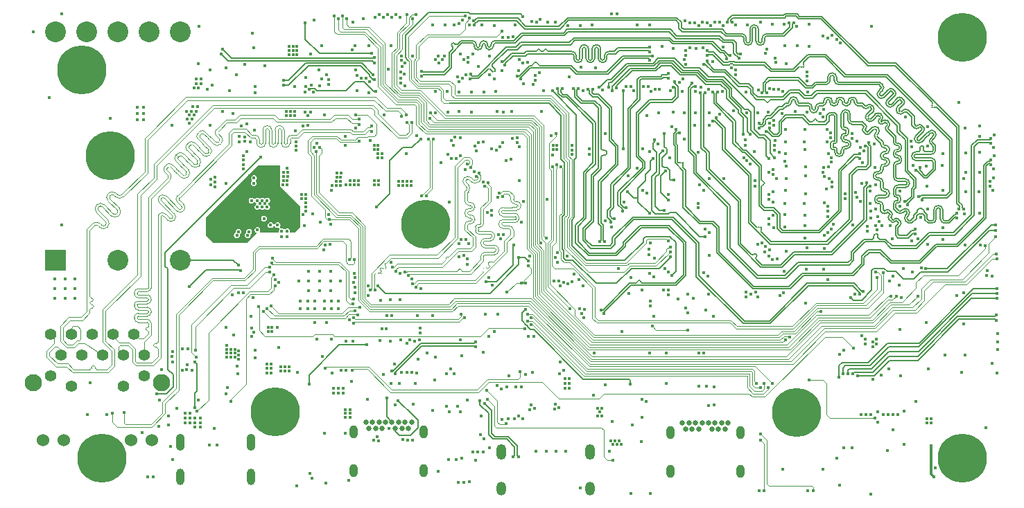
<source format=gbr>
%TF.GenerationSoftware,KiCad,Pcbnew,8.0.8*%
%TF.CreationDate,2025-02-13T16:32:42+11:00*%
%TF.ProjectId,jetson-orin-baseboard,6a657473-6f6e-42d6-9f72-696e2d626173,1.3.0*%
%TF.SameCoordinates,PX1c5f2f0PY7ac91b0*%
%TF.FileFunction,Copper,L6,Inr*%
%TF.FilePolarity,Positive*%
%FSLAX46Y46*%
G04 Gerber Fmt 4.6, Leading zero omitted, Abs format (unit mm)*
G04 Created by KiCad (PCBNEW 8.0.8) date 2025-02-13 16:32:42*
%MOMM*%
%LPD*%
G01*
G04 APERTURE LIST*
%TA.AperFunction,ComponentPad*%
%ADD10C,6.000000*%
%TD*%
%TA.AperFunction,ComponentPad*%
%ADD11C,0.650000*%
%TD*%
%TA.AperFunction,ComponentPad*%
%ADD12O,1.000000X1.600000*%
%TD*%
%TA.AperFunction,ComponentPad*%
%ADD13R,2.540000X2.540000*%
%TD*%
%TA.AperFunction,ComponentPad*%
%ADD14C,2.540000*%
%TD*%
%TA.AperFunction,ComponentPad*%
%ADD15C,1.397000*%
%TD*%
%TA.AperFunction,ComponentPad*%
%ADD16C,1.524000*%
%TD*%
%TA.AperFunction,ComponentPad*%
%ADD17C,2.100000*%
%TD*%
%TA.AperFunction,ComponentPad*%
%ADD18C,2.108200*%
%TD*%
%TA.AperFunction,ComponentPad*%
%ADD19O,1.200000X1.900000*%
%TD*%
%TA.AperFunction,ComponentPad*%
%ADD20O,1.200000X1.700000*%
%TD*%
%TA.AperFunction,ComponentPad*%
%ADD21O,1.000000X2.000000*%
%TD*%
%TA.AperFunction,ComponentPad*%
%ADD22O,1.050000X2.100000*%
%TD*%
%TA.AperFunction,ComponentPad*%
%ADD23C,0.450000*%
%TD*%
%TA.AperFunction,ViaPad*%
%ADD24C,0.450000*%
%TD*%
%TA.AperFunction,Conductor*%
%ADD25C,0.160000*%
%TD*%
%TA.AperFunction,Conductor*%
%ADD26C,0.125000*%
%TD*%
%TA.AperFunction,Conductor*%
%ADD27C,0.150000*%
%TD*%
%TA.AperFunction,Conductor*%
%ADD28C,0.130000*%
%TD*%
%TA.AperFunction,Conductor*%
%ADD29C,0.300000*%
%TD*%
%TA.AperFunction,Conductor*%
%ADD30C,0.155000*%
%TD*%
%TA.AperFunction,Conductor*%
%ADD31C,0.200000*%
%TD*%
G04 APERTURE END LIST*
D10*
%TO.N,GND*%
%TO.C,H2*%
X94775000Y10637500D03*
%TD*%
%TO.N,GND*%
%TO.C,SP7*%
X49500000Y33600000D03*
%TD*%
D11*
%TO.N,GND*%
%TO.C,J5*%
X86450080Y9300000D03*
%TO.N,/USB3/USBC1_CONN_TX2_N*%
X86050080Y8600000D03*
%TO.N,/USB3/USBC1_CONN_TX2_P*%
X85250080Y8600000D03*
%TO.N,/USB3/USBC1_VBUS*%
X84850080Y9300000D03*
%TO.N,/USB3/USBC1_CC2*%
X84450080Y8600000D03*
%TO.N,USB0_D_P*%
X84050080Y9300000D03*
%TO.N,USB0_D_N*%
X83250080Y9300000D03*
%TO.N,unconnected-(J5-SBU_{2}-PadB8)*%
X82850080Y8600000D03*
%TO.N,/USB3/USBC1_VBUS*%
X82450080Y9300000D03*
%TO.N,/USB3/USBC1_RX1_N*%
X82050080Y8600000D03*
%TO.N,/USB3/USBC1_RX1_P*%
X81250080Y8600000D03*
%TO.N,GND*%
X80850080Y9300000D03*
D12*
X79380080Y8150000D03*
X79380080Y3420000D03*
D11*
X81650080Y9300000D03*
X85650080Y9300000D03*
D12*
X87920080Y8150000D03*
X87920080Y3420000D03*
%TD*%
D13*
%TO.N,/Ethernet/VDD*%
%TO.C,U23*%
X4298000Y29258855D03*
D14*
%TO.N,/Ethernet/ULS-12_CTRL*%
X11918000Y29258855D03*
%TO.N,GNDD*%
X19538000Y29258855D03*
%TO.N,GND*%
X19538000Y57198855D03*
X15728000Y57198855D03*
%TO.N,Net-(U23-TRIM)*%
X11918000Y57198855D03*
%TO.N,POE_OUTPUT*%
X8108000Y57198855D03*
X4298000Y57198855D03*
%TD*%
D10*
%TO.N,GND*%
%TO.C,H1*%
X31175000Y10650000D03*
%TD*%
D15*
%TO.N,GBE_MDI0_P*%
%TO.C,J6*%
X3685000Y20133603D03*
%TO.N,GBE_MDI0_N*%
X4954000Y17594603D03*
%TO.N,GBE_MDI1_P*%
X6224000Y20133603D03*
%TO.N,Net-(J6-P4)*%
X7494000Y17594603D03*
X8763000Y20133603D03*
%TO.N,GBE_MDI1_N*%
X10034000Y17594603D03*
%TO.N,GBE_MDI2_P*%
X11303000Y20133603D03*
%TO.N,GBE_MDI2_N*%
X12575000Y17594603D03*
%TO.N,GBE_MDI3_P*%
X13844000Y20133603D03*
%TO.N,GBE_MDI3_N*%
X15114000Y17594603D03*
%TO.N,/Ethernet/PAIR_12*%
X3685000Y15055603D03*
%TO.N,/Ethernet/PAIR_36*%
X6224000Y13794603D03*
%TO.N,/Ethernet/PAIR_78*%
X12575000Y13794603D03*
%TO.N,/Ethernet/PAIR_910*%
X15114000Y15063603D03*
D16*
%TO.N,+3V3*%
X2758000Y7175603D03*
%TO.N,Net-(J6-LED_GRN-)*%
X5299000Y7175603D03*
%TO.N,+3V3*%
X13499000Y7175603D03*
%TO.N,Net-(J6-LED_YEL-)*%
X16040000Y7175603D03*
D17*
%TO.N,Net-(C78-Pad1)*%
X1549000Y14283603D03*
D18*
X17248000Y14283603D03*
%TD*%
D19*
%TO.N,GND*%
%TO.C,J13*%
X58765000Y5790000D03*
D20*
X58765000Y1290000D03*
D19*
X69614000Y5790000D03*
D20*
X69614000Y1290000D03*
%TD*%
D11*
%TO.N,GND*%
%TO.C,J4*%
X47800000Y9385000D03*
%TO.N,/USB Debug\u002C DP/USBC0_CONN_TX2_P*%
X47400000Y8685000D03*
%TO.N,/USB Debug\u002C DP/USBC0_CONN_TX2_N*%
X46600000Y8685000D03*
%TO.N,/USB Debug\u002C DP/USBC0_VBUS*%
X46200000Y9385000D03*
%TO.N,/USB Debug\u002C DP/USBC0_CC2*%
X45800000Y8685000D03*
%TO.N,USB2_D_P*%
X45400000Y9385000D03*
%TO.N,USB2_D_N*%
X44600000Y9385000D03*
%TO.N,/USB Debug\u002C DP/USBC0_SBU_P*%
X44200000Y8685000D03*
%TO.N,/USB Debug\u002C DP/USBC0_VBUS*%
X43800000Y9385000D03*
%TO.N,/USB Debug\u002C DP/USBC0_RX1_N*%
X43400000Y8685000D03*
%TO.N,/USB Debug\u002C DP/USBC0_RX1_P*%
X42600000Y8685000D03*
%TO.N,GND*%
X42200000Y9385000D03*
D12*
X40730000Y8235000D03*
X40730000Y3505000D03*
D11*
X43000000Y9385000D03*
X47000000Y9385000D03*
D12*
X49270000Y8235000D03*
X49270000Y3505000D03*
%TD*%
D10*
%TO.N,GND*%
%TO.C,H3*%
X115000000Y5000000D03*
%TD*%
%TO.N,GND*%
%TO.C,H4*%
X10000000Y5000000D03*
%TD*%
%TO.N,GND*%
%TO.C,H5*%
X115000000Y56500000D03*
%TD*%
D21*
%TO.N,GND*%
%TO.C,J3*%
X28161000Y2755000D03*
D22*
X28161000Y6936000D03*
D21*
X19520000Y2755000D03*
D22*
X19520000Y6936000D03*
%TD*%
D10*
%TO.N,GND*%
%TO.C,SP8*%
X11000000Y42000000D03*
%TD*%
%TO.N,GND*%
%TO.C,H6*%
X7500000Y52500000D03*
%TD*%
D23*
%TO.N,/USB Debug\u002C DP/DRAIN1*%
%TO.C,U6*%
X37126000Y23299000D03*
X38000000Y23299000D03*
X38877000Y23299000D03*
X37127000Y24249000D03*
X38000000Y24249000D03*
X38877000Y24249000D03*
%TO.N,/USB Debug\u002C DP/DRAIN2*%
X34200000Y23299000D03*
X35075000Y23299000D03*
X35952000Y23299000D03*
X34201000Y24249000D03*
X35075000Y24249000D03*
X35952000Y24249000D03*
%TO.N,GND*%
X35228000Y25498000D03*
X36550000Y25500000D03*
X37871000Y25500000D03*
X34054000Y26698000D03*
X35228000Y26698000D03*
X37877000Y26698000D03*
X39054000Y26698000D03*
X36550000Y26700000D03*
X35228000Y27898000D03*
X36551000Y27898000D03*
X37877000Y27898000D03*
%TD*%
D24*
%TO.N,GND*%
X93490000Y43750000D03*
X63370000Y52160000D03*
X93150000Y3700000D03*
X51759753Y54210001D03*
X90200000Y1000000D03*
X42550000Y55450000D03*
X56575000Y17975000D03*
X84340000Y57940000D03*
X110900000Y15900000D03*
X23190000Y45720000D03*
X93350000Y55500000D03*
X47900000Y54200000D03*
X46200000Y38400000D03*
X74600000Y27150000D03*
X93230000Y25290000D03*
X54150000Y53750000D03*
X35680000Y34920000D03*
X108900000Y43150000D03*
X112600000Y40800000D03*
X45261244Y28955392D03*
X8150000Y10350000D03*
X54750000Y31260000D03*
X84650000Y22400000D03*
X57220000Y27120000D03*
X93500000Y39260000D03*
X21700000Y12100000D03*
X18550000Y45750000D03*
X53750000Y54500000D03*
X33710000Y42690000D03*
X50664208Y47250000D03*
X41290000Y38500000D03*
X68750000Y50000000D03*
X31930000Y32780000D03*
X79115438Y24960062D03*
X32150000Y40010000D03*
X67000000Y51700000D03*
X112950000Y17650000D03*
X119274500Y15450000D03*
X115475000Y40000000D03*
X1550000Y57150000D03*
X58260000Y47400000D03*
X26649282Y32716875D03*
X77325000Y27225000D03*
X68350000Y57925000D03*
X93260000Y27890000D03*
X28630000Y45170000D03*
X45240000Y55451498D03*
X32100000Y38500000D03*
X21950000Y9350000D03*
X54572500Y12160000D03*
X33300000Y54900000D03*
X117150000Y45640000D03*
X85790000Y57950000D03*
X54160000Y2022500D03*
X44450000Y47050000D03*
X46740000Y7260000D03*
X26520000Y15362000D03*
X40290000Y38500000D03*
X96060000Y30740000D03*
X71450000Y34050000D03*
X93450000Y37800000D03*
X51860000Y58030000D03*
X95750000Y43680000D03*
X96200000Y49780000D03*
X65602278Y28992812D03*
X115237667Y25262667D03*
X98600000Y34600000D03*
X42675000Y51050000D03*
X118850000Y39340000D03*
X93000000Y47200000D03*
X32580000Y32140000D03*
X118875000Y43000000D03*
X115250000Y21475500D03*
X98210000Y36230000D03*
X88728081Y47222960D03*
X28325167Y56975167D03*
X59550000Y9850000D03*
X62195769Y10927994D03*
X43750000Y38500000D03*
X83800000Y13800000D03*
X107575000Y24700000D03*
X54850000Y58050000D03*
X82475536Y47288684D03*
X32600000Y39000000D03*
X57300000Y6250000D03*
X102190000Y43810000D03*
X73500000Y20550000D03*
X77960000Y47300000D03*
X33590000Y45050000D03*
X110775000Y45600000D03*
X94840000Y57860000D03*
X43250000Y38500000D03*
X91920000Y36310000D03*
X43750000Y39000000D03*
X71950000Y5850000D03*
X27410000Y43780000D03*
X48900000Y25800000D03*
X71103485Y50047289D03*
X82350000Y45750000D03*
X46700000Y38400000D03*
X28950000Y32940000D03*
X32600000Y40500000D03*
X20150000Y10550000D03*
X96330000Y55410000D03*
X93530000Y40750000D03*
X61970000Y53440000D03*
X110750000Y38300000D03*
X65000000Y42100000D03*
X32520000Y46950000D03*
X52875000Y43250000D03*
X55250000Y54500000D03*
X38100000Y15450000D03*
X32110000Y38980000D03*
X112660000Y31740000D03*
X58850000Y52470000D03*
X51055000Y3425000D03*
X43740000Y7090000D03*
X23150000Y52550000D03*
X50350000Y58000000D03*
X118760000Y37760000D03*
X109610000Y31880000D03*
X114625000Y48550000D03*
X26440000Y32300000D03*
X40790000Y39000000D03*
X95990000Y28090000D03*
X32500000Y47437500D03*
X79733979Y55127100D03*
X21950000Y8800000D03*
X53375000Y51675000D03*
X21350000Y8800000D03*
X93310000Y58100000D03*
X32630000Y39490000D03*
X110775000Y43200000D03*
X94600000Y47400000D03*
X85946953Y39200462D03*
X47850000Y26950000D03*
X75970000Y42860000D03*
X77850000Y43430000D03*
X31550000Y18550000D03*
X46700000Y38900000D03*
X73750000Y36300000D03*
X40790000Y38500000D03*
X25150000Y38650000D03*
X93400000Y34800000D03*
X27010000Y45690000D03*
X93400000Y36150000D03*
X110800000Y31200000D03*
X59450000Y13750000D03*
X99750000Y5000000D03*
X27700000Y45950000D03*
X110800000Y35500000D03*
X55100000Y47390000D03*
X40290000Y39000000D03*
X95820000Y42750000D03*
X75330000Y57980000D03*
X83450000Y37759062D03*
X90090000Y47290000D03*
X107500000Y15050000D03*
X50573000Y14623000D03*
X46431746Y52266590D03*
X60950000Y38925000D03*
X87100000Y47510000D03*
X26423952Y51922714D03*
X57850000Y57950000D03*
X62594303Y50738537D03*
X71400000Y44750000D03*
X103000000Y42600000D03*
X32130000Y39470000D03*
X47700000Y38900000D03*
X18625000Y4805000D03*
X31350000Y21050000D03*
X62000000Y19950000D03*
X118900000Y41975000D03*
X93350000Y33309000D03*
X58900000Y56509000D03*
X115300000Y34900000D03*
X20750000Y9350000D03*
X74600000Y700000D03*
X95760000Y36200000D03*
X27940000Y32740000D03*
X52990000Y58000000D03*
X104150000Y14625500D03*
X91940000Y34700000D03*
X78926468Y17862500D03*
X65400000Y5900000D03*
X108100000Y46750000D03*
X96058002Y47358002D03*
X96100000Y51150000D03*
X31420000Y33530000D03*
X35450000Y54450000D03*
X70250000Y52800000D03*
X54625000Y28760000D03*
X63900167Y49999833D03*
X94850000Y55490000D03*
X90118506Y50089063D03*
X21350000Y9950000D03*
X19762500Y15775999D03*
X93140585Y49859415D03*
X46580000Y15500000D03*
X28150000Y22350000D03*
X27780000Y32300000D03*
X107450000Y20724500D03*
X95920000Y37400000D03*
X78360000Y55371000D03*
X95830000Y31920000D03*
X104320000Y43480000D03*
X46200000Y38900000D03*
X118875000Y40425000D03*
X65212501Y11043325D03*
X104700000Y9400000D03*
X46988028Y50599881D03*
X103940000Y57860000D03*
X84110000Y47290000D03*
X75300000Y40510000D03*
X82770000Y42450000D03*
X73030000Y28187500D03*
X67375500Y43321500D03*
X91840000Y58100000D03*
X53700000Y44200000D03*
X74193830Y39525000D03*
X98550000Y43750000D03*
X32800000Y55400000D03*
X103778500Y37670000D03*
X115450000Y42375000D03*
X33800000Y55400000D03*
X53700000Y42050000D03*
X112670000Y42260000D03*
X64200000Y5900000D03*
X117120000Y44410000D03*
X57590000Y42870000D03*
X117150000Y34950000D03*
X32590000Y32780000D03*
X98470000Y37910000D03*
X33710000Y43190000D03*
X93450000Y45250000D03*
X61425500Y50850000D03*
X75900000Y10025000D03*
X20150000Y9350000D03*
X101700000Y33550000D03*
X62476064Y58450000D03*
X112700000Y37750000D03*
X102800000Y38600000D03*
X46570000Y54170000D03*
X99250000Y33600000D03*
X51580000Y53750000D03*
X40950000Y45362500D03*
X28650000Y49750000D03*
X117125000Y42475000D03*
X46400000Y27600000D03*
X33710000Y43690000D03*
X92340000Y39250000D03*
X33300000Y55400000D03*
X95880000Y39590000D03*
X44150000Y20850000D03*
X45324048Y22483115D03*
X84015584Y25065584D03*
X56330000Y57980000D03*
X98050000Y3700000D03*
X79290000Y41730000D03*
X92720000Y42410000D03*
X53565000Y29670000D03*
X86850000Y52809000D03*
X84170000Y45780000D03*
X37210356Y31089644D03*
X42390000Y12200000D03*
X95810000Y45190000D03*
X117100000Y37575000D03*
X55970000Y52920000D03*
X76850000Y58020000D03*
X27410000Y44320000D03*
X41125000Y51825000D03*
X110675000Y40775000D03*
X23700000Y8650000D03*
X110650000Y21600000D03*
X48150000Y19300000D03*
X76970000Y730000D03*
X57050000Y35030000D03*
X33800000Y54400000D03*
X52191624Y47379000D03*
X93380000Y41360000D03*
X96100000Y51720000D03*
X98200000Y32250000D03*
X111750000Y3790000D03*
X108789000Y43775000D03*
X44350000Y58950000D03*
X63000000Y5900000D03*
X37112500Y47000000D03*
X20150000Y9950000D03*
X79710000Y47310000D03*
X60400000Y58050000D03*
X60950000Y43075000D03*
X98500000Y45212500D03*
X28509800Y38642267D03*
X98100000Y47727000D03*
X51020000Y54230000D03*
X115425000Y37625000D03*
X36175500Y19604500D03*
X58100000Y49850000D03*
X60850000Y10150000D03*
X40950000Y52500000D03*
X48590000Y17100000D03*
X92449484Y29372216D03*
X20750000Y9950000D03*
X85770000Y49850000D03*
X107400000Y37667000D03*
X107450000Y35843902D03*
X55460000Y40060000D03*
X57850000Y20515500D03*
X10950000Y46550000D03*
X87390000Y58010000D03*
X90900000Y30280000D03*
X95900000Y23950000D03*
X40200000Y21920000D03*
X37315000Y1995000D03*
X104440000Y38440000D03*
X93570000Y30320000D03*
X36850000Y17450000D03*
X31930000Y32140000D03*
X48000000Y11650000D03*
X32800000Y54400000D03*
X14900000Y8150000D03*
X55581979Y4766979D03*
X80840000Y49930000D03*
X76985891Y49853340D03*
X95850000Y34760000D03*
X90390000Y58340000D03*
X95880000Y40650000D03*
X102600000Y43000000D03*
X75970000Y37800000D03*
X91470000Y50190000D03*
X114950000Y15550000D03*
X92170000Y43910000D03*
X46525000Y53675000D03*
X25855356Y25014644D03*
X91364209Y47356942D03*
X39800000Y19315000D03*
X93490000Y42270000D03*
X82750000Y35650000D03*
X66900000Y57900000D03*
X21850000Y57850000D03*
X33500000Y47437500D03*
X84590000Y53520000D03*
X54390000Y51910000D03*
X117125000Y39975000D03*
X84010000Y50150000D03*
X68749833Y26100167D03*
X33000000Y47437500D03*
X45690000Y16550000D03*
X48250000Y14125000D03*
X91390000Y39990000D03*
X115390000Y45400000D03*
X54375000Y40350000D03*
X79357954Y49964987D03*
X98700000Y42300000D03*
X109000000Y40850000D03*
X81770000Y55190000D03*
X20750000Y10550000D03*
X91500000Y46000000D03*
X35650000Y2550000D03*
X28080000Y43730000D03*
X21350000Y9350000D03*
X56525000Y43725000D03*
X100050000Y1750000D03*
X37625000Y51300000D03*
X83100000Y50400000D03*
X39750000Y38500000D03*
X42700000Y43850000D03*
X22807388Y50118383D03*
X117950000Y8750000D03*
X57279000Y54210001D03*
X3550000Y49150000D03*
X88800000Y58050000D03*
X53602866Y47402866D03*
X26050167Y20049833D03*
X56539091Y38833589D03*
X34730000Y33430000D03*
X82850000Y57960000D03*
X18350000Y6450000D03*
X30570000Y33530000D03*
X110025000Y28325000D03*
X107950000Y6750000D03*
X58300000Y36900000D03*
X83400000Y55250000D03*
X71450000Y14025000D03*
X58920000Y43590000D03*
X45000000Y8650000D03*
X19812500Y18396250D03*
X91950000Y37650000D03*
X72300000Y9500000D03*
X107950000Y10750000D03*
X50315000Y22487000D03*
X56590000Y49810000D03*
X42462000Y26100000D03*
X115350000Y31100000D03*
X25150000Y12900000D03*
X60100000Y44125000D03*
X69850000Y57975000D03*
X109940000Y34480000D03*
X8550000Y14250000D03*
X90027000Y31191000D03*
X105900000Y5950000D03*
X44749514Y22470031D03*
X98750000Y39250000D03*
X32800000Y54900000D03*
X33020000Y46950000D03*
X33300000Y54400000D03*
X45250000Y14150000D03*
X38000000Y19550000D03*
X60000000Y47450000D03*
X93570000Y53290000D03*
X96350000Y58100000D03*
X52200000Y42150000D03*
X98700000Y40700000D03*
X32600000Y38500000D03*
X76890585Y42490585D03*
X55690000Y42630000D03*
X25150000Y21050000D03*
X63685323Y47400000D03*
X82500000Y55151000D03*
X117200000Y31110000D03*
X61150000Y33850000D03*
X85445585Y47085585D03*
X17244565Y15820591D03*
X114392909Y24900519D03*
X96100000Y52275000D03*
X82750000Y36150000D03*
X81100000Y47290000D03*
X115350000Y17650000D03*
X95840000Y33440000D03*
X47200000Y38900000D03*
X53600000Y49800000D03*
X33800000Y54900000D03*
X55080000Y49810000D03*
X68450000Y52850000D03*
X46900000Y52000000D03*
X32640000Y40000000D03*
X103900000Y625000D03*
X102850000Y41200000D03*
X91980000Y33240000D03*
X79100000Y37310000D03*
X115200000Y39250000D03*
X104400000Y40550000D03*
X36840000Y55480000D03*
X47200000Y38400000D03*
X58690000Y31880000D03*
X53550167Y31249833D03*
X44650000Y20850000D03*
X88600000Y49830000D03*
X61430619Y36450000D03*
X83600000Y33030000D03*
X60850000Y52400000D03*
X43250000Y39000000D03*
X74920000Y49980000D03*
X91482792Y30463085D03*
X65350000Y58380000D03*
X85860000Y55340000D03*
X112630000Y33230000D03*
X33520000Y46950000D03*
X36450000Y52550000D03*
X102000000Y37500000D03*
X96150000Y1050000D03*
X102800000Y20040000D03*
X5050000Y59350000D03*
X76480000Y46930000D03*
X28500000Y55200000D03*
X82450000Y49850000D03*
X52120000Y49850000D03*
X10550000Y10350000D03*
X21950000Y9950000D03*
X118900000Y44575000D03*
X66600000Y5900000D03*
X79550000Y45550000D03*
X41290000Y39000000D03*
X64450000Y58355000D03*
X104700000Y10700000D03*
X47700000Y38400000D03*
X48387131Y15421394D03*
X28650000Y17300000D03*
%TO.N,CSI1_D0_N*%
X92140000Y53990000D03*
%TO.N,CSI0_D0_N*%
X97682006Y47218741D03*
%TO.N,CSI1_D0_P*%
X92270000Y53420000D03*
%TO.N,CSI0_D0_P*%
X98025011Y46754989D03*
%TO.N,CSI1_CLK_N*%
X55470000Y57980000D03*
X94440000Y58280000D03*
%TO.N,CSI0_CLK_N*%
X101610000Y44697000D03*
%TO.N,CSI1_CLK_P*%
X55330000Y58540000D03*
X93860000Y58270000D03*
%TO.N,CSI0_CLK_P*%
X101610000Y44103000D03*
%TO.N,CSI1_D1_N*%
X91180000Y55090000D03*
%TO.N,CSI0_D1_N*%
X92644323Y50160000D03*
%TO.N,CSI1_D1_P*%
X91010000Y54540000D03*
%TO.N,CSI0_D1_P*%
X92050323Y50160000D03*
%TO.N,CSI3_D0_N*%
X81290000Y53220000D03*
%TO.N,CSI2_D0_N*%
X109840000Y40570000D03*
X91144323Y49710134D03*
%TO.N,CSI3_D0_P*%
X81050000Y53750000D03*
%TO.N,CSI2_D0_P*%
X90550323Y49710134D03*
X109380000Y40220000D03*
%TO.N,CSI3_CLK_N*%
X61377890Y53392110D03*
X87360000Y51933000D03*
%TO.N,CSI2_CLK_N*%
X109290000Y33020000D03*
X91460011Y45385011D03*
%TO.N,CSI3_CLK_P*%
X60962110Y53807890D03*
X87360000Y52527000D03*
%TO.N,CSI2_CLK_P*%
X91039989Y44964989D03*
X109240000Y32440000D03*
%TO.N,CSI3_D1_N*%
X81225000Y54300000D03*
%TO.N,CSI2_D1_N*%
X114370000Y34984000D03*
X90210000Y46004000D03*
%TO.N,CSI3_D1_P*%
X81225000Y54875000D03*
%TO.N,CSI2_D1_P*%
X90210000Y45416000D03*
X114370000Y34396000D03*
%TO.N,DP1_TXD0_N*%
X58893294Y37046706D03*
X47920000Y26340000D03*
%TO.N,DP1_TXD1_P*%
X57123294Y38693294D03*
X47420000Y27360000D03*
%TO.N,DP1_TXD3_N*%
X54973794Y40596706D03*
X42741000Y25548000D03*
%TO.N,DP1_TXD3_P*%
X43363000Y25548000D03*
X54567206Y41003294D03*
%TO.N,SPIO_MOSI*%
X98050000Y56650000D03*
X104700000Y34550000D03*
%TO.N,SPIO_SCK*%
X98630000Y56410000D03*
X103840000Y34380000D03*
%TO.N,SPIO_MISO*%
X99120000Y56780000D03*
X103870000Y35270000D03*
%TO.N,~{SPI0_CS0}*%
X72850000Y59370000D03*
X100120000Y55780000D03*
X104450000Y35470000D03*
%TO.N,~{SPI0_CS1}*%
X103790000Y36160000D03*
X99680000Y56230000D03*
X72170000Y59370000D03*
%TO.N,DP1_AUX_N*%
X54288649Y22161351D03*
X40725000Y21546531D03*
%TO.N,DP1_AUX_P*%
X40725000Y22218531D03*
X53811351Y22638649D03*
%TO.N,SPI1_MOSI*%
X119280000Y25150000D03*
X100449498Y15350502D03*
%TO.N,SPI1_SCK*%
X99987146Y14888856D03*
X119310000Y25740000D03*
%TO.N,SPI1_MISO*%
X101049749Y15350418D03*
X119250000Y24540000D03*
%TO.N,USB0_D_N*%
X83496500Y17900862D03*
X71344000Y31550000D03*
X69944000Y50150000D03*
X84050000Y11450000D03*
%TO.N,~{SPI1_CS0}*%
X119150000Y22500000D03*
X101649833Y15350167D03*
%TO.N,~{SPI1_CS1}*%
X119150000Y21850000D03*
X102250000Y15050000D03*
%TO.N,GPIO01*%
X65500000Y40931500D03*
X106250000Y33450000D03*
X104475500Y27750000D03*
%TO.N,USER_LED1*%
X58950000Y47378500D03*
X70050000Y17900000D03*
X53725499Y19498500D03*
%TO.N,USER_BTN0*%
X66350000Y15774500D03*
X90400000Y7250000D03*
X90800000Y1000000D03*
%TO.N,USER_BTN1*%
X65850000Y15350000D03*
X96850000Y1050000D03*
X90400000Y7950000D03*
%TO.N,PCIE0_RX0_N*%
X92112567Y42703000D03*
X63500000Y58720000D03*
%TO.N,PCIE0_RX0_P*%
X63050000Y58320000D03*
X92112567Y43297000D03*
%TO.N,PCIE0_RX1_N*%
X62850000Y51847000D03*
X91930000Y39703000D03*
%TO.N,PCIE0_RX1_P*%
X91930000Y40297000D03*
X62850000Y51253000D03*
%TO.N,PCIE0_RX2_N*%
X59556000Y56525000D03*
X91450000Y36712500D03*
%TO.N,PCIE0_RX2_P*%
X91450000Y37287500D03*
X60144000Y56570000D03*
%TO.N,PCIE0_RX3_N*%
X91450000Y33650000D03*
X54650000Y53453000D03*
%TO.N,PCIE0_RX3_P*%
X54650000Y54047000D03*
X91450000Y34350000D03*
%TO.N,PCIE0_CLK_N*%
X53970011Y51500011D03*
X92000000Y45703000D03*
%TO.N,USBSS0_RX_N*%
X53853000Y31750000D03*
X53970000Y58600000D03*
%TO.N,PCIE0_CLK_P*%
X92000000Y46297000D03*
X53549989Y51079989D03*
%TO.N,USBSS0_RX_P*%
X54447000Y31750000D03*
X53530000Y58220000D03*
%TO.N,USBSS0_TX_N*%
X54175000Y29800000D03*
X46500000Y51497000D03*
%TO.N,PCIE1_RX0_N*%
X91007890Y30892110D03*
X50702110Y53747890D03*
%TO.N,PCIE1_RX0_P*%
X51117890Y53332110D03*
X90592110Y31307890D03*
%TO.N,PCIE1_CLK_N*%
X91840088Y29320067D03*
X46592110Y52942110D03*
%TO.N,PCIE1_CLK_P*%
X47007890Y53357890D03*
X91420066Y29740089D03*
%TO.N,PCIE1_CLKREQ\u002A*%
X50050000Y46550000D03*
X93928015Y19818677D03*
%TO.N,PCIE1_RST\u002A*%
X93450000Y19500000D03*
X47250000Y59300000D03*
%TO.N,GBE_MDI0_N*%
X47210000Y46060000D03*
%TO.N,GBE_MDI0_P*%
X47800000Y46090000D03*
%TO.N,GBE_MDI1_N*%
X47100000Y47025000D03*
%TO.N,GBE_MDI1_P*%
X46550000Y46850000D03*
%TO.N,I2S0_SDOUT*%
X46350000Y58950000D03*
X118025000Y27375000D03*
%TO.N,I2S0_SDIN*%
X45850000Y59300000D03*
X106560000Y27250000D03*
%TO.N,GBE_MDI2_N*%
X42910000Y44994000D03*
%TO.N,I2S0_LRCK*%
X45350000Y58950000D03*
X106130000Y26690000D03*
%TO.N,GBE_MDI2_P*%
X42910000Y45666000D03*
%TO.N,I2S0_SCLK*%
X118075000Y27950000D03*
X44850000Y59300000D03*
%TO.N,GBE_MDI3_N*%
X41350000Y45800000D03*
%TO.N,GBE_MDI3_P*%
X41350000Y46487500D03*
%TO.N,GPIO09*%
X106480000Y31840000D03*
X107850000Y28220000D03*
X41850000Y58800000D03*
%TO.N,SDA_CAM*%
X40840000Y55500000D03*
X65200000Y26675000D03*
%TO.N,/SoM/~{FORCE_RECOVERY}*%
X57025500Y12200000D03*
X52414182Y36314182D03*
X72400000Y4800000D03*
X41150000Y49975000D03*
%TO.N,SCL_CAM*%
X65775000Y26650000D03*
X40505523Y55007622D03*
%TO.N,GPIO11*%
X119250000Y29400000D03*
X41396000Y43830000D03*
%TO.N,GPIO12*%
X36160000Y42560000D03*
X119225000Y30000000D03*
%TO.N,GPIO13*%
X36580000Y43070000D03*
X119075000Y32075000D03*
%TO.N,/SoM/PMIC_BBAT*%
X25974500Y47150000D03*
X81200000Y58525500D03*
X35850000Y58650000D03*
%TO.N,~{RESET}*%
X29325000Y41825000D03*
X16660000Y12910000D03*
X16870000Y8887990D03*
X42890000Y54510000D03*
X34800000Y58274500D03*
X48420000Y44430000D03*
%TO.N,+3V3*%
X65050000Y42750000D03*
X38600000Y38900000D03*
X108837500Y31587500D03*
X67050000Y14750000D03*
X98200000Y30650000D03*
X89250000Y25050000D03*
X39140000Y39930000D03*
X88748213Y41403316D03*
X38640000Y39920000D03*
X111550000Y2750000D03*
X48450000Y22487000D03*
X37400000Y21577083D03*
X89127023Y41029146D03*
X37662500Y34850000D03*
X38600000Y38400000D03*
X104550000Y18950000D03*
X37950000Y37800000D03*
X67050000Y13550000D03*
X38630000Y39390000D03*
X77290000Y41690000D03*
X39700000Y43270000D03*
X40450000Y14450000D03*
X38075000Y38375000D03*
X104550000Y19550000D03*
X111250000Y6550000D03*
X75800000Y7050000D03*
X67050000Y14150000D03*
X56750000Y22638000D03*
X88650000Y24750000D03*
X90080000Y24780000D03*
X40095000Y2290000D03*
X74125500Y37650000D03*
X104150000Y19250000D03*
X65550000Y43321500D03*
X103250000Y10362500D03*
X48750000Y19500000D03*
X39120000Y39400000D03*
X76850000Y34950000D03*
X35815315Y49766913D03*
X77200000Y21150000D03*
X40600000Y19350000D03*
X66550000Y14750000D03*
X104150000Y18650000D03*
X76850000Y17862000D03*
X104601293Y32945258D03*
X39100000Y38900000D03*
X65550000Y42750000D03*
X65050000Y43321500D03*
X84150000Y39250000D03*
X42500000Y24930000D03*
X66550000Y14150000D03*
X75950000Y12250000D03*
X39100000Y38400000D03*
X84100000Y32575000D03*
X88650000Y25350000D03*
X66550000Y13550000D03*
X58200000Y13900000D03*
X89800000Y25300000D03*
X88400000Y41800000D03*
X81050000Y44050000D03*
X103850000Y10362500D03*
X64350000Y36700000D03*
X81550000Y20700000D03*
X102650000Y10362500D03*
X57250000Y19880500D03*
%TO.N,EEPROM_PWR*%
X53900000Y17550000D03*
X52020000Y15370000D03*
%TO.N,+5V*%
X28950000Y36550000D03*
X70500000Y10150000D03*
X40250000Y10480000D03*
X70500000Y11150000D03*
X39650000Y9980000D03*
X30249258Y21038000D03*
X28950000Y35750000D03*
X40840000Y27080000D03*
X71000000Y10150000D03*
X30750000Y20550000D03*
X40250000Y9980000D03*
X107150000Y10350000D03*
X67362000Y42200000D03*
X29550000Y35750000D03*
X30250000Y20550000D03*
X105350000Y10350000D03*
X75950000Y25615000D03*
X67375000Y42700000D03*
X29550000Y36545000D03*
X29850000Y36150000D03*
X33884503Y15531724D03*
X39650000Y10980000D03*
X56300000Y10200000D03*
X40250000Y10980000D03*
X28250000Y20950000D03*
X39650000Y10480000D03*
X71000000Y11150000D03*
X106550000Y10350000D03*
X30150000Y36545000D03*
X105950000Y10350000D03*
X31560000Y26510000D03*
X70750000Y10650000D03*
X30150000Y35750000D03*
X30750000Y21050000D03*
X29250000Y36150000D03*
%TO.N,CAN_RX*%
X60150000Y5150000D03*
X49624793Y37121999D03*
X57850000Y51450000D03*
X50430000Y44030000D03*
X56150000Y12050000D03*
X119325000Y18275000D03*
%TO.N,CAN_TX*%
X60850000Y5150000D03*
X49010244Y37090814D03*
X56700000Y11700000D03*
X49830000Y44020000D03*
X57275000Y51925000D03*
X118700000Y16650000D03*
%TO.N,GPIO07*%
X43450000Y49850000D03*
X101750000Y18500000D03*
X40550000Y15750000D03*
X35308564Y50102926D03*
X104450000Y33500000D03*
%TO.N,PCIE2_RST\u002A*%
X39850000Y58750000D03*
X104900000Y34000000D03*
X106340000Y24860000D03*
%TO.N,PCIE2_CLKREQ\u002A*%
X107020000Y24850000D03*
X39350000Y59150000D03*
X105250167Y33500167D03*
%TO.N,/Ethernet/VDD*%
X6650000Y24550000D03*
X5450000Y26950000D03*
X4250000Y24550000D03*
X23300000Y38500000D03*
X5450000Y25750000D03*
X6650000Y25750000D03*
X4250000Y25750000D03*
X6650000Y26950000D03*
X23760000Y39400000D03*
X5450000Y24550000D03*
X23760000Y38800000D03*
X23300000Y39100000D03*
X23750000Y38200000D03*
X4250000Y26950000D03*
%TO.N,GNDD*%
X5025000Y33525000D03*
X26650000Y28600000D03*
%TO.N,USBSS1_RX_N*%
X114578000Y35525000D03*
X86894323Y58320000D03*
%TO.N,+1V8*%
X108975000Y27810000D03*
X58750000Y13500000D03*
X106100000Y15950000D03*
X35124499Y46893788D03*
X76835000Y27615000D03*
X70000000Y12750000D03*
X28400000Y24625500D03*
X35860000Y43070000D03*
X50315000Y10840000D03*
X66781153Y29750515D03*
X74350000Y25150000D03*
%TO.N,PCIE2_RX0_N*%
X80480011Y44799989D03*
X118550000Y41497000D03*
%TO.N,USBSS1_RX_P*%
X115172000Y35525000D03*
X86300323Y58320000D03*
%TO.N,VCC*%
X22100000Y51452500D03*
X21200000Y50300000D03*
X44200000Y42300000D03*
X43200000Y42800000D03*
X34525000Y34825000D03*
X21750000Y50300000D03*
X22100000Y50852500D03*
X111260000Y9850000D03*
X34350000Y37250000D03*
X37150000Y8100000D03*
X34850000Y37250000D03*
X43700000Y42300000D03*
X43700000Y41800000D03*
X43700000Y42800000D03*
X21630000Y48010000D03*
X21500000Y51452500D03*
X24730000Y47437500D03*
X21080000Y48010000D03*
X111260000Y9350000D03*
X34350000Y36750000D03*
X21500000Y50852500D03*
X34850000Y35250000D03*
X43200000Y43300000D03*
X34850000Y36250000D03*
X43700000Y43300000D03*
X34850000Y35750000D03*
X110760000Y9850000D03*
X34850000Y36750000D03*
X44200000Y41800000D03*
X110760000Y9350000D03*
%TO.N,USB_FLASH_ID*%
X78550000Y25550000D03*
X73650000Y42900000D03*
X73600000Y50000000D03*
%TO.N,3V3_STDB*%
X25530000Y49980000D03*
X33785000Y1650000D03*
X109400000Y11950000D03*
X54800000Y2150000D03*
%TO.N,UART0_RTS*%
X91450000Y41650000D03*
X71850000Y50390000D03*
%TO.N,UART0_CTS*%
X70650000Y50400000D03*
X92100000Y41775000D03*
%TO.N,PCIE3_RST\u002A*%
X38850000Y58774500D03*
X117800000Y31025000D03*
%TO.N,/USB Debug\u002C DP/USBC0_RX2_N*%
X47200000Y15550000D03*
X47180000Y19090000D03*
%TO.N,/Ethernet/POE_ACTIVE*%
X26914280Y28000000D03*
X20640000Y26000000D03*
%TO.N,PCIE3_CLKREQ\u002A*%
X38350000Y59150000D03*
X119080000Y33575000D03*
X109590000Y24820000D03*
X110590000Y28200000D03*
%TO.N,I2C2_SCL*%
X34560000Y45637500D03*
X103200000Y19000000D03*
X119350000Y19250000D03*
%TO.N,I2C2_SDA*%
X119350000Y20250000D03*
X35121248Y45762500D03*
X103200000Y19600000D03*
%TO.N,PCIE2_RX0_P*%
X118550000Y40903000D03*
X80059989Y45220011D03*
%TO.N,USBSS1_TX_N*%
X85370000Y58350000D03*
X102160000Y36910000D03*
%TO.N,/USB Debug\u002C DP/PDC_LDO_3V3*%
X35950000Y21600000D03*
X37820000Y31150000D03*
%TO.N,Net-(D36-A)*%
X28700000Y50450000D03*
X35400000Y3150000D03*
X27450000Y53225500D03*
%TO.N,Net-(D1-C)*%
X101900000Y25050000D03*
%TO.N,/USB Debug\u002C DP/USBC0_RX2_P*%
X47775000Y15550000D03*
X47592334Y19492334D03*
%TO.N,/USB Debug\u002C DP/USBC0_RX1_N*%
X43557890Y7647890D03*
%TO.N,/USB Debug\u002C DP/USBC0_RX1_P*%
X43142110Y7232110D03*
%TO.N,PCIE2_TX0_N*%
X102500000Y42297000D03*
X85144323Y49800000D03*
%TO.N,USBSS1_TX_P*%
X84790000Y58370000D03*
X102600000Y36450000D03*
%TO.N,PCIE2_TX0_P*%
X84550323Y49800000D03*
X102500000Y41703000D03*
%TO.N,USBSS2_RX_N*%
X79120000Y51480000D03*
X83894323Y58310000D03*
X72520000Y34320000D03*
%TO.N,PCIE2_CLK_N*%
X83594000Y49700000D03*
X103389989Y38710011D03*
%TO.N,USBSS2_RX_P*%
X79125000Y52069000D03*
X83310000Y58320000D03*
X72107666Y33907666D03*
%TO.N,PCIE2_CLK_P*%
X83006000Y49700000D03*
X103810011Y38289989D03*
%TO.N,USBSS2_TX_N*%
X73950000Y35690000D03*
X82347161Y58312839D03*
X79870000Y51080000D03*
%TO.N,/SoM/DEBUG_TXD_1V8*%
X35460000Y47380000D03*
%TO.N,/M.2/~{LED1}*%
X98070000Y28150000D03*
X89700000Y38950000D03*
%TO.N,PCIE2_RX1_N*%
X118550000Y44097000D03*
X82460000Y50520000D03*
%TO.N,USBSS2_TX_P*%
X81760000Y58290000D03*
X79720000Y50430000D03*
X73532666Y35282666D03*
%TO.N,PCIE2_RX1_P*%
X82030000Y50930000D03*
X118550000Y43503000D03*
%TO.N,Net-(D61-A)*%
X53500000Y2050000D03*
X25150000Y52750000D03*
%TO.N,/M.2/~{M2_E_UART_WAKE}*%
X92775000Y24895000D03*
X84135000Y29810000D03*
%TO.N,/USB Debug\u002C DP/FTDI_3V3*%
X19100000Y11100000D03*
X20335333Y15825900D03*
X26500000Y16275000D03*
X20430000Y18425000D03*
X18530000Y17430000D03*
%TO.N,/USB Debug\u002C DP/USBC3_VBUS*%
X30600000Y16000000D03*
X30100000Y15450000D03*
X30100000Y16000000D03*
X30100000Y16550000D03*
X30600000Y16550000D03*
X30600000Y15450000D03*
%TO.N,/USB Debug\u002C DP/USBC0_CONN_TX2_N*%
X47333000Y7210000D03*
%TO.N,/CSI/CSI3_0_D1_N*%
X83910000Y54259400D03*
X109702110Y37037890D03*
%TO.N,/CSI/CSI3_0_D1_P*%
X83910000Y54853400D03*
X110117890Y36622110D03*
%TO.N,/CSI/CSI3_0_D0_N*%
X83439989Y53199989D03*
X107972110Y36387890D03*
%TO.N,/CSI/CSI3_0_D0_P*%
X108387890Y35972110D03*
X83860011Y53620011D03*
%TO.N,/CSI/CSI1_1_D0_N*%
X54980000Y52020000D03*
X86710011Y54330011D03*
%TO.N,/CSI/CSI1_1_D0_P*%
X54920000Y51430000D03*
X86289989Y53909989D03*
%TO.N,/CSI/CSI1_1_D1_N*%
X49000000Y52370000D03*
X87960000Y54480000D03*
%TO.N,/CSI/CSI1_1_D1_P*%
X87750000Y53940000D03*
X48990000Y51780000D03*
%TO.N,/CSI/CSI3_1_D1_N*%
X76890000Y54743000D03*
X59197890Y53072110D03*
%TO.N,/CSI/CSI3_1_D1_P*%
X76890000Y55337000D03*
X58782110Y53487890D03*
%TO.N,/CSI/CSI3_1_D0_N*%
X61127890Y51372110D03*
X76890000Y53730000D03*
%TO.N,/CSI/CSI3_1_D0_P*%
X60712110Y51787890D03*
X77190000Y54240000D03*
%TO.N,VSYNC_CAM2*%
X39680000Y44370000D03*
%TO.N,VSYNC_CAM3*%
X36250000Y43580000D03*
%TO.N,/M.2/M2_M_SMB_CLK*%
X98185000Y39435000D03*
X89600000Y42495000D03*
%TO.N,/M.2/M2_M_SMB_DATA*%
X98020000Y39995000D03*
X88525000Y43275000D03*
%TO.N,/M.2/~{M2_M_ALERT}*%
X88550000Y43965000D03*
X98135000Y40565000D03*
%TO.N,/M.2/~{M2_M_CLKREQ0}*%
X78500000Y42600000D03*
X78650000Y35350000D03*
%TO.N,/M.2/~{M2_M_PEWAKE0}*%
X79850000Y39050000D03*
X78650000Y44750000D03*
%TO.N,SYS_SDA*%
X83500000Y27737500D03*
X56200000Y7900000D03*
X100050000Y17750000D03*
X30782860Y29445728D03*
X40696398Y24525324D03*
X43100000Y51950000D03*
X32150000Y51250000D03*
X79106235Y27793765D03*
%TO.N,SYS_SCL*%
X78700000Y28200000D03*
X40650000Y23933672D03*
X32150000Y50650000D03*
X83950000Y27312500D03*
X43250000Y51300000D03*
X30680000Y28880000D03*
X100550000Y18250000D03*
X56620000Y7350000D03*
%TO.N,~{PDC_CS}*%
X53020000Y15370000D03*
X50670000Y17400000D03*
%TO.N,PDC_SCLK*%
X53360000Y11330000D03*
X52022000Y11330000D03*
%TO.N,PDC_MISO*%
X52520000Y15950000D03*
%TO.N,PDC_MOSI*%
X52400000Y10650000D03*
X53727500Y10650000D03*
%TO.N,/USB Debug\u002C DP/USBC0_CONN_TX2_P*%
X47927000Y7210000D03*
%TO.N,/USB Debug\u002C DP/USBC0_VBUS*%
X38250000Y13000000D03*
X38850000Y13550000D03*
X39450000Y13550000D03*
X39450000Y13000000D03*
X38850000Y13000000D03*
X39685000Y8085000D03*
X38250000Y13550000D03*
%TO.N,/USB3/USBC1_VBUS*%
X73400000Y6700000D03*
X72150000Y7150000D03*
X72900000Y6700000D03*
X73150000Y7150000D03*
X72650000Y7150000D03*
X72400000Y6700000D03*
X68385000Y1345000D03*
%TO.N,/USB Debug\u002C DP/FTDI_LED_TX*%
X16250000Y2750000D03*
X25250000Y13638000D03*
%TO.N,/USB Debug\u002C DP/FTDI_LED_RX*%
X15550000Y2750000D03*
X18115000Y9070000D03*
X21000000Y15800000D03*
%TO.N,/USB Debug\u002C DP/USBC3_CC1*%
X31100000Y26072500D03*
X25700000Y11950000D03*
%TO.N,DP1_TXD0_HDMI_TX2_N*%
X80913294Y51423294D03*
%TO.N,/USB Debug\u002C DP/USBC3_CC2*%
X21600000Y10750000D03*
X31000000Y27437500D03*
%TO.N,/USB Debug\u002C DP/USBC0_CC1*%
X44322001Y15300678D03*
X40750000Y27650000D03*
%TO.N,/USB Debug\u002C DP/USBC0_CC2*%
X40675000Y26525000D03*
X46150000Y12050000D03*
X46250000Y14150000D03*
%TO.N,PWR_SOFT*%
X29835000Y53015000D03*
X28650000Y18220000D03*
%TO.N,/USB3/USBC1_CC1*%
X76950000Y23650000D03*
X82850000Y13850000D03*
%TO.N,/USB3/USBC1_CC2*%
X76930000Y24270000D03*
X84750000Y11550000D03*
X84750000Y13750000D03*
%TO.N,/USB3/USBC1_ID*%
X76428015Y11931323D03*
X79150000Y25550000D03*
%TO.N,/USB Debug\u002C DP/USBC0_FLIP*%
X30646800Y23628700D03*
X41450000Y23514752D03*
%TO.N,/USB Debug\u002C DP/USBC0_CTL0*%
X40843765Y23062000D03*
X30159263Y23324794D03*
%TO.N,/USB Debug\u002C DP/USBC0_CTL1*%
X29682818Y23003775D03*
X41250000Y22550000D03*
%TO.N,/USB Debug\u002C DP/PDC_I2C1_SCL*%
X18572644Y18056964D03*
X30449890Y27776867D03*
X21418590Y18215617D03*
%TO.N,/USB Debug\u002C DP/PDC_I2C1_SDA*%
X21487500Y17365617D03*
X30452626Y28351863D03*
X18600000Y16800000D03*
%TO.N,/USB Debug\u002C DP/USBC0_I2C_EN*%
X44014499Y24350000D03*
%TO.N,/USB Debug\u002C DP/USBC0_SSEQ0*%
X46400000Y24400000D03*
%TO.N,/USB Debug\u002C DP/USBC0_SSEQ1*%
X48800000Y20924503D03*
%TO.N,/USB Debug\u002C DP/USBC0_DPEQ0*%
X45200000Y24394500D03*
%TO.N,/USB Debug\u002C DP/USBC0_DPEQ1*%
X48800000Y20350000D03*
%TO.N,/USB Debug\u002C DP/USBC0_EQ0*%
X46425000Y19500000D03*
%TO.N,/USB Debug\u002C DP/USBC0_EQ1*%
X45200000Y19350000D03*
%TO.N,CSIA_FLG*%
X105100000Y15150000D03*
X78900000Y14150000D03*
X62522500Y15550000D03*
%TO.N,/USB3/USBC1_ADDR*%
X81500000Y22800000D03*
%TO.N,/USB3/~{USBC1_INT}*%
X81250000Y23350000D03*
%TO.N,/CSI/SDA_CAM0*%
X67400000Y26643000D03*
%TO.N,CSIA_PEN*%
X96290000Y14610000D03*
X104370000Y9950000D03*
X58350000Y22638000D03*
%TO.N,/CSI/SCL_CAM0*%
X66890000Y26320000D03*
%TO.N,/CSI/I2C_MUX_RESET*%
X65565089Y30152255D03*
%TO.N,/SoM/DEBUG_RXD_1V8*%
X34809661Y49809326D03*
%TO.N,/Supply/VCC_IN*%
X14300000Y46400000D03*
X32300000Y16200000D03*
X14300000Y47150000D03*
X15050000Y47900000D03*
X26200000Y17850000D03*
X14300000Y47900000D03*
X26650000Y17100000D03*
X26650000Y17600000D03*
X25200000Y18350000D03*
X25200000Y17350000D03*
X26200000Y17350000D03*
X15050000Y47150000D03*
X32800000Y15689591D03*
X26200000Y18350000D03*
X25700000Y17350000D03*
X32800000Y16200000D03*
X25700000Y17850000D03*
X25700000Y18350000D03*
X25200000Y17850000D03*
X15050000Y46400000D03*
X31800000Y15700000D03*
X25200000Y18850500D03*
X31800000Y16200000D03*
X26650000Y18100000D03*
X32299226Y15708466D03*
%TO.N,/CSI/SDA_CAM1*%
X66356235Y26556235D03*
%TO.N,/CSI/SCL_CAM1*%
X65970400Y26087000D03*
%TO.N,/CSI/SDA_CAM2*%
X76910000Y31310000D03*
%TO.N,/CSI/SCL_CAM2*%
X76740000Y30560000D03*
%TO.N,/CSI/SDA_CAM3*%
X76810000Y29900000D03*
%TO.N,/CSI/SCL_CAM3*%
X77410000Y29460000D03*
%TO.N,CSIB_PEN*%
X64850000Y44500000D03*
X65360000Y29600000D03*
X57600000Y26200000D03*
%TO.N,PCIE2_TX1_N*%
X103192110Y43192110D03*
X84987890Y46677890D03*
%TO.N,/USB3/USBC1_I2C_SDA*%
X81550000Y25100000D03*
%TO.N,/USB3/USBC1_ISC_SCL*%
X80290938Y24490938D03*
%TO.N,/USB3/USBC1_VBUS_DET*%
X77350000Y22400000D03*
%TO.N,DP1_TXD0_HDMI_TX2_P*%
X80506706Y51016706D03*
%TO.N,PCIE2_TX1_P*%
X103607890Y43607890D03*
X84572110Y46262110D03*
%TO.N,DP1_TXD1_HDMI_TX1_N*%
X78077500Y50130000D03*
%TO.N,/USB3/USBC1_FAULT_N*%
X82150000Y24599200D03*
%TO.N,CSIB_FLG*%
X62750000Y19900000D03*
X67075500Y23307156D03*
X65403578Y44725033D03*
%TO.N,/USB Debug\u002C DP/FTDI_CBUS_EN*%
X18100000Y10190000D03*
X17010000Y12150000D03*
X20342165Y16469129D03*
%TO.N,DP1_TXD1_HDMI_TX1_P*%
X77502500Y50130000D03*
%TO.N,DP1_TXD2_HDMI_TX0_N*%
X76707500Y50510000D03*
%TO.N,DP1_TXD2_HDMI_TX0_P*%
X76132500Y50510000D03*
%TO.N,DP1_TXD3_HDMI_TXC_N*%
X74557500Y50460000D03*
%TO.N,DP1_TXD3_HDMI_TXC_P*%
X73982500Y50460000D03*
%TO.N,PCIE_WAKE_SEL_EXT*%
X101400000Y24680000D03*
X119100000Y32900000D03*
%TO.N,DP1_HDMI_AUX_P*%
X69450000Y42826000D03*
%TO.N,DP1_HDMI_AUX_N*%
X69450000Y42154000D03*
%TO.N,USB0_D_P*%
X70756000Y31550000D03*
X82902500Y17900862D03*
X69356000Y50150000D03*
%TO.N,USB1_D_N*%
X100750000Y36753000D03*
X102957890Y25457890D03*
X68147000Y50250000D03*
%TO.N,USB1_D_P*%
X100750000Y37347000D03*
X102542110Y25042110D03*
X67553000Y50250000D03*
%TO.N,USB2_D_N*%
X45810000Y15320000D03*
X71300000Y22690000D03*
X55590000Y18626000D03*
X66147000Y50250000D03*
%TO.N,USB2_D_P*%
X70910000Y23160000D03*
X55590000Y19214000D03*
X65553000Y50250000D03*
X45350000Y15700000D03*
X44750000Y12400000D03*
%TO.N,USER_LED0*%
X79550000Y27350000D03*
X65000000Y49948500D03*
X106595925Y8525500D03*
%TO.N,PCIE0_TX0_N*%
X98950000Y44225000D03*
X60680000Y43606000D03*
%TO.N,PCIE0_TX0_P*%
X60680000Y44194000D03*
X98950000Y44800000D03*
%TO.N,PCIE0_TX1_N*%
X99000000Y41225000D03*
X58142110Y42692110D03*
%TO.N,PCIE0_TX1_P*%
X58557890Y43107890D03*
X99000000Y41800000D03*
%TO.N,PCIE0_TX2_N*%
X55542110Y43192110D03*
X99150000Y38203000D03*
%TO.N,PCIE0_TX2_P*%
X55957890Y43607890D03*
X99150000Y38797000D03*
%TO.N,PCIE0_TX3_N*%
X98650000Y35203000D03*
X53194000Y41650000D03*
%TO.N,PCIE0_TX3_P*%
X52606000Y41650000D03*
X98650000Y35797000D03*
%TO.N,USBSS0_TX_P*%
X46500000Y50903000D03*
X54605000Y29400000D03*
%TO.N,PCIE1_TX0_N*%
X53082890Y44282890D03*
X98642110Y32642110D03*
%TO.N,PCIE1_TX0_P*%
X99057890Y33057890D03*
X52667110Y43867110D03*
%TO.N,/SoM/~{MOD_SLEEP}*%
X50650000Y49850000D03*
%TO.N,PCIE_WAKE\u002A*%
X48300000Y59300000D03*
X97800000Y22950000D03*
%TO.N,PCIE0_CLKREQ\u002A*%
X50090000Y47230000D03*
X63574659Y31342685D03*
X78800000Y40125000D03*
X79150000Y36600000D03*
%TO.N,PCIE0_RST\u002A*%
X64200000Y31900000D03*
X47900000Y58750000D03*
%TO.N,/M.2/32.7KHZ_OUT*%
X83633858Y32150000D03*
X77450000Y44000000D03*
%TO.N,GBE_LED_LINK*%
X11250000Y10550000D03*
X40750000Y29275000D03*
%TO.N,GBE_LED_ACT*%
X12700000Y10600000D03*
X40162000Y29275000D03*
%TO.N,UART1_TXD*%
X43850000Y59300000D03*
X118700000Y27250000D03*
%TO.N,UART1_RXD*%
X43350000Y58950000D03*
X107340000Y26140000D03*
%TO.N,FAN_TACH*%
X42600000Y49700000D03*
X27210000Y25220000D03*
X33496800Y50503200D03*
%TO.N,I2S1_SDOUT*%
X36538000Y50550000D03*
X91300000Y13650000D03*
X62350688Y21350688D03*
%TO.N,I2S1_SDIN*%
X90808800Y14150000D03*
X36800500Y51450000D03*
X61914500Y21800167D03*
%TO.N,I2S1_LRCK*%
X62400000Y22212167D03*
X90396800Y13653200D03*
X37387917Y51887583D03*
%TO.N,I2S1_SCLK*%
X61914500Y22648533D03*
X89900000Y14150000D03*
X37671691Y50727398D03*
%TO.N,PCIE3_CLK_N*%
X118420000Y38920000D03*
X42247000Y51525000D03*
%TO.N,PCIE3_CLK_P*%
X118420000Y38320000D03*
X41670000Y51520000D03*
%TO.N,FAN_PWM*%
X26610000Y25230000D03*
X35550167Y50650000D03*
%TO.N,~{SHUTDOWN_REQ}*%
X34850000Y50450000D03*
%TO.N,DEBUG_TXD*%
X26750000Y43750000D03*
X28532600Y20449810D03*
%TO.N,POWER_EN*%
X34850000Y51550000D03*
%TO.N,DEBUG_RXD*%
X28278373Y19884676D03*
X26725000Y44375000D03*
%TO.N,/SoM/SLEEP{slash}~{WAKE}*%
X21710000Y53300000D03*
X34774500Y47350000D03*
%TO.N,/HDMI/HDMI_D2_N*%
X58987500Y32390000D03*
%TO.N,/HDMI/HDMI_D1_N*%
X65783294Y11206706D03*
%TO.N,/HDMI/HDMI_D0_N*%
X57580000Y34762500D03*
%TO.N,/HDMI/HDMI_CLK_N*%
X62793294Y11086706D03*
%TO.N,DP1_TXD1_N*%
X46970000Y27790000D03*
X56716706Y38286706D03*
%TO.N,DP1_TXD2_N*%
X55646706Y39506706D03*
X45412412Y28387588D03*
%TO.N,/HDMI/HDMI_D2_P*%
X58412500Y32390000D03*
%TO.N,/HDMI/HDMI_D1_P*%
X65376706Y11613294D03*
%TO.N,/HDMI/HDMI_D0_P*%
X57580000Y35337500D03*
%TO.N,/HDMI/HDMI_CLK_P*%
X62386706Y11493294D03*
%TO.N,DP1_TXD0_P*%
X58486706Y37453294D03*
X48330000Y25920000D03*
%TO.N,DP1_TXD2_P*%
X45887588Y27912412D03*
X56053294Y39913294D03*
%TO.N,/HDMI/5V_HDMI*%
X58800000Y9750000D03*
%TO.N,/USB Debug\u002C DP/HPDIN*%
X43950000Y19375000D03*
%TO.N,USBC0_FLG*%
X37200000Y16000000D03*
X61050000Y15600000D03*
%TO.N,USBC1_FLG*%
X61662000Y15250000D03*
X74750500Y9062000D03*
%TO.N,/CSI/I2C_MUX_SDA*%
X67583318Y27533318D03*
%TO.N,/CSI/I2C_MUX_SCL*%
X68250000Y26850000D03*
%TO.N,DISABLE_POE_DCDC*%
X29100000Y23550000D03*
X61650000Y20850000D03*
%TO.N,UART0_RXD*%
X89097083Y44662583D03*
X72275000Y50000000D03*
%TO.N,UART0_TXD*%
X88310000Y44620000D03*
X72825000Y50275000D03*
%TO.N,/HDMI/HDMI_SDA_5V*%
X60350000Y9800000D03*
%TO.N,/HDMI/HDMI_SCL_5V*%
X61350000Y9800000D03*
%TO.N,/HDMI/HDMI_HPD_5V*%
X59350000Y9250000D03*
X56950000Y13350000D03*
%TO.N,/USB Debug\u002C DP/USBC3_5V_PEN*%
X40850000Y25950000D03*
%TO.N,/USB Debug\u002C DP/USBC0_5V_PEN*%
X40850000Y25250000D03*
%TO.N,Net-(R50-R1.2)*%
X68895000Y23250000D03*
%TO.N,/HDMI/HDMI_SCL_3V3*%
X61200000Y13700000D03*
%TO.N,Net-(R50-R2.2)*%
X68281854Y23269187D03*
%TO.N,Net-(R50-R3.2)*%
X68558191Y22750000D03*
%TO.N,USBC1_PEN*%
X61680000Y23210000D03*
X74475000Y14050000D03*
%TO.N,Net-(R50-R4.2)*%
X68850000Y22200000D03*
%TO.N,Net-(R51-R1.2)*%
X79170000Y31600000D03*
X58860000Y57230000D03*
%TO.N,Net-(R51-R2.2)*%
X79367164Y30856122D03*
X54840000Y58880000D03*
%TO.N,Net-(R51-R3.2)*%
X79380000Y30280000D03*
X54300000Y59090000D03*
%TO.N,Net-(R51-R4.2)*%
X61400000Y59000000D03*
X79400000Y29680000D03*
%TO.N,/USB Debug\u002C DP/USBC3_D_P*%
X23100000Y6600000D03*
X24050000Y6600000D03*
%TO.N,/USB Debug\u002C DP/USBC0_SBU_P*%
X39203000Y15750000D03*
%TO.N,/USB Debug\u002C DP/USBC0_SBU_N*%
X45750000Y11550000D03*
X39797000Y15750000D03*
%TO.N,/Peripherals/USB_CONN_N*%
X103450000Y32753000D03*
%TO.N,/Peripherals/USB_CONN_P*%
X103450000Y33347000D03*
%TO.N,Net-(Q1-D)*%
X72200000Y33275000D03*
%TO.N,Net-(Q2-D)*%
X61700000Y26400000D03*
X62000000Y28550000D03*
X59450000Y25300000D03*
X61200000Y26450000D03*
%TO.N,Net-(Q3-D)*%
X62220000Y29700000D03*
%TO.N,/M.2/3V3_M2*%
X82950000Y38450000D03*
X76550000Y37450000D03*
%TO.N,/Supply/3V3_OUT*%
X43470000Y35710000D03*
X48880000Y44030000D03*
%TO.N,/M.2/~{LED2}*%
X89700000Y38300000D03*
X98650000Y26830000D03*
%TO.N,I2C1_SCL*%
X100550000Y6250000D03*
X24531432Y54475122D03*
X43250000Y53400000D03*
%TO.N,I2C1_SDA*%
X43250000Y54000000D03*
X24725500Y55015853D03*
X101550000Y6250000D03*
%TO.N,/Peripherals/SCK*%
X53260000Y4830000D03*
%TO.N,USBC_HPD*%
X60882500Y29600000D03*
X49650000Y17900000D03*
X62030000Y29150000D03*
X37900000Y33620000D03*
X43651776Y26130332D03*
%TO.N,/HDMI/DP_MUX_AUX_A+*%
X59950000Y41562000D03*
%TO.N,/HDMI/DP_MUX_AUX_A-*%
X59350000Y41400000D03*
%TO.N,/Supply/3V3_MODE1*%
X47100000Y42260000D03*
X51336541Y41126541D03*
%TO.N,Net-(U10-CAD_SNK{slash}RSVD1)*%
X35265000Y14100000D03*
X42320000Y18890000D03*
%TO.N,/HDMI/HDMI_SDA_3V3*%
X60500000Y13700000D03*
%TO.N,/HDMI/HDMI_HPD*%
X60250000Y31110000D03*
X56850000Y26630000D03*
%TO.N,GPIO010*%
X91800000Y14150000D03*
X40949500Y47000000D03*
X83750000Y23100000D03*
X37780000Y34250000D03*
%TO.N,Net-(J15B-CAM0_PWDN)*%
X66025500Y40654306D03*
X104657917Y27132417D03*
%TO.N,Net-(J15B-CAM1_PWDN)*%
X64998949Y40649408D03*
X105370000Y27740000D03*
%TO.N,Net-(J15H-GPIO02)*%
X59660307Y15081086D03*
X65950000Y16750000D03*
%TO.N,Net-(J15A-CLK_32K_OUT)*%
X44966454Y52608485D03*
%TO.N,/Supply/5V_OUT*%
X37060000Y30510000D03*
X29760000Y34320000D03*
%TO.N,/Supply/5V_MODE1*%
X31098714Y26853283D03*
X36640000Y33850000D03*
%TO.N,/Peripherals/MISO*%
X55877049Y5781469D03*
X52319502Y4830000D03*
%TO.N,/Peripherals/MOSI*%
X55260000Y5780000D03*
X53945000Y5035000D03*
%TO.N,Net-(D63-A)*%
X56500000Y5780000D03*
%TO.N,/USB Debug\u002C DP/FTDI_CBUS0{slash}SDA*%
X21281046Y11228431D03*
X21287587Y16805628D03*
%TO.N,+5V_SoM*%
X30700000Y37925000D03*
X27530000Y37150000D03*
X29050000Y37599999D03*
X28010000Y39540000D03*
X29320000Y38100000D03*
X23467500Y50620000D03*
X30700000Y38425000D03*
X29550000Y37600000D03*
X27291159Y38187134D03*
X29680000Y38460000D03*
X30700000Y37375000D03*
%TO.N,VDD_SoM*%
X20320000Y47470000D03*
X20980000Y46500000D03*
X27212771Y40925000D03*
X20410000Y46510000D03*
X27212771Y42050000D03*
X20610000Y47010000D03*
X27212771Y40375000D03*
X21200000Y47020000D03*
X27212771Y41475000D03*
X27625000Y42500000D03*
X20660000Y46000000D03*
X20911689Y47460183D03*
X21490541Y47452165D03*
%TO.N,MODULE_ID*%
X40599998Y58340000D03*
%TO.N,Net-(U29-PG)*%
X28240000Y36530000D03*
X28551669Y39267500D03*
%TD*%
D25*
%TO.N,CSI1_CLK_N*%
X89398000Y57507215D02*
X89398000Y56042785D01*
X61613282Y57551000D02*
X60613282Y58551000D01*
X55951000Y58551000D02*
X55470000Y58070000D01*
X80848282Y57171000D02*
X80431000Y57588282D01*
X80431000Y58198282D02*
X80038282Y58591000D01*
X86143282Y56626000D02*
X85598282Y57171000D01*
X90898000Y56400000D02*
X90898000Y56042785D01*
X80038282Y58591000D02*
X66951718Y58591000D01*
X85598282Y57171000D02*
X80848282Y57171000D01*
X60613282Y58551000D02*
X55951000Y58551000D01*
X55470000Y58070000D02*
X55470000Y57980000D01*
X94440000Y58280000D02*
X94290000Y58130000D01*
X66951718Y58591000D02*
X65911718Y57551000D01*
X94290000Y58130000D02*
X94290000Y57659282D01*
X65911718Y57551000D02*
X61613282Y57551000D01*
X89850000Y56042785D02*
X89850000Y57507215D01*
X88350000Y56042785D02*
X88350000Y56400000D01*
X88124000Y56626000D02*
X86143282Y56626000D01*
X93256718Y56626000D02*
X91124000Y56626000D01*
X80431000Y57588282D02*
X80431000Y58198282D01*
X94290000Y57659282D02*
X93256718Y56626000D01*
X88350000Y56400000D02*
G75*
G03*
X88124000Y56626000I-226000J0D01*
G01*
X90374000Y55518785D02*
G75*
G02*
X89849985Y56042785I0J524015D01*
G01*
X89850000Y57507215D02*
G75*
G03*
X89624000Y57733200I-226000J-15D01*
G01*
X88874000Y55518785D02*
G75*
G02*
X88349985Y56042785I0J524015D01*
G01*
X89624000Y57733215D02*
G75*
G03*
X89397985Y57507215I0J-226015D01*
G01*
X90898000Y56042785D02*
G75*
G02*
X90374000Y55518800I-524000J15D01*
G01*
X91124000Y56626000D02*
G75*
G03*
X90898000Y56400000I0J-226000D01*
G01*
X89398000Y56042785D02*
G75*
G02*
X88874000Y55518800I-524000J15D01*
G01*
%TO.N,CSI1_CLK_P*%
X93860000Y58270000D02*
X93948323Y58181677D01*
X61736718Y57849000D02*
X60736718Y58849000D01*
X85721718Y57469000D02*
X80971718Y57469000D01*
X93133282Y56924000D02*
X91124000Y56924000D01*
X89100000Y57507215D02*
X89100000Y56042785D01*
X55738282Y58849000D02*
X55429282Y58540000D01*
X80971718Y57469000D02*
X80729000Y57711718D01*
X80729000Y57711718D02*
X80729000Y58321718D01*
X93948323Y58181677D02*
X93948323Y57739041D01*
X55429282Y58540000D02*
X55330000Y58540000D01*
X80729000Y58321718D02*
X80161718Y58889000D01*
X86266718Y56924000D02*
X85721718Y57469000D01*
X65788282Y57849000D02*
X61736718Y57849000D01*
X90600000Y56400000D02*
X90600000Y56042785D01*
X60736718Y58849000D02*
X55738282Y58849000D01*
X88648000Y56042785D02*
X88648000Y56400000D01*
X93948323Y57739041D02*
X93133282Y56924000D01*
X88124000Y56924000D02*
X86266718Y56924000D01*
X66828282Y58889000D02*
X65788282Y57849000D01*
X90148000Y56042785D02*
X90148000Y57507215D01*
X80161718Y58889000D02*
X66828282Y58889000D01*
X91124000Y56924000D02*
G75*
G03*
X90600000Y56400000I0J-524000D01*
G01*
X90148000Y57507215D02*
G75*
G03*
X89624000Y58031200I-524000J-15D01*
G01*
X88874000Y55816785D02*
G75*
G02*
X88647985Y56042785I0J226015D01*
G01*
X89100000Y56042785D02*
G75*
G02*
X88874000Y55816800I-226000J15D01*
G01*
X89624000Y58031215D02*
G75*
G03*
X89099985Y57507215I0J-524015D01*
G01*
X90600000Y56042785D02*
G75*
G02*
X90374000Y55816800I-226000J15D01*
G01*
X90374000Y55816785D02*
G75*
G02*
X90147985Y56042785I0J226015D01*
G01*
X88648000Y56400000D02*
G75*
G03*
X88124000Y56924000I-524000J0D01*
G01*
%TO.N,CSI2_D0_N*%
X108871000Y46718282D02*
X108238933Y47350349D01*
X91461718Y51251000D02*
X90996323Y50785605D01*
X107954676Y47350348D02*
X107849318Y47244989D01*
X107370609Y48887597D02*
X106594208Y48111192D01*
X111471000Y42709000D02*
X111471000Y43148282D01*
X110556134Y42483000D02*
X111245000Y42483000D01*
X109363042Y42483000D02*
X109653000Y42483000D01*
X106080852Y49719148D02*
X105533553Y49171848D01*
X109840000Y40220718D02*
X110470718Y39590000D01*
X104878282Y50711000D02*
X99949000Y50711000D01*
X96791718Y50301000D02*
X95918282Y50301000D01*
X97201718Y50711000D02*
X96791718Y50301000D01*
X111245000Y41435000D02*
X109363042Y41435000D01*
X106309953Y49948253D02*
X106080851Y49719150D01*
X107143626Y47244989D02*
X107108271Y47280344D01*
X110328000Y43008000D02*
X110328000Y42708000D01*
X110108171Y45215389D02*
X110108171Y45215388D01*
X98349000Y50711000D02*
X97201718Y50711000D01*
X107108271Y47986037D02*
X107690223Y48567985D01*
X105074641Y50514642D02*
X104878282Y50711000D01*
X111149740Y44774861D02*
X110867603Y44492727D01*
X109878000Y42708000D02*
X109878000Y43008000D01*
X109788559Y45535001D02*
X109683202Y45429641D01*
X110867603Y44492727D02*
X110762246Y44387367D01*
X105853161Y48852239D02*
X106629567Y49628641D01*
X111471000Y43148282D02*
X111187215Y43432067D01*
X110470718Y39590000D02*
X110629282Y39590000D01*
X111471000Y40431715D02*
X111471000Y41209000D01*
X110711114Y39671829D02*
X111471000Y40431715D01*
X99400000Y51260000D02*
X99400000Y51609000D01*
X95918282Y50301000D02*
X94968282Y51251000D01*
X107690223Y48604755D02*
X107407379Y48887597D01*
X111469352Y44455249D02*
X111469351Y44455248D01*
X111187215Y44173115D02*
X111469352Y44455249D01*
X98898000Y51609000D02*
X98898000Y51260000D01*
X108871000Y45748282D02*
X108871000Y46718282D01*
X106080851Y49719150D02*
X106080852Y49719148D01*
X110108172Y45287513D02*
X109860685Y45535000D01*
X106594208Y48111192D02*
X106594209Y48111193D01*
X106629567Y49665411D02*
X106346723Y49948253D01*
X110762246Y44387367D02*
X110090493Y43715616D01*
X104792505Y49912894D02*
X105074641Y50195029D01*
X109840000Y40570000D02*
X109840000Y40220718D01*
X94968282Y51251000D02*
X91461718Y51251000D01*
X109349446Y44456663D02*
X110108171Y45215389D01*
X110629282Y39590000D02*
X110711114Y39671829D01*
X90996323Y50785605D02*
X90996323Y49858134D01*
X110553000Y42483000D02*
X110556134Y42483000D01*
X107108271Y47280344D02*
X107108272Y47280344D01*
X90996323Y49858134D02*
X91144323Y49710134D01*
X109189640Y45429643D02*
X108871000Y45748282D01*
X109860685Y45535000D02*
X109860684Y45535002D01*
X105074641Y50195029D02*
X105074641Y50195028D01*
X110103000Y43233000D02*
G75*
G02*
X110328000Y43008000I0J-225000D01*
G01*
X105533553Y49171848D02*
G75*
G02*
X104792477Y49171818I-370553J370552D01*
G01*
X109349446Y43715615D02*
G75*
G02*
X109349485Y44456624I370554J370485D01*
G01*
X105853161Y48111191D02*
G75*
G02*
X105853176Y48852224I370539J370509D01*
G01*
X109860684Y45535002D02*
G75*
G03*
X109788537Y45535023I-36084J-36102D01*
G01*
X110090493Y43715616D02*
G75*
G02*
X109349477Y43715646I-370493J370484D01*
G01*
X108238933Y47350349D02*
G75*
G03*
X107954671Y47350353I-142133J-142149D01*
G01*
X106629567Y49628641D02*
G75*
G03*
X106629541Y49665385I-18367J18359D01*
G01*
X99949000Y50711000D02*
G75*
G02*
X99400000Y51260000I0J549000D01*
G01*
X109363042Y41435000D02*
G75*
G02*
X108839000Y41959000I-42J524000D01*
G01*
X110328000Y42708000D02*
G75*
G03*
X110553000Y42483000I225000J0D01*
G01*
X98898000Y51260000D02*
G75*
G02*
X98349000Y50711000I-549000J0D01*
G01*
X107849318Y47244989D02*
G75*
G02*
X107143626Y47244989I-352846J352845D01*
G01*
X108839042Y41959000D02*
G75*
G02*
X109363042Y42482958I523958J0D01*
G01*
X110108171Y45215388D02*
G75*
G03*
X110108221Y45287562I-36071J36112D01*
G01*
X104792505Y49171846D02*
G75*
G02*
X104792475Y49912924I370495J370554D01*
G01*
X99149000Y51860000D02*
G75*
G03*
X98898000Y51609000I0J-251000D01*
G01*
X107108272Y47280344D02*
G75*
G02*
X107108262Y47986046I352828J352856D01*
G01*
X109683202Y45429641D02*
G75*
G02*
X109189618Y45429621I-246802J246759D01*
G01*
X111469351Y44455248D02*
G75*
G03*
X111469397Y44774906I-159851J159852D01*
G01*
X107407379Y48887597D02*
G75*
G03*
X107370609Y48887597I-18385J-18386D01*
G01*
X111469352Y44774861D02*
G75*
G03*
X111149740Y44774861I-159806J-159805D01*
G01*
X111471000Y41209000D02*
G75*
G03*
X111245000Y41435000I-226000J0D01*
G01*
X105074641Y50195028D02*
G75*
G03*
X105074606Y50514607I-159841J159772D01*
G01*
X99400000Y51609000D02*
G75*
G03*
X99149000Y51860000I-251000J0D01*
G01*
X109653000Y42483000D02*
G75*
G03*
X109878000Y42708000I0J225000D01*
G01*
X111187215Y43432067D02*
G75*
G02*
X111187206Y44173124I370485J370533D01*
G01*
X106346723Y49948253D02*
G75*
G03*
X106309953Y49948253I-18385J-18386D01*
G01*
X111245000Y42483000D02*
G75*
G03*
X111471000Y42709000I0J226000D01*
G01*
X106594209Y48111193D02*
G75*
G02*
X105853177Y48111207I-370509J370507D01*
G01*
X109878000Y43008000D02*
G75*
G02*
X110103000Y43233000I225000J0D01*
G01*
X107690223Y48567985D02*
G75*
G03*
X107690253Y48604785I-18423J18415D01*
G01*
%TO.N,CSI2_D0_P*%
X105001718Y51009000D02*
X99949000Y51009000D01*
X109560164Y44245945D02*
X110318889Y45004671D01*
X109419282Y40220000D02*
X110349282Y39290000D01*
X105285359Y49984312D02*
X105285358Y49984311D01*
X107743959Y47561066D02*
X107638601Y47455707D01*
X98349000Y51009000D02*
X97078282Y51009000D01*
X105285358Y50725359D02*
X105001718Y51009000D01*
X106063879Y48641521D02*
X106840284Y49417924D01*
X109400357Y45640360D02*
X109169000Y45871718D01*
X109169000Y45871718D02*
X109169000Y46841719D01*
X107159891Y49098315D02*
X106383491Y48321910D01*
X110939020Y44985581D02*
X110656886Y44703444D01*
X110750718Y39290000D02*
X111769000Y40308281D01*
X105003223Y49702177D02*
X105285359Y49984312D01*
X90698323Y49858134D02*
X90550323Y49710134D01*
X106840284Y49417924D02*
X106840284Y49417923D01*
X111769000Y40308281D02*
X111769000Y41209000D01*
X110551526Y44598087D02*
X109879777Y43926334D01*
X107618097Y49098314D02*
X107618097Y49098315D01*
X110349282Y39290000D02*
X110750718Y39290000D01*
X106383491Y48321910D02*
X106383492Y48321910D01*
X109169000Y46841719D02*
X108449652Y47561067D01*
X95091718Y51549000D02*
X91338282Y51549000D01*
X111397934Y43962397D02*
X111680069Y44244533D01*
X107318989Y47491062D02*
X107318990Y47491062D01*
X98600000Y51609000D02*
X98600000Y51260000D01*
X107900939Y48815472D02*
X107618097Y49098314D01*
X111680069Y44244533D02*
X111680069Y44244532D01*
X99698000Y51260000D02*
X99698000Y51609000D01*
X96668282Y50599000D02*
X96041718Y50599000D01*
X106840283Y49876128D02*
X106557441Y50158970D01*
X107318989Y47775319D02*
X107900940Y48357268D01*
X110071402Y45745718D02*
X110071403Y45745718D01*
X107900940Y48357268D02*
X107900940Y48357267D01*
X111769000Y43271718D02*
X111397934Y43642785D01*
X109577842Y45745717D02*
X109472483Y45640359D01*
X109472483Y45640359D02*
X109472485Y45640358D01*
X90698323Y50909041D02*
X90698323Y49858134D01*
X96041718Y50599000D02*
X95091718Y51549000D01*
X110318889Y45498231D02*
X110071402Y45745718D01*
X111245000Y41733000D02*
X109363042Y41733000D01*
X106099235Y50158971D02*
X105322835Y49382566D01*
X109380000Y40220000D02*
X109419282Y40220000D01*
X107638601Y47455707D02*
X107638601Y47455708D01*
X105322835Y49382566D02*
X105322836Y49382566D01*
X91338282Y51549000D02*
X90698323Y50909041D01*
X109363042Y42185000D02*
X111245000Y42185000D01*
X111769000Y42709000D02*
X111769000Y43271718D01*
X97078282Y51009000D02*
X96668282Y50599000D01*
X107354344Y47455707D02*
X107318989Y47491062D01*
X110656886Y44703444D02*
X110551526Y44598087D01*
X106557441Y50158970D02*
X106557441Y50158971D01*
X106383492Y48321910D02*
G75*
G02*
X106063894Y48321924I-159792J159790D01*
G01*
X109472485Y45640358D02*
G75*
G02*
X109400335Y45640338I-36085J36042D01*
G01*
X109363042Y41733000D02*
G75*
G02*
X109137000Y41959000I-42J226000D01*
G01*
X99949000Y51009000D02*
G75*
G02*
X99698000Y51260000I0J251000D01*
G01*
X107900940Y48357267D02*
G75*
G03*
X107900970Y48815503I-229140J229133D01*
G01*
X111397934Y43642785D02*
G75*
G02*
X111397925Y43962406I159766J159815D01*
G01*
X106557441Y50158971D02*
G75*
G03*
X106099235Y50158971I-229103J-229105D01*
G01*
X106063879Y48321909D02*
G75*
G02*
X106063894Y48641506I159821J159791D01*
G01*
X111680069Y44244532D02*
G75*
G03*
X111680114Y44985623I-370569J370568D01*
G01*
X105322836Y49382566D02*
G75*
G02*
X105003194Y49382536I-159836J159834D01*
G01*
X111680070Y44985579D02*
G75*
G03*
X110938976Y44985625I-370570J-370579D01*
G01*
X111245000Y42185000D02*
G75*
G03*
X111769000Y42709000I0J524000D01*
G01*
X110071403Y45745718D02*
G75*
G03*
X109577819Y45745740I-246803J-246818D01*
G01*
X98600000Y51260000D02*
G75*
G02*
X98349000Y51009000I-251000J0D01*
G01*
X109560164Y43926333D02*
G75*
G02*
X109560203Y44245906I159836J159767D01*
G01*
X99698000Y51609000D02*
G75*
G03*
X99149000Y52158000I-549000J0D01*
G01*
X108449652Y47561067D02*
G75*
G03*
X107743953Y47561072I-352852J-352867D01*
G01*
X107618097Y49098315D02*
G75*
G03*
X107159891Y49098315I-229103J-229105D01*
G01*
X111769000Y41209000D02*
G75*
G03*
X111245000Y41733000I-524000J0D01*
G01*
X109879777Y43926334D02*
G75*
G02*
X109560194Y43926363I-159777J159766D01*
G01*
X106840284Y49417923D02*
G75*
G03*
X106840258Y49876103I-229084J229077D01*
G01*
X105003223Y49382565D02*
G75*
G02*
X105003194Y49702206I159777J159835D01*
G01*
X107318990Y47491062D02*
G75*
G02*
X107318980Y47775328I142110J142138D01*
G01*
X105285358Y49984311D02*
G75*
G03*
X105285323Y50725324I-370558J370489D01*
G01*
X107638601Y47455708D02*
G75*
G02*
X107354372Y47455735I-142101J142092D01*
G01*
X110318889Y45004671D02*
G75*
G03*
X110318938Y45498280I-246789J246829D01*
G01*
X109137042Y41959000D02*
G75*
G02*
X109363042Y42184958I225958J0D01*
G01*
X99149000Y52158000D02*
G75*
G03*
X98600000Y51609000I0J-549000D01*
G01*
%TO.N,CSI2_CLK_N*%
X99750000Y42738000D02*
X99750000Y42461000D01*
X106298174Y34452544D02*
X106581017Y34169700D01*
X104776000Y36435000D02*
X104925000Y36435000D01*
X104676000Y39335000D02*
X104825000Y39335000D01*
X107301718Y32279000D02*
X108288282Y32279000D01*
X106120691Y35335719D02*
X106403534Y35052876D01*
X106617789Y34169698D02*
X106723146Y34275058D01*
X99750000Y47000718D02*
X99750000Y43838000D01*
X101601000Y46159000D02*
X102871718Y46159000D01*
X96431718Y46159000D02*
X96689000Y46159000D01*
X101350000Y47109000D02*
X101350000Y46410000D01*
X105674000Y40737000D02*
X105525000Y40737000D01*
X106148000Y37461000D02*
X106148000Y37361000D01*
X106148000Y42811000D02*
X106148000Y42711000D01*
X99426000Y43514000D02*
X99277000Y43514000D01*
X103464611Y44897184D02*
X104028880Y45461457D01*
X91460011Y45175707D02*
X91986718Y44649000D01*
X97289000Y46383969D02*
X97289000Y46359000D01*
X105674000Y42237000D02*
X105525000Y42237000D01*
X92661000Y44861718D02*
X92661000Y46201718D01*
X104769929Y44720409D02*
X104769929Y44720408D01*
X103144998Y45180027D02*
X103427841Y44897184D01*
X105525000Y41785000D02*
X105674000Y41785000D01*
X98818282Y47289000D02*
X99461718Y47289000D01*
X100626000Y44736000D02*
X100775000Y44736000D01*
X91986718Y44649000D02*
X92448282Y44649000D01*
X107464195Y33534011D02*
X107169000Y33238818D01*
X107181351Y34275059D02*
X107464194Y33992216D01*
X92661000Y46201718D02*
X93428282Y46969000D01*
X98208282Y46159000D02*
X98455011Y46405729D01*
X95621718Y46969000D02*
X96431718Y46159000D01*
X108863282Y32854000D02*
X109124000Y32854000D01*
X105525000Y37935000D02*
X105674000Y37935000D01*
X100775000Y45188000D02*
X100626000Y45188000D01*
X105349000Y40561000D02*
X105349000Y40311000D01*
X105525000Y43285000D02*
X105674000Y43285000D01*
X100851000Y44812000D02*
X100851000Y45112000D01*
X104769929Y44720408D02*
X104664569Y44615051D01*
X109124000Y32854000D02*
X109290000Y33020000D01*
X92448282Y44649000D02*
X92661000Y44861718D01*
X108288282Y32279000D02*
X108863282Y32854000D01*
X105349000Y42061000D02*
X105349000Y41961000D01*
X104650000Y36761000D02*
X104650000Y36561000D01*
X100252000Y42461000D02*
X100252000Y42662000D01*
X104699220Y45461455D02*
X104699218Y45461456D01*
X103250358Y45322154D02*
X103144999Y45216796D01*
X106148000Y41311000D02*
X106148000Y41211000D01*
X105349000Y36011000D02*
X105349000Y35401718D01*
X97489000Y46159000D02*
X98208282Y46159000D01*
X100925000Y43638000D02*
X100776000Y43638000D01*
X105349000Y43681718D02*
X105349000Y43461000D01*
X98455011Y46925729D02*
X98818282Y47289000D01*
X93428282Y46969000D02*
X95621718Y46969000D01*
X98455011Y46405729D02*
X98455011Y46925729D01*
X104664568Y44366150D02*
X105349000Y43681718D01*
X103250358Y45322155D02*
X103250358Y45322154D01*
X99461718Y47289000D02*
X99750000Y47000718D01*
X105674000Y36887000D02*
X104776000Y36887000D01*
X91460011Y45385011D02*
X91460011Y45175707D01*
X104699218Y45461456D02*
X104769928Y45390746D01*
X100252000Y44162000D02*
X100252000Y44362000D01*
X96889000Y46359000D02*
X96889000Y46383969D01*
X105349000Y38811000D02*
X105349000Y38111000D01*
X104825000Y39787000D02*
X104676000Y39787000D01*
X105557129Y35230358D02*
X105662486Y35335718D01*
X107169000Y33238818D02*
X107169000Y32411718D01*
X107169000Y32411718D02*
X107301718Y32279000D01*
X105349000Y35401718D02*
X105520357Y35230360D01*
X106403535Y34594671D02*
X106403535Y34594670D01*
X100252000Y45562000D02*
X100252000Y47109000D01*
X99251000Y43488000D02*
X99251000Y43088000D01*
X106403535Y34594670D02*
X106298175Y34489313D01*
X99277000Y43062000D02*
X99426000Y43062000D01*
X102871718Y46159000D02*
X103250358Y45780359D01*
X100776000Y43186000D02*
X100925000Y43186000D01*
X105349000Y43461000D02*
G75*
G03*
X105525000Y43285000I176000J0D01*
G01*
X105662486Y35335718D02*
G75*
G02*
X106120702Y35335730I229114J-229118D01*
G01*
X104664569Y44615051D02*
G75*
G03*
X104664568Y44366150I124431J-124451D01*
G01*
X103427841Y44897184D02*
G75*
G03*
X103464611Y44897184I18385J18386D01*
G01*
X100252000Y44362000D02*
G75*
G02*
X100626000Y44736000I374000J0D01*
G01*
X103144999Y45216796D02*
G75*
G03*
X103144987Y45180016I18401J-18396D01*
G01*
X96889000Y46383969D02*
G75*
G02*
X97089000Y46584000I200000J31D01*
G01*
X104925000Y36435000D02*
G75*
G02*
X105349000Y36011000I0J-424000D01*
G01*
X100252000Y42662000D02*
G75*
G02*
X100776000Y43186000I524000J0D01*
G01*
X100851000Y45112000D02*
G75*
G03*
X100775000Y45188000I-76000J0D01*
G01*
X105520357Y35230360D02*
G75*
G03*
X105557085Y35230402I18343J18340D01*
G01*
X104450000Y39561000D02*
G75*
G03*
X104676000Y39335000I226000J0D01*
G01*
X105349000Y38111000D02*
G75*
G03*
X105525000Y37935000I176000J0D01*
G01*
X100626000Y45188000D02*
G75*
G02*
X100252000Y45562000I0J374000D01*
G01*
X106298175Y34489313D02*
G75*
G03*
X106298146Y34452516I18425J-18413D01*
G01*
X106148000Y42711000D02*
G75*
G02*
X105674000Y42237000I-474000J0D01*
G01*
X100776000Y43638000D02*
G75*
G02*
X100252000Y44162000I0J524000D01*
G01*
X99251000Y43088000D02*
G75*
G03*
X99277000Y43062000I26000J0D01*
G01*
X105525000Y42237000D02*
G75*
G03*
X105349000Y42061000I0J-176000D01*
G01*
X96689000Y46159000D02*
G75*
G03*
X96889000Y46359000I0J200000D01*
G01*
X106723146Y34275058D02*
G75*
G02*
X107181302Y34275010I229054J-229058D01*
G01*
X104650000Y36561000D02*
G75*
G03*
X104776000Y36435000I126000J0D01*
G01*
X106581017Y34169700D02*
G75*
G03*
X106617785Y34169702I18383J18400D01*
G01*
X105674000Y41785000D02*
G75*
G02*
X106148000Y41311000I0J-474000D01*
G01*
X97089000Y46583969D02*
G75*
G02*
X97288969Y46383969I0J-199969D01*
G01*
X100252000Y47109000D02*
G75*
G02*
X100801000Y47658000I549000J0D01*
G01*
X105349000Y41961000D02*
G75*
G03*
X105525000Y41785000I176000J0D01*
G01*
X97289000Y46359000D02*
G75*
G03*
X97489000Y46159000I200000J0D01*
G01*
X104028880Y45461457D02*
G75*
G02*
X104699171Y45461406I335120J-335157D01*
G01*
X104776000Y36887000D02*
G75*
G03*
X104650000Y36761000I0J-126000D01*
G01*
X101151000Y43412000D02*
G75*
G03*
X100925000Y43638000I-226000J0D01*
G01*
X99277000Y43514000D02*
G75*
G03*
X99251000Y43488000I0J-26000D01*
G01*
X100801000Y47658000D02*
G75*
G02*
X101350000Y47109000I0J-549000D01*
G01*
X106148000Y37361000D02*
G75*
G02*
X105674000Y36887000I-474000J0D01*
G01*
X99750000Y43838000D02*
G75*
G02*
X99426000Y43514000I-324000J0D01*
G01*
X104676000Y39787000D02*
G75*
G03*
X104450000Y39561000I0J-226000D01*
G01*
X105349000Y40311000D02*
G75*
G02*
X104825000Y39787000I-524000J0D01*
G01*
X106148000Y41211000D02*
G75*
G02*
X105674000Y40737000I-474000J0D01*
G01*
X99750000Y42461000D02*
G75*
G03*
X100001000Y42210000I251000J0D01*
G01*
X101350000Y46410000D02*
G75*
G03*
X101601000Y46159000I251000J0D01*
G01*
X100001000Y42210000D02*
G75*
G03*
X100252000Y42461000I0J251000D01*
G01*
X100775000Y44736000D02*
G75*
G03*
X100851000Y44812000I0J76000D01*
G01*
X104769928Y45390746D02*
G75*
G02*
X104769906Y44720432I-335128J-335146D01*
G01*
X107464194Y33992216D02*
G75*
G02*
X107464208Y33533998I-229094J-229116D01*
G01*
X105674000Y43285000D02*
G75*
G02*
X106148000Y42811000I0J-474000D01*
G01*
X103250358Y45780359D02*
G75*
G02*
X103250315Y45322198I-229058J-229059D01*
G01*
X106403534Y35052876D02*
G75*
G02*
X106403508Y34594698I-229134J-229076D01*
G01*
X99426000Y43062000D02*
G75*
G02*
X99750000Y42738000I0J-324000D01*
G01*
X100925000Y43186000D02*
G75*
G03*
X101151000Y43412000I0J226000D01*
G01*
X105525000Y40737000D02*
G75*
G03*
X105349000Y40561000I0J-176000D01*
G01*
X104825000Y39335000D02*
G75*
G02*
X105349000Y38811000I0J-524000D01*
G01*
X105674000Y37935000D02*
G75*
G02*
X106148000Y37461000I0J-474000D01*
G01*
%TO.N,CSI2_CLK_P*%
X98752991Y46282273D02*
X98752991Y46802273D01*
X109124000Y32556000D02*
X109240000Y32440000D01*
X105051000Y36011000D02*
X105051000Y35278282D01*
X105051000Y42061000D02*
X105051000Y41961000D01*
X105525000Y41487000D02*
X105674000Y41487000D01*
X105051000Y35278282D02*
X105309640Y35019643D01*
X102934281Y44969309D02*
X103217124Y44686466D01*
X100550000Y44162000D02*
X100550000Y44362000D01*
X100626000Y44438000D02*
X100775000Y44438000D01*
X99338282Y46991000D02*
X99452000Y46877282D01*
X100775000Y45486000D02*
X100626000Y45486000D01*
X99277000Y42764000D02*
X99426000Y42764000D01*
X98953000Y43488000D02*
X98953000Y43088000D01*
X106871000Y33351000D02*
X106871000Y32288282D01*
X108411718Y31981000D02*
X108986718Y32556000D01*
X105767846Y35019641D02*
X105767846Y35019642D01*
X106087456Y34241826D02*
X106370300Y33958983D01*
X95498282Y46671000D02*
X96308282Y45861000D01*
X99452000Y46877282D02*
X99452000Y43838000D01*
X91039989Y44964989D02*
X91249293Y44964989D01*
X107253477Y33744728D02*
X107148117Y33639371D01*
X104825000Y40085000D02*
X104676000Y40085000D01*
X105051000Y43558282D02*
X105051000Y43461000D01*
X105850000Y42811000D02*
X105850000Y42711000D01*
X98331718Y45861000D02*
X98752991Y46282273D01*
X104488502Y45250737D02*
X104559212Y45180027D01*
X91863282Y44351000D02*
X92571718Y44351000D01*
X99452000Y42738000D02*
X99452000Y42461000D01*
X103675329Y44686465D02*
X103904430Y44915570D01*
X105909974Y35125001D02*
X106192817Y34842158D01*
X104352000Y36761000D02*
X104352000Y36561000D01*
X92959000Y46078282D02*
X93551718Y46671000D01*
X106192817Y34805388D02*
X106087457Y34700031D01*
X101601000Y45861000D02*
X102748282Y45861000D01*
X105674000Y41035000D02*
X105525000Y41035000D01*
X104453851Y44155431D02*
X105051000Y43558282D01*
X100776000Y42888000D02*
X100925000Y42888000D01*
X104676000Y39037000D02*
X104825000Y39037000D01*
X103904430Y44915570D02*
X104239600Y45250737D01*
X107148117Y33628117D02*
X106871000Y33351000D01*
X107148117Y33639371D02*
X107148117Y33628117D01*
X108986718Y32556000D02*
X109124000Y32556000D01*
X92959000Y44738282D02*
X92959000Y46078282D01*
X100550000Y42461000D02*
X100550000Y42662000D01*
X101149000Y44812000D02*
X101149000Y45112000D01*
X91249293Y44964989D02*
X91863282Y44351000D01*
X105767846Y35019642D02*
X105873205Y35125000D01*
X105674000Y37185000D02*
X104776000Y37185000D01*
X105051000Y38811000D02*
X105051000Y38111000D01*
X93551718Y46671000D02*
X95498282Y46671000D01*
X105051000Y40561000D02*
X105051000Y40311000D01*
X104559212Y44931125D02*
X104453852Y44825768D01*
X102748282Y45861000D02*
X103039641Y45569642D01*
X105850000Y41311000D02*
X105850000Y41211000D01*
X107178282Y31981000D02*
X108411718Y31981000D01*
X101052000Y47109000D02*
X101052000Y46410000D01*
X100550000Y45562000D02*
X100550000Y47109000D01*
X106871000Y32288282D02*
X107178282Y31981000D01*
X100925000Y43936000D02*
X100776000Y43936000D01*
X105850000Y37461000D02*
X105850000Y37361000D01*
X106970634Y34064341D02*
X107253477Y33781498D01*
X106828506Y33958982D02*
X106933865Y34064340D01*
X98941718Y46991000D02*
X99338282Y46991000D01*
X105525000Y37637000D02*
X105674000Y37637000D01*
X106828506Y33958981D02*
X106828506Y33958982D01*
X99426000Y43812000D02*
X99277000Y43812000D01*
X104776000Y36137000D02*
X104925000Y36137000D01*
X103039641Y45532872D02*
X102934282Y45427514D01*
X105674000Y42535000D02*
X105525000Y42535000D01*
X96308282Y45861000D02*
X98331718Y45861000D01*
X92571718Y44351000D02*
X92959000Y44738282D01*
X105525000Y42987000D02*
X105674000Y42987000D01*
X98752991Y46802273D02*
X98941718Y46991000D01*
X106933865Y34064340D02*
G75*
G02*
X106970584Y34064291I18335J-18340D01*
G01*
X103217124Y44686466D02*
G75*
G03*
X103675302Y44686492I229076J229134D01*
G01*
X104776000Y37185000D02*
G75*
G03*
X104352000Y36761000I0J-424000D01*
G01*
X105674000Y41487000D02*
G75*
G02*
X105850000Y41311000I0J-176000D01*
G01*
X100775000Y44438000D02*
G75*
G03*
X101149000Y44812000I0J374000D01*
G01*
X105309640Y35019643D02*
G75*
G03*
X105767802Y35019685I229060J229057D01*
G01*
X104453852Y44825768D02*
G75*
G03*
X104453852Y44155432I335148J-335168D01*
G01*
X105850000Y41211000D02*
G75*
G02*
X105674000Y41035000I-176000J0D01*
G01*
X105051000Y40311000D02*
G75*
G02*
X104825000Y40085000I-226000J0D01*
G01*
X106192817Y34842158D02*
G75*
G02*
X106192790Y34805415I-18417J-18358D01*
G01*
X104559212Y45180027D02*
G75*
G02*
X104559188Y44931149I-124412J-124427D01*
G01*
X100001000Y41912000D02*
G75*
G03*
X100550000Y42461000I0J549000D01*
G01*
X105674000Y37637000D02*
G75*
G02*
X105850000Y37461000I0J-176000D01*
G01*
X100550000Y47109000D02*
G75*
G02*
X100801000Y47360000I251000J0D01*
G01*
X99452000Y43838000D02*
G75*
G02*
X99426000Y43812000I-26000J0D01*
G01*
X100776000Y43936000D02*
G75*
G02*
X100550000Y44162000I0J226000D01*
G01*
X104352000Y36561000D02*
G75*
G03*
X104776000Y36137000I424000J0D01*
G01*
X100626000Y45486000D02*
G75*
G02*
X100550000Y45562000I0J76000D01*
G01*
X105051000Y41961000D02*
G75*
G03*
X105525000Y41487000I474000J0D01*
G01*
X104152000Y39561000D02*
G75*
G03*
X104676000Y39037000I524000J0D01*
G01*
X100801000Y47360000D02*
G75*
G02*
X101052000Y47109000I0J-251000D01*
G01*
X102934282Y45427514D02*
G75*
G03*
X102934270Y44969298I229118J-229114D01*
G01*
X101449000Y43412000D02*
G75*
G03*
X100925000Y43936000I-524000J0D01*
G01*
X105525000Y42535000D02*
G75*
G03*
X105051000Y42061000I0J-474000D01*
G01*
X106370300Y33958983D02*
G75*
G03*
X106828502Y33958985I229100J229117D01*
G01*
X104925000Y36137000D02*
G75*
G02*
X105051000Y36011000I0J-126000D01*
G01*
X99452000Y42461000D02*
G75*
G03*
X100001000Y41912000I549000J0D01*
G01*
X105051000Y43461000D02*
G75*
G03*
X105525000Y42987000I474000J0D01*
G01*
X101052000Y46410000D02*
G75*
G03*
X101601000Y45861000I549000J0D01*
G01*
X105850000Y42711000D02*
G75*
G02*
X105674000Y42535000I-176000J0D01*
G01*
X105051000Y38111000D02*
G75*
G03*
X105525000Y37637000I474000J0D01*
G01*
X105674000Y42987000D02*
G75*
G02*
X105850000Y42811000I0J-176000D01*
G01*
X107253477Y33781498D02*
G75*
G02*
X107253490Y33744715I-18377J-18398D01*
G01*
X99426000Y42764000D02*
G75*
G02*
X99452000Y42738000I0J-26000D01*
G01*
X105850000Y37361000D02*
G75*
G02*
X105674000Y37185000I-176000J0D01*
G01*
X105525000Y41035000D02*
G75*
G03*
X105051000Y40561000I0J-474000D01*
G01*
X104239600Y45250737D02*
G75*
G02*
X104488502Y45250737I124451J-124452D01*
G01*
X100550000Y42662000D02*
G75*
G02*
X100776000Y42888000I226000J0D01*
G01*
X104676000Y40085000D02*
G75*
G03*
X104152000Y39561000I0J-524000D01*
G01*
X105873205Y35125000D02*
G75*
G02*
X105909984Y35125011I18395J-18400D01*
G01*
X103039641Y45569642D02*
G75*
G02*
X103039598Y45532915I-18341J-18342D01*
G01*
X99277000Y43812000D02*
G75*
G03*
X98953000Y43488000I0J-324000D01*
G01*
X100550000Y44362000D02*
G75*
G02*
X100626000Y44438000I76000J0D01*
G01*
X104825000Y39037000D02*
G75*
G02*
X105051000Y38811000I0J-226000D01*
G01*
X100925000Y42888000D02*
G75*
G03*
X101449000Y43412000I0J524000D01*
G01*
X106087457Y34700031D02*
G75*
G03*
X106087428Y34241798I229143J-229131D01*
G01*
X98953000Y43088000D02*
G75*
G03*
X99277000Y42764000I324000J0D01*
G01*
X101149000Y45112000D02*
G75*
G03*
X100775000Y45486000I-374000J0D01*
G01*
%TO.N,CSI2_D1_N*%
X93468282Y48449000D02*
X93749000Y48449000D01*
X109111000Y34451718D02*
X109111000Y34751718D01*
X105222026Y46186173D02*
X105222024Y46186174D01*
X90711000Y46041718D02*
X90711000Y46441718D01*
X109558282Y35199000D02*
X109558282Y35338282D01*
X92628282Y47989000D02*
X93008282Y47989000D01*
X110341718Y35199000D02*
X110749000Y34791718D01*
X106068430Y45550486D02*
X105963072Y45445127D01*
X106949000Y44351718D02*
X106949000Y43661000D01*
X107599309Y35301021D02*
X107704669Y35406380D01*
X93008282Y47989000D02*
X93468282Y48449000D01*
X94349000Y49198000D02*
X94499000Y49198000D01*
X100029000Y49148000D02*
X100229000Y49148000D01*
X103879231Y46540432D02*
X104268137Y46929344D01*
X104268137Y46929344D02*
X104478856Y47140060D01*
X108521718Y34059000D02*
X108718282Y34059000D01*
X112911000Y34059000D02*
X113318282Y34059000D01*
X90355000Y45859000D02*
X90528282Y45859000D01*
X112660000Y35388264D02*
X112660000Y34310000D01*
X106949000Y40911000D02*
X106949000Y39411000D01*
X98105000Y48575000D02*
X98105000Y48724000D01*
X107498000Y36879000D02*
X107498000Y36579000D01*
X107050000Y42060000D02*
X107199000Y42060000D01*
X107598000Y41661000D02*
X107598000Y41411000D01*
X110991718Y34059000D02*
X111311000Y34059000D01*
X110080000Y35580000D02*
X110341718Y35318282D01*
X102153000Y48724000D02*
X102153000Y48575000D01*
X106068430Y45550485D02*
X106068430Y45550486D01*
X107149000Y36230000D02*
X107000000Y36230000D01*
X103559619Y46611142D02*
X103630329Y46540432D01*
X106949000Y42411000D02*
X106949000Y42161000D01*
X90711000Y46441718D02*
X91178282Y46909000D01*
X104159245Y47459671D02*
X103559619Y46860044D01*
X110341718Y35318282D02*
X110341718Y35199000D01*
X106949000Y36179000D02*
X106949000Y35631718D01*
X102851718Y48449000D02*
X103205357Y48095360D01*
X108718282Y34059000D02*
X109111000Y34451718D01*
X97110000Y47751000D02*
X97110000Y47950000D01*
X105856299Y46291532D02*
X106068431Y46079400D01*
X94948000Y48749000D02*
X94948000Y48600000D01*
X108340358Y34559972D02*
X108340358Y34559973D01*
X101105000Y48575000D02*
X101105000Y48724000D01*
X107000000Y37228000D02*
X107149000Y37228000D01*
X107050000Y43560000D02*
X107199000Y43560000D01*
X108445716Y34665331D02*
X108340358Y34559972D01*
X108074000Y38137000D02*
X107175000Y38137000D01*
X99605000Y48575000D02*
X99605000Y48724000D01*
X107175000Y39185000D02*
X108074000Y39185000D01*
X105114544Y46186173D02*
X105114544Y46186174D01*
X107199000Y42512000D02*
X107050000Y42512000D01*
X106949000Y35631718D02*
X107279696Y35301020D01*
X103312841Y48095358D02*
X103312839Y48095359D01*
X107598000Y43161000D02*
X107598000Y42911000D01*
X100779000Y48449000D02*
X100979000Y48449000D01*
X105219903Y46399013D02*
X105114545Y46293654D01*
X105963071Y45337646D02*
X106949000Y44351718D01*
X103312839Y48095359D02*
X103418198Y48200717D01*
X113318282Y34059000D02*
X114098282Y34839000D01*
X114098282Y34839000D02*
X114225000Y34839000D01*
X106949000Y37911000D02*
X106949000Y37279000D01*
X107199000Y41012000D02*
X107050000Y41012000D01*
X114225000Y34839000D02*
X114370000Y34984000D01*
X110749000Y34791718D02*
X110749000Y34301718D01*
X96708000Y47950000D02*
X96708000Y47751000D01*
X95099000Y48449000D02*
X96209000Y48449000D01*
X109111000Y34751718D02*
X109558282Y35199000D01*
X110749000Y34301718D02*
X110991718Y34059000D01*
X104159245Y47459670D02*
X104159245Y47459671D01*
X105114544Y46186174D02*
X105114542Y46186175D01*
X100653000Y48724000D02*
X100653000Y48575000D01*
X90528282Y45859000D02*
X90711000Y46041718D01*
X98529000Y49148000D02*
X98729000Y49148000D01*
X91178282Y46909000D02*
X91548282Y46909000D01*
X101529000Y49148000D02*
X101729000Y49148000D01*
X108340358Y34240359D02*
X108521718Y34059000D01*
X91548282Y46909000D02*
X92628282Y47989000D01*
X109558282Y35338282D02*
X109800000Y35580000D01*
X105219903Y46399012D02*
X105219903Y46399013D01*
X111562000Y34310000D02*
X111562000Y35388264D01*
X109800000Y35580000D02*
X110080000Y35580000D01*
X105007772Y47140059D02*
X105219904Y46927927D01*
X99279000Y48449000D02*
X99479000Y48449000D01*
X97609000Y48449000D02*
X97979000Y48449000D01*
X102279000Y48449000D02*
X102851718Y48449000D01*
X103947114Y48200717D02*
X104159246Y47988585D01*
X93900000Y48600000D02*
X93900000Y48749000D01*
X105222024Y46186174D02*
X105327383Y46291532D01*
X105007771Y47140059D02*
X105007772Y47140059D01*
X90210000Y46004000D02*
X90355000Y45859000D01*
X99153000Y48724000D02*
X99153000Y48575000D01*
X99605000Y48724000D02*
G75*
G02*
X100029000Y49148000I424000J0D01*
G01*
X106949000Y43661000D02*
G75*
G03*
X107050000Y43560000I101000J0D01*
G01*
X102153000Y48575000D02*
G75*
G03*
X102279000Y48449000I126000J0D01*
G01*
X100979000Y48449000D02*
G75*
G03*
X101105000Y48575000I0J126000D01*
G01*
X112111000Y35937264D02*
G75*
G02*
X112659964Y35388264I0J-548964D01*
G01*
X97979000Y48449000D02*
G75*
G03*
X98105000Y48575000I0J126000D01*
G01*
X98729000Y49148000D02*
G75*
G02*
X99153000Y48724000I0J-424000D01*
G01*
X111562000Y35388264D02*
G75*
G02*
X112111000Y35937300I549000J36D01*
G01*
X93749000Y48449000D02*
G75*
G03*
X93900000Y48600000I0J151000D01*
G01*
X107279696Y35301020D02*
G75*
G03*
X107599307Y35301023I159804J159780D01*
G01*
X103559619Y46860044D02*
G75*
G03*
X103559626Y46611149I124481J-124444D01*
G01*
X108340358Y34559973D02*
G75*
G03*
X108340392Y34240393I159842J-159773D01*
G01*
X97110000Y47950000D02*
G75*
G02*
X97609000Y48449000I499000J0D01*
G01*
X107000000Y36230000D02*
G75*
G03*
X106949000Y36179000I0J-51000D01*
G01*
X105114542Y46186175D02*
G75*
G03*
X105222041Y46186158I53758J53725D01*
G01*
X105963072Y45445127D02*
G75*
G03*
X105963085Y45337660I53728J-53727D01*
G01*
X107598000Y41411000D02*
G75*
G02*
X107199000Y41012000I-399000J0D01*
G01*
X99153000Y48575000D02*
G75*
G03*
X99279000Y48449000I126000J0D01*
G01*
X107199000Y42060000D02*
G75*
G02*
X107598000Y41661000I0J-399000D01*
G01*
X107050000Y42512000D02*
G75*
G03*
X106949000Y42411000I0J-101000D01*
G01*
X112660000Y34310000D02*
G75*
G03*
X112911000Y34059000I251000J0D01*
G01*
X94499000Y49198000D02*
G75*
G02*
X94948000Y48749000I0J-449000D01*
G01*
X94948000Y48600000D02*
G75*
G03*
X95099000Y48449000I151000J0D01*
G01*
X111311000Y34059000D02*
G75*
G03*
X111562000Y34310000I0J251000D01*
G01*
X99479000Y48449000D02*
G75*
G03*
X99605000Y48575000I0J126000D01*
G01*
X106949000Y39411000D02*
G75*
G03*
X107175000Y39185000I226000J0D01*
G01*
X103630329Y46540432D02*
G75*
G03*
X103879231Y46540432I124451J124452D01*
G01*
X105219904Y46927927D02*
G75*
G02*
X105219873Y46399042I-264504J-264427D01*
G01*
X104478856Y47140060D02*
G75*
G02*
X105007758Y47140046I264444J-264460D01*
G01*
X104159246Y47988585D02*
G75*
G02*
X104159273Y47459642I-264446J-264485D01*
G01*
X107199000Y43560000D02*
G75*
G02*
X107598000Y43161000I0J-399000D01*
G01*
X101729000Y49148000D02*
G75*
G02*
X102153000Y48724000I0J-424000D01*
G01*
X96909000Y47550000D02*
G75*
G03*
X97110000Y47751000I0J201000D01*
G01*
X107704669Y35406380D02*
G75*
G02*
X108445724Y35406387I370531J-370480D01*
G01*
X103205357Y48095360D02*
G75*
G03*
X103312841Y48095358I53743J53740D01*
G01*
X107498000Y36579000D02*
G75*
G02*
X107149000Y36230000I-349000J0D01*
G01*
X108074000Y39185000D02*
G75*
G02*
X108598000Y38661000I0J-524000D01*
G01*
X108598000Y38661000D02*
G75*
G02*
X108074000Y38137000I-524000J0D01*
G01*
X93900000Y48749000D02*
G75*
G02*
X94349000Y49198000I449000J0D01*
G01*
X106949000Y42161000D02*
G75*
G03*
X107050000Y42060000I101000J0D01*
G01*
X100229000Y49148000D02*
G75*
G02*
X100653000Y48724000I0J-424000D01*
G01*
X103418198Y48200717D02*
G75*
G02*
X103947114Y48200717I264458J-264458D01*
G01*
X108445716Y35406379D02*
G75*
G02*
X108445671Y34665376I-370516J-370479D01*
G01*
X106068431Y46079400D02*
G75*
G02*
X106068473Y45550442I-264431J-264500D01*
G01*
X107598000Y42911000D02*
G75*
G02*
X107199000Y42512000I-399000J0D01*
G01*
X105114545Y46293654D02*
G75*
G03*
X105114531Y46186160I53755J-53754D01*
G01*
X107175000Y38137000D02*
G75*
G03*
X106949000Y37911000I0J-226000D01*
G01*
X101105000Y48724000D02*
G75*
G02*
X101529000Y49148000I424000J0D01*
G01*
X98105000Y48724000D02*
G75*
G02*
X98529000Y49148000I424000J0D01*
G01*
X96708000Y47751000D02*
G75*
G03*
X96909000Y47550000I201000J0D01*
G01*
X106949000Y37279000D02*
G75*
G03*
X107000000Y37228000I51000J0D01*
G01*
X107050000Y41012000D02*
G75*
G03*
X106949000Y40911000I0J-101000D01*
G01*
X105327383Y46291532D02*
G75*
G02*
X105856299Y46291532I264458J-264458D01*
G01*
X96209000Y48449000D02*
G75*
G02*
X96708000Y47950000I0J-499000D01*
G01*
X100653000Y48575000D02*
G75*
G03*
X100779000Y48449000I126000J0D01*
G01*
X107149000Y37228000D02*
G75*
G02*
X107498000Y36879000I0J-349000D01*
G01*
%TO.N,CSI2_D1_P*%
X97609000Y48151000D02*
X97979000Y48151000D01*
X108129641Y34029642D02*
X108398282Y33761000D01*
X107199000Y42810000D02*
X107050000Y42810000D01*
X103348901Y46400424D02*
X103348901Y46400425D01*
X104089948Y46329714D02*
X104425115Y46664885D01*
X107050000Y43262000D02*
X107199000Y43262000D01*
X106651000Y36179000D02*
X106651000Y35508282D01*
X110209282Y34910000D02*
X110451000Y34668282D01*
X105645581Y46080816D02*
X105645580Y46080816D01*
X101403000Y48575000D02*
X101403000Y48724000D01*
X105857711Y45761203D02*
X105752354Y45655845D01*
X100355000Y48724000D02*
X100355000Y48575000D01*
X107915386Y35195661D02*
X107915386Y35195662D01*
X104797055Y46929342D02*
X105009187Y46717210D01*
X104478857Y46718624D02*
X104689573Y46929343D01*
X105432741Y45975457D02*
X105538100Y46080815D01*
X107000000Y36930000D02*
X107149000Y36930000D01*
X110451000Y34178282D02*
X110868282Y33761000D01*
X103523556Y47884642D02*
X103628915Y47990000D01*
X90210000Y45416000D02*
X90355000Y45561000D01*
X107050000Y41762000D02*
X107199000Y41762000D01*
X92751718Y47691000D02*
X93131718Y47691000D01*
X108074000Y38435000D02*
X107175000Y38435000D01*
X108234999Y34876048D02*
X108129641Y34770689D01*
X109409000Y34328282D02*
X109409000Y34608056D01*
X106651000Y40911000D02*
X106651000Y39411000D01*
X98855000Y48724000D02*
X98855000Y48575000D01*
X110868282Y33761000D02*
X111311000Y33761000D01*
X107810027Y35090303D02*
X107915386Y35195661D01*
X107200000Y36879000D02*
X107200000Y36579000D01*
X105009187Y46609730D02*
X104903827Y46504373D01*
X106651000Y44228282D02*
X106651000Y43661000D01*
X111860000Y34310000D02*
X111860000Y35388264D01*
X95099000Y48151000D02*
X96209000Y48151000D01*
X93131718Y47691000D02*
X93591718Y48151000D01*
X110451000Y34668282D02*
X110451000Y34178282D01*
X91009000Y45918282D02*
X91009000Y46318282D01*
X94198000Y48600000D02*
X94198000Y48749000D01*
X112911000Y33761000D02*
X113441718Y33761000D01*
X91009000Y46318282D02*
X91301718Y46611000D01*
X91301718Y46611000D02*
X91671718Y46611000D01*
X106651000Y37911000D02*
X106651000Y37279000D01*
X104425115Y46664885D02*
X104478857Y46718624D01*
X107149000Y36528000D02*
X107000000Y36528000D01*
X105645580Y46080816D02*
X105857712Y45868684D01*
X108398282Y33761000D02*
X108841718Y33761000D01*
X90355000Y45561000D02*
X90651718Y45561000D01*
X102728282Y48151000D02*
X102994640Y47884643D01*
X101529000Y48850000D02*
X101729000Y48850000D01*
X100029000Y48850000D02*
X100229000Y48850000D01*
X114221718Y34541000D02*
X114225000Y34541000D01*
X104797054Y46929342D02*
X104797055Y46929342D01*
X107300000Y43161000D02*
X107300000Y42911000D01*
X104903827Y45975457D02*
X104903825Y45975458D01*
X106651000Y35508282D02*
X107068979Y35090303D01*
X107175000Y38887000D02*
X108074000Y38887000D01*
X98403000Y48575000D02*
X98403000Y48724000D01*
X114225000Y34541000D02*
X114370000Y34396000D01*
X103736395Y47990001D02*
X103948527Y47777869D01*
X107199000Y41310000D02*
X107050000Y41310000D01*
X103736396Y47990001D02*
X103736395Y47990001D01*
X108841718Y33761000D02*
X109409000Y34328282D01*
X94349000Y48900000D02*
X94499000Y48900000D01*
X94650000Y48749000D02*
X94650000Y48600000D01*
X103348901Y46400425D02*
X103419611Y46329715D01*
X105432743Y45975456D02*
X105432741Y45975457D01*
X91671718Y46611000D02*
X92751718Y47691000D01*
X90651718Y45561000D02*
X91009000Y45918282D01*
X103523558Y47884641D02*
X103523556Y47884642D01*
X100779000Y48151000D02*
X100979000Y48151000D01*
X93591718Y48151000D02*
X93749000Y48151000D01*
X96410000Y47950000D02*
X96410000Y47751000D01*
X112362000Y35388264D02*
X112362000Y34310000D01*
X99279000Y48151000D02*
X99479000Y48151000D01*
X97408000Y47751000D02*
X97408000Y47950000D01*
X103948526Y47670388D02*
X103348901Y47070762D01*
X101855000Y48724000D02*
X101855000Y48575000D01*
X102279000Y48151000D02*
X102728282Y48151000D01*
X105009186Y46609729D02*
X105009187Y46609730D01*
X108129641Y34770689D02*
X108129641Y34770690D01*
X105752354Y45126929D02*
X106651000Y44228282D01*
X109710944Y34910000D02*
X110209282Y34910000D01*
X109409000Y34608056D02*
X109710944Y34910000D01*
X98529000Y48850000D02*
X98729000Y48850000D01*
X108234999Y35195661D02*
X108235000Y35195661D01*
X99903000Y48575000D02*
X99903000Y48724000D01*
X113441718Y33761000D02*
X114221718Y34541000D01*
X107300000Y41661000D02*
X107300000Y41411000D01*
X106651000Y42411000D02*
X106651000Y42161000D01*
X108129641Y34770690D02*
G75*
G03*
X108129675Y34029676I370559J-370490D01*
G01*
X104903825Y45975458D02*
G75*
G03*
X105432758Y45975441I264475J264442D01*
G01*
X106651000Y37279000D02*
G75*
G03*
X107000000Y36930000I349000J0D01*
G01*
X103348901Y47070762D02*
G75*
G03*
X103348908Y46400431I335199J-335162D01*
G01*
X107050000Y41310000D02*
G75*
G03*
X106651000Y40911000I0J-399000D01*
G01*
X100979000Y48151000D02*
G75*
G03*
X101403000Y48575000I0J424000D01*
G01*
X96909000Y47252000D02*
G75*
G03*
X97408000Y47751000I0J499000D01*
G01*
X98855000Y48575000D02*
G75*
G03*
X99279000Y48151000I424000J0D01*
G01*
X94499000Y48900000D02*
G75*
G02*
X94650000Y48749000I0J-151000D01*
G01*
X112111000Y35639264D02*
G75*
G02*
X112361964Y35388264I0J-250964D01*
G01*
X107000000Y36528000D02*
G75*
G03*
X106651000Y36179000I0J-349000D01*
G01*
X94650000Y48600000D02*
G75*
G03*
X95099000Y48151000I449000J0D01*
G01*
X107200000Y36579000D02*
G75*
G02*
X107149000Y36528000I-51000J0D01*
G01*
X104689573Y46929343D02*
G75*
G02*
X104797041Y46929329I53727J-53743D01*
G01*
X105857712Y45868684D02*
G75*
G02*
X105857755Y45761159I-53712J-53784D01*
G01*
X108074000Y38887000D02*
G75*
G02*
X108300000Y38661000I0J-226000D01*
G01*
X108300000Y38661000D02*
G75*
G02*
X108074000Y38435000I-226000J0D01*
G01*
X103948527Y47777869D02*
G75*
G02*
X103948555Y47670359I-53727J-53769D01*
G01*
X106651000Y39411000D02*
G75*
G03*
X107175000Y38887000I524000J0D01*
G01*
X107300000Y42911000D02*
G75*
G02*
X107199000Y42810000I-101000J0D01*
G01*
X96209000Y48151000D02*
G75*
G02*
X96410000Y47950000I0J-201000D01*
G01*
X105752354Y45655845D02*
G75*
G03*
X105752367Y45126942I264446J-264445D01*
G01*
X112362000Y34310000D02*
G75*
G03*
X112911000Y33761000I549000J0D01*
G01*
X97979000Y48151000D02*
G75*
G03*
X98403000Y48575000I0J424000D01*
G01*
X93749000Y48151000D02*
G75*
G03*
X94198000Y48600000I0J449000D01*
G01*
X100229000Y48850000D02*
G75*
G02*
X100355000Y48724000I0J-126000D01*
G01*
X100355000Y48575000D02*
G75*
G03*
X100779000Y48151000I424000J0D01*
G01*
X96410000Y47751000D02*
G75*
G03*
X96909000Y47252000I499000J0D01*
G01*
X108235000Y35195661D02*
G75*
G02*
X108234954Y34876093I-159800J-159761D01*
G01*
X98403000Y48724000D02*
G75*
G02*
X98529000Y48850000I126000J0D01*
G01*
X105009187Y46717210D02*
G75*
G02*
X105009156Y46609759I-53787J-53710D01*
G01*
X99479000Y48151000D02*
G75*
G03*
X99903000Y48575000I0J424000D01*
G01*
X106651000Y42161000D02*
G75*
G03*
X107050000Y41762000I399000J0D01*
G01*
X94198000Y48749000D02*
G75*
G02*
X94349000Y48900000I151000J0D01*
G01*
X107050000Y42810000D02*
G75*
G03*
X106651000Y42411000I0J-399000D01*
G01*
X103419611Y46329715D02*
G75*
G03*
X104089968Y46329694I335189J335185D01*
G01*
X104903827Y46504373D02*
G75*
G03*
X104903812Y45975442I264473J-264473D01*
G01*
X107149000Y36930000D02*
G75*
G02*
X107200000Y36879000I0J-51000D01*
G01*
X107199000Y41762000D02*
G75*
G02*
X107300000Y41661000I0J-101000D01*
G01*
X107915386Y35195662D02*
G75*
G02*
X108235007Y35195669I159814J-159762D01*
G01*
X98729000Y48850000D02*
G75*
G02*
X98855000Y48724000I0J-126000D01*
G01*
X105538100Y46080815D02*
G75*
G02*
X105645540Y46080775I53700J-53715D01*
G01*
X106651000Y43661000D02*
G75*
G03*
X107050000Y43262000I399000J0D01*
G01*
X101729000Y48850000D02*
G75*
G02*
X101855000Y48724000I0J-126000D01*
G01*
X107175000Y38435000D02*
G75*
G03*
X106651000Y37911000I0J-524000D01*
G01*
X111311000Y33761000D02*
G75*
G03*
X111860000Y34310000I0J549000D01*
G01*
X103628915Y47990000D02*
G75*
G02*
X103736440Y47990045I53785J-53700D01*
G01*
X107068979Y35090303D02*
G75*
G03*
X107810027Y35090303I370524J370524D01*
G01*
X102994640Y47884643D02*
G75*
G03*
X103523558Y47884641I264460J264457D01*
G01*
X107300000Y41411000D02*
G75*
G02*
X107199000Y41310000I-101000J0D01*
G01*
X101855000Y48575000D02*
G75*
G03*
X102279000Y48151000I424000J0D01*
G01*
X111860000Y35388264D02*
G75*
G02*
X112111000Y35639300I251000J36D01*
G01*
X99903000Y48724000D02*
G75*
G02*
X100029000Y48850000I126000J0D01*
G01*
X97408000Y47950000D02*
G75*
G02*
X97609000Y48151000I201000J0D01*
G01*
X101403000Y48724000D02*
G75*
G02*
X101529000Y48850000I126000J0D01*
G01*
X107199000Y43262000D02*
G75*
G02*
X107300000Y43161000I0J-101000D01*
G01*
D26*
%TO.N,DP1_TXD0_N*%
X60790458Y35914542D02*
X60790458Y35905000D01*
X56524170Y27811660D02*
X55487512Y26775000D01*
X58893294Y37205806D02*
X59032488Y37345000D01*
X59547512Y37345000D02*
X59875000Y37017512D01*
X60445229Y34205000D02*
X58959542Y34205000D01*
X57231280Y29013744D02*
X57160569Y28943034D01*
X59085000Y30372488D02*
X57726256Y29013744D01*
X60490458Y34559771D02*
X60490458Y34250229D01*
X58893294Y37046706D02*
X58893294Y37205806D01*
X57231281Y29013745D02*
X57231280Y29013744D01*
X58959542Y34605000D02*
X60445229Y34605000D01*
X60050000Y35709771D02*
X60050000Y35705000D01*
X48517512Y26775000D02*
X48082512Y26340000D01*
X60050000Y35705000D02*
X58959542Y35705000D01*
X59085000Y31562488D02*
X59085000Y30372488D01*
X57001470Y28218245D02*
X56842369Y28377345D01*
X60420229Y36109771D02*
X60595229Y36109771D01*
X57319668Y28465734D02*
X57319668Y28465733D01*
X56594881Y28377345D02*
X56524170Y28306635D01*
X59875000Y32905000D02*
X59875000Y32352488D01*
X59875000Y32352488D02*
X59085000Y31562488D01*
X48082512Y26340000D02*
X47920000Y26340000D01*
X56524169Y27811660D02*
X56524170Y27811660D01*
X60595229Y35709771D02*
X60050000Y35709771D01*
X59032488Y37345000D02*
X59547512Y37345000D01*
X55487512Y26775000D02*
X48517512Y26775000D01*
X57319668Y28465733D02*
X57072182Y28218246D01*
X58959542Y33105000D02*
X59675000Y33105000D01*
X57001472Y28218246D02*
X57001470Y28218245D01*
X57284312Y28571803D02*
X57319669Y28536445D01*
X59875000Y37017512D02*
X59875000Y36655000D01*
X57160569Y28695546D02*
X57284312Y28571803D01*
X57319669Y28536445D02*
G75*
G02*
X57319658Y28465744I-35369J-35345D01*
G01*
X59675000Y33105000D02*
G75*
G02*
X59875000Y32905000I0J-200000D01*
G01*
X58959542Y34205000D02*
G75*
G03*
X58409500Y33655000I-42J-550000D01*
G01*
X57072182Y28218246D02*
G75*
G02*
X57001472Y28218246I-35355J35353D01*
G01*
X56524170Y28306635D02*
G75*
G03*
X56524179Y28059156I123730J-123735D01*
G01*
X58409542Y35155000D02*
G75*
G03*
X58959542Y34605042I549958J0D01*
G01*
X59875000Y36655000D02*
G75*
G03*
X60420229Y36109800I545200J0D01*
G01*
X57726256Y29013744D02*
G75*
G02*
X57478768Y29013744I-123744J123746D01*
G01*
X57160569Y28943034D02*
G75*
G03*
X57160579Y28695556I123731J-123734D01*
G01*
X60595229Y36109771D02*
G75*
G02*
X60790471Y35914542I-29J-195271D01*
G01*
X60490458Y34250229D02*
G75*
G02*
X60445229Y34204942I-45258J-29D01*
G01*
X57478768Y29013744D02*
G75*
G03*
X57231257Y29013769I-123768J-123744D01*
G01*
X56842369Y28377345D02*
G75*
G03*
X56594881Y28377345I-123744J-123746D01*
G01*
X58959542Y35705000D02*
G75*
G03*
X58409500Y35155000I-42J-550000D01*
G01*
X58409542Y33655000D02*
G75*
G03*
X58959542Y33105042I549958J0D01*
G01*
X56524170Y28059147D02*
G75*
G02*
X56524173Y27811656I-123770J-123747D01*
G01*
X60790458Y35905000D02*
G75*
G02*
X60595229Y35709742I-195258J0D01*
G01*
X60445229Y34605000D02*
G75*
G02*
X60490400Y34559771I-29J-45200D01*
G01*
%TO.N,DP1_TXD1_P*%
X56145880Y33295880D02*
X55970880Y33295880D01*
X57435000Y38222488D02*
X57435000Y36387512D01*
X56555000Y35507512D02*
X56555000Y33705000D01*
X47442488Y27565000D02*
X47420000Y27542512D01*
X47420000Y27542512D02*
X47420000Y27360000D01*
X57848240Y29880000D02*
X56805000Y29880000D01*
X55970880Y32795880D02*
X56380000Y32795880D01*
X57435000Y36387512D02*
X56555000Y35507512D01*
X57123294Y38534194D02*
X57435000Y38222488D01*
X56555000Y29630000D02*
X56555000Y29137512D01*
X54982488Y27565000D02*
X47442488Y27565000D01*
X57123294Y38693294D02*
X57123294Y38534194D01*
X57348240Y31580000D02*
X56805000Y31580000D01*
X55911760Y33236760D02*
X55911760Y32855000D01*
X56555000Y29137512D02*
X54982488Y27565000D01*
X56805000Y31080000D02*
X57848240Y31080000D01*
X56380000Y32795880D02*
X56380000Y32780000D01*
X56380000Y32780000D02*
X57348240Y32780000D01*
X55970880Y33295880D02*
G75*
G03*
X55911820Y33236760I20J-59080D01*
G01*
X58448240Y30480000D02*
G75*
G02*
X57848240Y29879960I-600040J0D01*
G01*
X56555000Y31330000D02*
G75*
G03*
X56805000Y31080000I250000J0D01*
G01*
X57948240Y32180000D02*
G75*
G02*
X57348240Y31579960I-600040J0D01*
G01*
X56805000Y29880000D02*
G75*
G03*
X56555000Y29630000I0J-250000D01*
G01*
X57348240Y32780000D02*
G75*
G02*
X57948200Y32180000I-40J-600000D01*
G01*
X57848240Y31080000D02*
G75*
G02*
X58448200Y30480000I-40J-600000D01*
G01*
X56555000Y33705000D02*
G75*
G02*
X56145880Y33295900I-409100J0D01*
G01*
X56805000Y31580000D02*
G75*
G03*
X56555000Y31330000I0J-250000D01*
G01*
X55911760Y32855000D02*
G75*
G03*
X55970880Y32795860I59140J0D01*
G01*
%TO.N,DP1_TXD3_N*%
X42877000Y25684000D02*
X42741000Y25548000D01*
X54973794Y40755806D02*
X55175500Y40957512D01*
X45100000Y29872488D02*
X42877000Y27649488D01*
X55175500Y40957512D02*
X55175500Y41512488D01*
X42877000Y27649488D02*
X42877000Y25684000D01*
X54198012Y41885000D02*
X53045000Y40731988D01*
X53045000Y40731988D02*
X53045000Y32062488D01*
X55175500Y41512488D02*
X54802988Y41885000D01*
X54973794Y40596706D02*
X54973794Y40755806D01*
X54802988Y41885000D02*
X54198012Y41885000D01*
X45100000Y29875000D02*
X45100000Y29872488D01*
X50857512Y29875000D02*
X45100000Y29875000D01*
X53045000Y32062488D02*
X50857512Y29875000D01*
%TO.N,DP1_TXD3_P*%
X53395000Y40587012D02*
X54342988Y41535000D01*
X54342988Y41535000D02*
X54658012Y41535000D01*
X54726306Y41003294D02*
X54567206Y41003294D01*
X43227000Y25684000D02*
X43227000Y27504512D01*
X43363000Y25548000D02*
X43227000Y25684000D01*
X54825500Y41367512D02*
X54825500Y41102488D01*
X44555114Y28832629D02*
X45247488Y29525000D01*
X44046176Y27927353D02*
X44046176Y27927352D01*
X54658012Y41535000D02*
X54825500Y41367512D01*
X53395000Y31917512D02*
X53395000Y40587012D01*
X44046176Y27927352D02*
X43989428Y27984100D01*
X51002488Y29525000D02*
X53395000Y31917512D01*
X44611872Y28493028D02*
X44555114Y28549786D01*
X44611872Y28210186D02*
X44611872Y28210185D01*
X44555115Y28832629D02*
X44555114Y28832629D01*
X43227000Y27504512D02*
X43423744Y27701256D01*
X43706586Y27701256D02*
X43763333Y27644509D01*
X44611872Y28493029D02*
X44611872Y28493028D01*
X54825500Y41102488D02*
X54726306Y41003294D01*
X45247488Y29525000D02*
X51002488Y29525000D01*
X43989428Y28266942D02*
X43989428Y28266943D01*
X44272272Y28266942D02*
X44329029Y28210185D01*
X44046175Y27644509D02*
X44046176Y27644509D01*
X43989428Y28266943D02*
X43989430Y28266942D01*
X43989428Y27984100D02*
G75*
G02*
X43989449Y28266921I141472J141400D01*
G01*
X43989430Y28266942D02*
G75*
G02*
X44272272Y28266942I141421J-141423D01*
G01*
X43763333Y27644509D02*
G75*
G03*
X44046175Y27644509I141421J141423D01*
G01*
X44611872Y28210185D02*
G75*
G03*
X44611865Y28493022I-141372J141415D01*
G01*
X43423744Y27701256D02*
G75*
G02*
X43706586Y27701256I141421J-141423D01*
G01*
X44555114Y28549786D02*
G75*
G02*
X44555122Y28832622I141386J141414D01*
G01*
X44046176Y27644509D02*
G75*
G03*
X44046145Y27927322I-141376J141391D01*
G01*
X44329029Y28210185D02*
G75*
G03*
X44611822Y28210236I141371J141415D01*
G01*
%TO.N,DP1_AUX_N*%
X54058839Y22161351D02*
X54288649Y22161351D01*
X40725000Y21546531D02*
X40886000Y21707531D01*
X53605019Y21707531D02*
X54058839Y22161351D01*
X40886000Y21707531D02*
X53605019Y21707531D01*
%TO.N,DP1_AUX_P*%
X53811351Y22408839D02*
X53811351Y22638649D01*
X40725000Y22218531D02*
X40886000Y22057531D01*
X40886000Y22057531D02*
X53460043Y22057531D01*
X53460043Y22057531D02*
X53811351Y22408839D01*
D27*
%TO.N,SPI1_MOSI*%
X106030000Y18630000D02*
X109730000Y18630000D01*
X109730000Y18630000D02*
X116250000Y25150000D01*
X100449498Y15350502D02*
X100449498Y16049498D01*
X116250000Y25150000D02*
X119280000Y25150000D01*
X103750000Y16350000D02*
X106030000Y18630000D01*
X100750000Y16350000D02*
X103750000Y16350000D01*
X100449498Y16049498D02*
X100750000Y16350000D01*
%TO.N,SPI1_SCK*%
X100380000Y16720000D02*
X103520000Y16720000D01*
X105910000Y19110000D02*
X109760000Y19110000D01*
X109760000Y19110000D02*
X116390000Y25740000D01*
X99987146Y14888856D02*
X99987146Y16327146D01*
X99987146Y16327146D02*
X100380000Y16720000D01*
X116390000Y25740000D02*
X119310000Y25740000D01*
X103520000Y16720000D02*
X105910000Y19110000D01*
%TO.N,SPI1_MISO*%
X101049749Y15749749D02*
X101270000Y15970000D01*
X103970000Y15970000D02*
X106070000Y18070000D01*
X106070000Y18070000D02*
X109670000Y18070000D01*
X109670000Y18070000D02*
X116140000Y24540000D01*
X116140000Y24540000D02*
X119250000Y24540000D01*
X101049749Y15350418D02*
X101049749Y15749749D01*
X101270000Y15970000D02*
X103970000Y15970000D01*
D25*
%TO.N,USB0_D_N*%
X72999000Y40888282D02*
X72999000Y43236718D01*
X72999000Y43236718D02*
X72224000Y44011718D01*
X69799000Y49736718D02*
X69799000Y50005000D01*
X70899000Y38788282D02*
X72999000Y40888282D01*
X72224000Y47911718D02*
X70611718Y49524000D01*
X71199000Y31695000D02*
X71199000Y33511718D01*
X70011718Y49524000D02*
X69799000Y49736718D01*
X70899000Y33811718D02*
X70899000Y38788282D01*
X71344000Y31550000D02*
X71199000Y31695000D01*
X71199000Y33511718D02*
X70899000Y33811718D01*
X69799000Y50005000D02*
X69944000Y50150000D01*
X72224000Y44011718D02*
X72224000Y47911718D01*
X70611718Y49524000D02*
X70011718Y49524000D01*
D27*
%TO.N,~{SPI1_CS0}*%
X119000000Y22350000D02*
X114450000Y22350000D01*
X114450000Y22350000D02*
X109590000Y17490000D01*
X119150000Y22500000D02*
X119000000Y22350000D01*
X106090000Y17490000D02*
X104100000Y15500000D01*
X109590000Y17490000D02*
X106090000Y17490000D01*
X104100000Y15500000D02*
X101799666Y15500000D01*
X101799666Y15500000D02*
X101649833Y15350167D01*
%TO.N,~{SPI1_CS1}*%
X106180000Y16980000D02*
X104250000Y15050000D01*
X114600000Y22000000D02*
X109580000Y16980000D01*
X119000000Y22000000D02*
X114600000Y22000000D01*
X119150000Y21850000D02*
X119000000Y22000000D01*
X104250000Y15050000D02*
X102250000Y15050000D01*
X109580000Y16980000D02*
X106180000Y16980000D01*
D26*
%TO.N,GPIO01*%
X94400000Y20850000D02*
X97250000Y23700000D01*
X65500000Y40931500D02*
X65500000Y40497439D01*
X64900000Y28550000D02*
X65250000Y28200000D01*
X67500000Y28200000D02*
X69850000Y25850000D01*
X105100000Y25570000D02*
X105100000Y27400000D01*
X64900000Y30950000D02*
X64900000Y28550000D01*
X104750000Y27750000D02*
X104475500Y27750000D01*
X65500000Y40497439D02*
X65400000Y40397439D01*
X69850000Y22150000D02*
X70400000Y21600000D01*
X70400000Y21600000D02*
X86650000Y21600000D01*
X86650000Y21600000D02*
X87400000Y20850000D01*
X97250000Y23700000D02*
X103230000Y23700000D01*
X105100000Y27400000D02*
X104750000Y27750000D01*
X65400000Y31450000D02*
X64900000Y30950000D01*
X87400000Y20850000D02*
X94400000Y20850000D01*
X65250000Y28200000D02*
X67500000Y28200000D01*
X103230000Y23700000D02*
X105100000Y25570000D01*
X69850000Y25850000D02*
X69850000Y22150000D01*
X65400000Y40397439D02*
X65400000Y31450000D01*
%TO.N,USER_BTN0*%
X90400000Y7250000D02*
X90850000Y6800000D01*
X90850000Y1050000D02*
X90800000Y1000000D01*
X90850000Y6800000D02*
X90850000Y1050000D01*
%TO.N,USER_BTN1*%
X91150000Y7200000D02*
X90400000Y7950000D01*
X96850000Y1450000D02*
X96700000Y1600000D01*
X91400000Y1600000D02*
X91150000Y1850000D01*
X96700000Y1600000D02*
X91400000Y1600000D01*
X96850000Y1050000D02*
X96850000Y1450000D01*
X91150000Y1850000D02*
X91150000Y7200000D01*
%TO.N,PCIE1_CLKREQ\u002A*%
X93796692Y19950000D02*
X93250000Y19950000D01*
X63100000Y45346445D02*
X62346445Y46100000D01*
X63100000Y31230000D02*
X63100000Y45346445D01*
X92800000Y19500000D02*
X69920000Y19500000D01*
X63890000Y25530000D02*
X63890000Y30440000D01*
X69920000Y19500000D02*
X63890000Y25530000D01*
X63890000Y30440000D02*
X63100000Y31230000D01*
X50500000Y46100000D02*
X50050000Y46550000D01*
X93928015Y19818677D02*
X93796692Y19950000D01*
X62346445Y46100000D02*
X50500000Y46100000D01*
X93250000Y19950000D02*
X92800000Y19500000D01*
%TO.N,PCIE1_RST\u002A*%
X49550000Y48550000D02*
X49550000Y46350000D01*
X46000000Y55250000D02*
X45350000Y54600000D01*
X62242892Y45850000D02*
X62850000Y45242892D01*
X62850000Y45242892D02*
X62850000Y31103553D01*
X46000000Y57100000D02*
X46000000Y55250000D01*
X93150000Y19200000D02*
X93450000Y19500000D01*
X48650000Y49450000D02*
X49550000Y48550000D01*
X62850000Y31103553D02*
X63640000Y30313553D01*
X45350000Y54600000D02*
X45350000Y52808303D01*
X46350000Y49450000D02*
X48650000Y49450000D01*
X63640000Y25310000D02*
X69750000Y19200000D01*
X47250000Y59300000D02*
X47150000Y59200000D01*
X47150000Y58250000D02*
X46000000Y57100000D01*
X69750000Y19200000D02*
X93150000Y19200000D01*
X63640000Y30313553D02*
X63640000Y25310000D01*
X47150000Y59200000D02*
X47150000Y58250000D01*
X45378954Y50421046D02*
X46350000Y49450000D01*
X50050000Y45850000D02*
X62242892Y45850000D01*
X45378954Y52779349D02*
X45378954Y50421046D01*
X45350000Y52808303D02*
X45378954Y52779349D01*
X49550000Y46350000D02*
X50050000Y45850000D01*
%TO.N,GBE_MDI0_N*%
X47450000Y44922488D02*
X47450000Y45820000D01*
X16325000Y39322488D02*
X16325000Y40997488D01*
X14325000Y37322488D02*
X16325000Y39322488D01*
X3550000Y17547488D02*
X4522488Y16575000D01*
X16325000Y40997488D02*
X23527512Y48200000D01*
X9133556Y16187064D02*
X9133556Y16055000D01*
X43047488Y48200000D02*
X43625000Y47622488D01*
X4522488Y16575000D02*
X5822488Y16575000D01*
X10045000Y19207512D02*
X10045000Y23182488D01*
X3550000Y17977512D02*
X3550000Y17547488D01*
X43625000Y47172488D02*
X46247488Y44550000D01*
X47077512Y44550000D02*
X47450000Y44922488D01*
X9313556Y15875000D02*
X9403556Y15875000D01*
X6522488Y15875000D02*
X8503556Y15875000D01*
X14325000Y27462488D02*
X14325000Y37322488D01*
X47450000Y45820000D02*
X47210000Y46060000D01*
X5822488Y16575000D02*
X6522488Y15875000D01*
X43625000Y47622488D02*
X43625000Y47172488D01*
X10577512Y15875000D02*
X11125000Y16422488D01*
X10045000Y23182488D02*
X14325000Y27462488D01*
X11125000Y16422488D02*
X11125000Y16984190D01*
X46247488Y44550000D02*
X47077512Y44550000D01*
X11125000Y16984190D02*
X11125000Y18127512D01*
X4197488Y18625000D02*
X3550000Y17977512D01*
X4955000Y18195000D02*
X4525000Y18625000D01*
X8863556Y16367064D02*
X8953556Y16367064D01*
X4525000Y18625000D02*
X4197488Y18625000D01*
X8683556Y16055000D02*
X8683556Y16187064D01*
X9403556Y15875000D02*
X10577512Y15875000D01*
X11125000Y18127512D02*
X10045000Y19207512D01*
X23527512Y48200000D02*
X43047488Y48200000D01*
X8503556Y15875000D02*
G75*
G03*
X8683600Y16055000I44J180000D01*
G01*
X8683556Y16187064D02*
G75*
G02*
X8863556Y16367144I180044J36D01*
G01*
X9133556Y16055000D02*
G75*
G03*
X9313556Y15874956I180044J0D01*
G01*
X8953556Y16367064D02*
G75*
G02*
X9133564Y16187064I44J-179964D01*
G01*
%TO.N,GBE_MDI0_P*%
X14675000Y27317512D02*
X14675000Y37177512D01*
X16675000Y39177512D02*
X16675000Y40852512D01*
X10395000Y23037512D02*
X14675000Y27317512D01*
X43275000Y47027512D02*
X46102512Y44200000D01*
X10395000Y19352488D02*
X10395000Y23037512D01*
X3200000Y18122488D02*
X3200000Y17402512D01*
X42902512Y47850000D02*
X43275000Y47477512D01*
X47800000Y44777512D02*
X47800000Y46090000D01*
X16675000Y40852512D02*
X23672488Y47850000D01*
X47222488Y44200000D02*
X47800000Y44777512D01*
X4377512Y16225000D02*
X5677512Y16225000D01*
X3685000Y20133603D02*
X4150000Y19668603D01*
X10722488Y15525000D02*
X11475000Y16277512D01*
X14675000Y37177512D02*
X16675000Y39177512D01*
X4150000Y19668603D02*
X4150000Y19072488D01*
X3200000Y17402512D02*
X4377512Y16225000D01*
X11475000Y16277512D02*
X11475000Y18272488D01*
X6377512Y15525000D02*
X10722488Y15525000D01*
X43275000Y47477512D02*
X43275000Y47027512D01*
X46102512Y44200000D02*
X47222488Y44200000D01*
X11475000Y18272488D02*
X10395000Y19352488D01*
X23672488Y47850000D02*
X42902512Y47850000D01*
X4150000Y19072488D02*
X3200000Y18122488D01*
X5677512Y16225000D02*
X6377512Y15525000D01*
%TO.N,GBE_MDI1_N*%
X10400347Y33973487D02*
X10400346Y33973488D01*
X7047488Y19050000D02*
X6572488Y18575000D01*
X10737707Y37419149D02*
X10737709Y37419150D01*
X6572488Y18575000D02*
X5627512Y18575000D01*
X11692305Y37419150D02*
X11692303Y37419149D01*
X7850000Y19050000D02*
X7047488Y19050000D01*
X20227512Y49175000D02*
X43422488Y49175000D01*
X10737708Y36464554D02*
X11814568Y35387695D01*
X47049835Y47075165D02*
X47100000Y47025000D01*
X10278079Y36004948D02*
X10278077Y36004947D01*
X15175000Y44122488D02*
X20227512Y49175000D01*
X4875000Y19327512D02*
X4875000Y21197488D01*
X10400347Y33513867D02*
X10400346Y33513867D01*
X44747488Y47850000D02*
X46500000Y47850000D01*
X7427512Y22250000D02*
X8125000Y22947488D01*
X47049835Y47300165D02*
X47049835Y47075165D01*
X12336794Y37234279D02*
X15175000Y40072488D01*
X43422488Y49175000D02*
X44747488Y47850000D01*
X10034000Y17594603D02*
X7850000Y19050000D01*
X9323481Y36004947D02*
X9323483Y36004948D01*
X10400346Y33973488D02*
X9323482Y35050352D01*
X11692303Y37419149D02*
X11877174Y37234278D01*
X10278077Y36004947D02*
X11354948Y34928075D01*
X9755850Y33698744D02*
X9940727Y33513867D01*
X5627512Y18575000D02*
X4875000Y19327512D01*
X5927512Y22250000D02*
X7427512Y22250000D01*
X46500000Y47850000D02*
X47049835Y47300165D01*
X15175000Y40072488D02*
X15175000Y44122488D01*
X8125000Y33022488D02*
X8801256Y33698744D01*
X8125000Y22947488D02*
X8125000Y33022488D01*
X12336793Y37234279D02*
X12336794Y37234279D01*
X4875000Y21197488D02*
X5927512Y22250000D01*
X10400346Y33513867D02*
X10400346Y33513868D01*
X8801256Y33698744D02*
G75*
G02*
X9755850Y33698744I477297J-477297D01*
G01*
X9940727Y33513867D02*
G75*
G03*
X10400347Y33513867I229810J229811D01*
G01*
X9323483Y36004948D02*
G75*
G02*
X10278079Y36004948I477298J-477302D01*
G01*
X11877174Y37234278D02*
G75*
G03*
X12336810Y37234262I229826J229822D01*
G01*
X10400346Y33513868D02*
G75*
G03*
X10400369Y33973509I-229846J229832D01*
G01*
X10737708Y36464554D02*
G75*
G02*
X10737709Y37419147I477302J477296D01*
G01*
X9323482Y35050352D02*
G75*
G02*
X9323481Y36004947I477298J477298D01*
G01*
X10737709Y37419150D02*
G75*
G02*
X11692305Y37419150I477298J-477302D01*
G01*
X11354948Y34928075D02*
G75*
G03*
X11814568Y34928075I229810J229811D01*
G01*
X11814568Y34928075D02*
G75*
G03*
X11814583Y35387710I-229768J229825D01*
G01*
%TO.N,GBE_MDI1_P*%
X7350000Y19600000D02*
X7150000Y19400000D01*
X8761540Y23800000D02*
X8675000Y23800000D01*
X7350000Y20800000D02*
X7350000Y19600000D01*
X6400000Y21150000D02*
X7000000Y21150000D01*
X6224000Y20974000D02*
X6400000Y21150000D01*
X5225000Y19472488D02*
X5225000Y21052512D01*
X9570970Y35297840D02*
X10647834Y34220975D01*
X6072488Y21900000D02*
X7572488Y21900000D01*
X8475000Y32877512D02*
X9048743Y33451257D01*
X12062055Y35635184D02*
X12062055Y35635183D01*
X8475000Y24800000D02*
X8475000Y32877512D01*
X9570969Y35757459D02*
X9570971Y35757460D01*
X7572488Y21900000D02*
X8475000Y22802512D01*
X15525000Y39927512D02*
X15525000Y43977512D01*
X10030591Y35757460D02*
X11107461Y34680588D01*
X6224000Y20133603D02*
X6224000Y20974000D01*
X12584279Y36986791D02*
X15525000Y39927512D01*
X46550000Y47052512D02*
X46550000Y46850000D01*
X43277512Y48825000D02*
X44602512Y47500000D01*
X7150000Y19400000D02*
X6902512Y19400000D01*
X15525000Y43977512D02*
X20372488Y48825000D01*
X46102512Y47500000D02*
X46550000Y47052512D01*
X44602512Y47500000D02*
X46102512Y47500000D01*
X12062055Y35635183D02*
X10985196Y36712042D01*
X8761540Y24600000D02*
X8675000Y24600000D01*
X20372488Y48825000D02*
X43277512Y48825000D01*
X8475000Y22802512D02*
X8475000Y23200000D01*
X5772488Y18925000D02*
X5225000Y19472488D01*
X6427512Y18925000D02*
X5772488Y18925000D01*
X8675000Y23400000D02*
X8761540Y23400000D01*
X12584282Y36986791D02*
X12584279Y36986791D01*
X7000000Y21150000D02*
X7350000Y20800000D01*
X10985195Y37171661D02*
X10985197Y37171662D01*
X5225000Y21052512D02*
X6072488Y21900000D01*
X11444817Y37171662D02*
X11629688Y36986791D01*
X8675000Y24200000D02*
X8761540Y24200000D01*
X10647834Y33266380D02*
X10647834Y33266381D01*
X9508363Y33451257D02*
X9693240Y33266380D01*
X6902512Y19400000D02*
X6427512Y18925000D01*
X12062055Y34680588D02*
G75*
G03*
X12062069Y35635198I-477255J477312D01*
G01*
X8675000Y23800000D02*
G75*
G02*
X8475000Y24000000I0J200000D01*
G01*
X10647834Y33266381D02*
G75*
G03*
X10647856Y34220997I-477334J477319D01*
G01*
X11629688Y36986791D02*
G75*
G03*
X12584282Y36986791I477297J477297D01*
G01*
X8475000Y24000000D02*
G75*
G02*
X8675000Y24200000I200000J0D01*
G01*
X9693240Y33266380D02*
G75*
G03*
X10647834Y33266380I477297J477297D01*
G01*
X8761540Y24200000D02*
G75*
G03*
X8961500Y24400000I-40J200000D01*
G01*
X8475000Y23200000D02*
G75*
G02*
X8675000Y23400000I200000J0D01*
G01*
X11107461Y34680588D02*
G75*
G03*
X12062055Y34680588I477297J477297D01*
G01*
X8675000Y24600000D02*
G75*
G02*
X8475000Y24800000I0J200000D01*
G01*
X10985196Y36712042D02*
G75*
G02*
X10985147Y37171709I229804J229858D01*
G01*
X8761540Y23400000D02*
G75*
G03*
X8961500Y23600000I-40J200000D01*
G01*
X9570971Y35757460D02*
G75*
G02*
X10030591Y35757460I229810J-229811D01*
G01*
X8961540Y24400000D02*
G75*
G03*
X8761540Y24600040I-200040J0D01*
G01*
X9048743Y33451257D02*
G75*
G02*
X9508363Y33451257I229810J-229811D01*
G01*
X9570970Y35297840D02*
G75*
G02*
X9571019Y35757409I229830J229760D01*
G01*
X10985197Y37171662D02*
G75*
G02*
X11444817Y37171662I229810J-229811D01*
G01*
X8961540Y23600000D02*
G75*
G03*
X8761540Y23800040I-200040J0D01*
G01*
%TO.N,GBE_MDI2_N*%
X18802463Y34944597D02*
X18802462Y34944597D01*
X30355000Y45170000D02*
X30355000Y43570000D01*
X34592488Y44875000D02*
X40265000Y44875000D01*
X17562759Y36820700D02*
X17562757Y36820699D01*
X18802462Y34131422D02*
X18802462Y34131424D01*
X12040000Y18128603D02*
X12040000Y18670000D01*
X40525000Y44615000D02*
X42022488Y44615000D01*
X25825000Y44677512D02*
X26072488Y44925000D01*
X13147512Y18815000D02*
X13695000Y18267512D01*
X42562488Y45155000D02*
X42749000Y45155000D01*
X12040000Y18670000D02*
X12185000Y18815000D01*
X27417512Y44925000D02*
X28147512Y44195000D01*
X28147512Y44195000D02*
X28655000Y44195000D01*
X19933854Y36075949D02*
X19933854Y36075948D01*
X28855000Y43995000D02*
X28855000Y43570000D01*
X19437743Y36890257D02*
X25825000Y43277512D01*
X42022488Y44615000D02*
X42562488Y45155000D01*
X32955000Y43570000D02*
X32955000Y43995000D01*
X19933854Y36075948D02*
X19437742Y36572060D01*
X12575000Y17593603D02*
X12040000Y18128603D01*
X17562757Y36820699D02*
X19120682Y35262775D01*
X40265000Y44875000D02*
X40525000Y44615000D01*
X33155000Y44195000D02*
X33912488Y44195000D01*
X31455000Y43570000D02*
X31455000Y45170000D01*
X18802462Y34944597D02*
X17244559Y36502502D01*
X26072488Y44925000D02*
X27417512Y44925000D01*
X14086138Y16356374D02*
X16243862Y16356374D01*
X31855000Y45170000D02*
X31855000Y43570000D01*
X13695000Y16747512D02*
X14086138Y16356374D01*
X33912488Y44195000D02*
X34592488Y44875000D01*
X19437742Y36890258D02*
X19437743Y36890257D01*
X13695000Y18267512D02*
X13695000Y16747512D01*
X25825000Y43277512D02*
X25825000Y44677512D01*
X17175000Y17287512D02*
X17175000Y34627514D01*
X29955000Y43570000D02*
X29955000Y45170000D01*
X12185000Y18815000D02*
X13147512Y18815000D01*
X42749000Y45155000D02*
X42910000Y44994000D01*
X17493198Y34627514D02*
X17989289Y34131423D01*
X16243862Y16356374D02*
X17175000Y17287512D01*
X19120682Y35262775D02*
G75*
G03*
X19933854Y35262775I406586J406587D01*
G01*
X31455000Y45170000D02*
G75*
G02*
X31655000Y45370000I200000J0D01*
G01*
X19933854Y35262775D02*
G75*
G03*
X19933892Y36075987I-406554J406625D01*
G01*
X17244559Y36502502D02*
G75*
G02*
X17244560Y36820699I159141J159098D01*
G01*
X17989289Y34131423D02*
G75*
G03*
X18802486Y34131398I406611J406577D01*
G01*
X30155000Y45370000D02*
G75*
G02*
X30355000Y45170000I0J-200000D01*
G01*
X32955000Y43995000D02*
G75*
G02*
X33155000Y44195000I200000J0D01*
G01*
X29955000Y45170000D02*
G75*
G02*
X30155000Y45370000I200000J0D01*
G01*
X19437742Y36572060D02*
G75*
G02*
X19437701Y36890299I159058J159140D01*
G01*
X32405000Y43020000D02*
G75*
G03*
X32955000Y43570000I0J550000D01*
G01*
X28655000Y44195000D02*
G75*
G02*
X28855000Y43995000I0J-200000D01*
G01*
X28855000Y43570000D02*
G75*
G03*
X29405000Y43020000I550000J0D01*
G01*
X31855000Y43570000D02*
G75*
G03*
X32405000Y43020000I550000J0D01*
G01*
X30355000Y43570000D02*
G75*
G03*
X30905000Y43020000I550000J0D01*
G01*
X30905000Y43020000D02*
G75*
G03*
X31455000Y43570000I0J550000D01*
G01*
X17244559Y36820700D02*
G75*
G02*
X17562759Y36820700I159100J-159105D01*
G01*
X18802462Y34131424D02*
G75*
G03*
X18802452Y34944586I-406562J406576D01*
G01*
X31655000Y45370000D02*
G75*
G02*
X31855000Y45170000I0J-200000D01*
G01*
X29405000Y43020000D02*
G75*
G03*
X29955000Y43570000I0J550000D01*
G01*
X17175000Y34627514D02*
G75*
G02*
X17493198Y34627514I159099J-159099D01*
G01*
%TO.N,GBE_MDI2_P*%
X12065000Y19165000D02*
X13292488Y19165000D01*
X42749000Y45505000D02*
X42910000Y45666000D01*
X33155000Y44545000D02*
X33767512Y44545000D01*
X25927512Y45275000D02*
X27562488Y45275000D01*
X16098654Y16706142D02*
X16825000Y17432488D01*
X16825000Y17432488D02*
X16825000Y18435000D01*
X17740685Y34875001D02*
X17740686Y34875001D01*
X40405000Y45225000D02*
X40680000Y44950000D01*
X16997072Y37068187D02*
X16997071Y37068187D01*
X31105000Y43570000D02*
X31105000Y45170000D01*
X16825000Y19235000D02*
X16825000Y34772488D01*
X17810245Y37068187D02*
X17810245Y37068188D01*
X28292488Y44545000D02*
X28655000Y44545000D01*
X14231346Y16706142D02*
X16098654Y16706142D01*
X30705000Y45170000D02*
X30705000Y43570000D01*
X25475000Y44822488D02*
X25927512Y45275000D01*
X11305000Y19925000D02*
X12065000Y19165000D01*
X14045000Y18412488D02*
X14045000Y16892488D01*
X16411724Y19035000D02*
X16625000Y19035000D01*
X17810245Y37068188D02*
X19368169Y35510262D01*
X13292488Y19165000D02*
X14045000Y18412488D01*
X29205000Y43995000D02*
X29205000Y43570000D01*
X32605000Y43570000D02*
X32605000Y43995000D01*
X19686367Y35828462D02*
X19686367Y35828461D01*
X25475000Y43422488D02*
X25475000Y44822488D01*
X29605000Y43570000D02*
X29605000Y45170000D01*
X40680000Y44950000D02*
X41862512Y44950000D01*
X18554976Y34697109D02*
X16997070Y36255013D01*
X27562488Y45275000D02*
X28292488Y44545000D01*
X16625000Y18635000D02*
X16411724Y18635000D01*
X42417512Y45505000D02*
X42749000Y45505000D01*
X19190256Y37137746D02*
X19190255Y37137745D01*
X34447512Y45225000D02*
X40405000Y45225000D01*
X32205000Y45170000D02*
X32205000Y43570000D01*
X41862512Y44950000D02*
X42417512Y45505000D01*
X17740686Y34875001D02*
X18236777Y34378910D01*
X19190255Y37137745D02*
X25475000Y43422488D01*
X14045000Y16892488D02*
X14231346Y16706142D01*
X16825000Y34772488D02*
X16927513Y34875001D01*
X19686367Y35828461D02*
X19190255Y36324573D01*
X18554976Y34378909D02*
X18554976Y34378911D01*
X33767512Y44545000D02*
X34447512Y45225000D01*
X19686367Y35510262D02*
G75*
G03*
X19686405Y35828500I-159067J159138D01*
G01*
X32405000Y43370000D02*
G75*
G03*
X32605000Y43570000I0J200000D01*
G01*
X29205000Y43570000D02*
G75*
G03*
X29405000Y43370000I200000J0D01*
G01*
X16997070Y36255013D02*
G75*
G02*
X16997071Y37068188I406630J406587D01*
G01*
X31655000Y45720000D02*
G75*
G02*
X32205000Y45170000I0J-550000D01*
G01*
X28655000Y44545000D02*
G75*
G02*
X29205000Y43995000I0J-550000D01*
G01*
X18236777Y34378910D02*
G75*
G03*
X18554999Y34378886I159123J159090D01*
G01*
X19190255Y36324573D02*
G75*
G02*
X19190215Y37137787I406545J406627D01*
G01*
X32205000Y43570000D02*
G75*
G03*
X32405000Y43370000I200000J0D01*
G01*
X18554976Y34378911D02*
G75*
G03*
X18554966Y34697099I-159076J159089D01*
G01*
X16997071Y37068187D02*
G75*
G02*
X17810245Y37068187I406587J-406583D01*
G01*
X16211724Y18835000D02*
G75*
G02*
X16411724Y19034976I199976J0D01*
G01*
X30905000Y43370000D02*
G75*
G03*
X31105000Y43570000I0J200000D01*
G01*
X16625000Y19035000D02*
G75*
G03*
X16825000Y19235000I0J200000D01*
G01*
X29605000Y45170000D02*
G75*
G02*
X30155000Y45720000I550000J0D01*
G01*
X30705000Y43570000D02*
G75*
G03*
X30905000Y43370000I200000J0D01*
G01*
X16825000Y18435000D02*
G75*
G03*
X16625000Y18635000I-200000J0D01*
G01*
X30155000Y45720000D02*
G75*
G02*
X30705000Y45170000I0J-550000D01*
G01*
X29405000Y43370000D02*
G75*
G03*
X29605000Y43570000I0J200000D01*
G01*
X19368169Y35510262D02*
G75*
G03*
X19686367Y35510262I159099J159099D01*
G01*
X32605000Y43995000D02*
G75*
G02*
X33155000Y44545000I550000J0D01*
G01*
X16411724Y18635000D02*
G75*
G02*
X16211700Y18835000I-24J200000D01*
G01*
X16927513Y34875001D02*
G75*
G02*
X17740685Y34875001I406586J-406587D01*
G01*
X31105000Y45170000D02*
G75*
G02*
X31655000Y45720000I550000J0D01*
G01*
%TO.N,GBE_MDI3_N*%
X23211931Y42996211D02*
X22702814Y43505328D01*
X19892060Y40942062D02*
X19892063Y40942062D01*
X21111824Y42409311D02*
X20602707Y42918427D01*
X21359309Y42161823D02*
X21235565Y42285567D01*
X20440071Y41242584D02*
X20949187Y40733467D01*
X14395000Y21995000D02*
X15500000Y21995000D01*
X15500000Y22395000D02*
X14395000Y22395000D01*
X23077581Y42076972D02*
X23211931Y42211323D01*
X22370478Y44686197D02*
X22879595Y44177080D01*
X15975000Y20107512D02*
X15115000Y19247512D01*
X21536090Y42833575D02*
X21659834Y42709831D01*
X20192585Y41490070D02*
X20316329Y41366326D01*
X21734076Y40733467D02*
X21868426Y40867818D01*
X20316329Y41366326D02*
X20316327Y41366328D01*
X31327512Y46175000D02*
X38022488Y46175000D01*
X21235568Y42285567D02*
X21111824Y42409311D01*
X27071631Y46625000D02*
X30877512Y46625000D01*
X18704124Y40291521D02*
X18972825Y40022820D01*
X24421086Y43420477D02*
X24555436Y43554828D01*
X15975000Y23020000D02*
X15975000Y22870000D01*
X15975000Y21270000D02*
X15975000Y20107512D01*
X40533762Y45968750D02*
X41181250Y45968750D01*
X15975000Y21370000D02*
X15975000Y21270000D01*
X39877512Y46625000D02*
X40533762Y45968750D01*
X21026973Y43342692D02*
X21536090Y42833575D01*
X19892063Y40942062D02*
X19768319Y41065806D01*
X24191276Y44993790D02*
X24325626Y45128140D01*
X22579073Y43629072D02*
X22455329Y43752816D01*
X21868426Y41652706D02*
X21359309Y42161823D01*
X20602707Y43208341D02*
X20737059Y43342692D01*
X20316327Y41366328D02*
X20440071Y41242584D01*
X18972825Y40022820D02*
X18972822Y40022823D01*
X25242488Y46045000D02*
X26362488Y46045000D01*
X18279857Y39867257D02*
X17915698Y40231416D01*
X20524921Y40309201D02*
X20015804Y40818318D01*
X14395000Y23495000D02*
X15500000Y23495000D01*
X15500000Y25395000D02*
X14395000Y25395000D01*
X23272037Y43784637D02*
X23636197Y43420477D01*
X14270000Y23770000D02*
X14270000Y23620000D01*
X21946212Y44551846D02*
X22080564Y44686197D01*
X20390571Y39389962D02*
X20524921Y39524313D01*
X19259202Y41864836D02*
X19393554Y41999187D01*
X21783576Y42586089D02*
X22292692Y42076972D01*
X38022488Y46175000D02*
X38472488Y46625000D01*
X21235565Y42285567D02*
X21235568Y42285567D01*
X15975000Y36777512D02*
X15975000Y25870000D01*
X24325626Y45128140D02*
X25242488Y46045000D01*
X15115000Y19247512D02*
X15115000Y17593603D01*
X26362488Y46045000D02*
X26942488Y46625000D01*
X18972822Y40022823D02*
X19096566Y39899079D01*
X15500000Y23895000D02*
X14395000Y23895000D01*
X18339964Y40655681D02*
X18704124Y40291521D01*
X23003337Y44053338D02*
X23148294Y43908381D01*
X17915698Y40521330D02*
X18050050Y40655681D01*
X21659832Y42709833D02*
X21783576Y42586089D01*
X15975000Y24520000D02*
X15975000Y24370000D01*
X38472488Y46625000D02*
X39877512Y46625000D01*
X26942488Y46625000D02*
X27071631Y46625000D01*
X19096566Y39899079D02*
X19605682Y39389962D01*
X41181250Y45968750D02*
X41350000Y45800000D01*
X22879595Y44177080D02*
X23003339Y44053336D01*
X19683468Y41999187D02*
X20192585Y41490070D01*
X23003339Y44053336D02*
X23003337Y44053338D01*
X22455329Y43752816D02*
X21946212Y44261932D01*
X21659834Y42709831D02*
X21659832Y42709833D01*
X14395000Y24995000D02*
X15500000Y24995000D01*
X20015804Y40818318D02*
X19892060Y40942062D01*
X22579070Y43629072D02*
X22579073Y43629072D01*
X14270000Y25270000D02*
X14270000Y25120000D01*
X22702814Y43505328D02*
X22579070Y43629072D01*
X19768319Y41065806D02*
X19259202Y41574922D01*
X15975000Y21520000D02*
X15975000Y21370000D01*
X30877512Y46625000D02*
X31327512Y46175000D01*
X23148294Y43908381D02*
X23272037Y43784637D01*
X14270000Y22270000D02*
X14270000Y22120000D01*
X18279857Y39082369D02*
X15975000Y36777512D01*
X24555436Y44339716D02*
X24191276Y44703876D01*
X14395000Y25395000D02*
G75*
G03*
X14270000Y25270000I0J-125000D01*
G01*
X22080564Y44686197D02*
G75*
G02*
X22370478Y44686197I144957J-144958D01*
G01*
X20737059Y43342692D02*
G75*
G02*
X21026973Y43342692I144957J-144958D01*
G01*
X20524921Y39524313D02*
G75*
G03*
X20524964Y40309244I-392421J392487D01*
G01*
X15500000Y21995000D02*
G75*
G02*
X15975000Y21520000I0J-475000D01*
G01*
X24555436Y43554828D02*
G75*
G03*
X24555464Y44339744I-392436J392472D01*
G01*
X14270000Y22120000D02*
G75*
G03*
X14395000Y21995000I125000J0D01*
G01*
X20602707Y42918427D02*
G75*
G02*
X20602691Y43208357I144993J144973D01*
G01*
X23636197Y43420477D02*
G75*
G03*
X24421086Y43420476I392445J392447D01*
G01*
X20949187Y40733467D02*
G75*
G03*
X21734076Y40733466I392445J392447D01*
G01*
X24191276Y44703876D02*
G75*
G02*
X24191309Y44993757I144924J144924D01*
G01*
X15500000Y23495000D02*
G75*
G02*
X15975000Y23020000I0J-475000D01*
G01*
X15975000Y25870000D02*
G75*
G02*
X15500000Y25395000I-475000J0D01*
G01*
X15975000Y24370000D02*
G75*
G02*
X15500000Y23895000I-475000J0D01*
G01*
X21868426Y40867818D02*
G75*
G03*
X21868464Y41652744I-392426J392482D01*
G01*
X21946212Y44261932D02*
G75*
G02*
X21946201Y44551857I144988J144968D01*
G01*
X22292692Y42076972D02*
G75*
G03*
X23077581Y42076971I392445J392447D01*
G01*
X19393554Y41999187D02*
G75*
G02*
X19683468Y41999187I144957J-144958D01*
G01*
X14395000Y23895000D02*
G75*
G03*
X14270000Y23770000I0J-125000D01*
G01*
X23211931Y42211323D02*
G75*
G03*
X23211964Y42996244I-392431J392477D01*
G01*
X17915698Y40231416D02*
G75*
G02*
X17915671Y40521357I145002J144984D01*
G01*
X14270000Y25120000D02*
G75*
G03*
X14395000Y24995000I125000J0D01*
G01*
X14270000Y23620000D02*
G75*
G03*
X14395000Y23495000I125000J0D01*
G01*
X18279857Y39082369D02*
G75*
G03*
X18279844Y39867244I-392457J392431D01*
G01*
X14395000Y22395000D02*
G75*
G03*
X14270000Y22270000I0J-125000D01*
G01*
X15500000Y24995000D02*
G75*
G02*
X15975000Y24520000I0J-475000D01*
G01*
X19605682Y39389962D02*
G75*
G03*
X20390571Y39389961I392445J392447D01*
G01*
X15975000Y22870000D02*
G75*
G02*
X15500000Y22395000I-475000J0D01*
G01*
X18050050Y40655681D02*
G75*
G02*
X18339964Y40655681I144957J-144958D01*
G01*
X19259202Y41574922D02*
G75*
G02*
X19259181Y41864857I144998J144978D01*
G01*
%TO.N,GBE_MDI3_P*%
X38327512Y46975000D02*
X40022488Y46975000D01*
X18032370Y39619770D02*
X17668211Y39983929D01*
X23127080Y44424566D02*
X23250824Y44300822D01*
X17668212Y40768819D02*
X17802562Y40903168D01*
X24307949Y44092230D02*
X23943789Y44456390D01*
X22830094Y42324460D02*
X22964444Y42458811D01*
X21274458Y43590178D02*
X21783575Y43081061D01*
X23250824Y44300825D02*
X23395781Y44155868D01*
X22964444Y42748725D02*
X22455327Y43257842D01*
X20277434Y40061715D02*
X19768317Y40570832D01*
X21907319Y42957317D02*
X21907319Y42957320D01*
X37831521Y46479009D02*
X38327512Y46975000D01*
X19011715Y42112324D02*
X19146065Y42246673D01*
X21486589Y40980955D02*
X21620939Y41115306D01*
X26797512Y46975000D02*
X27071631Y46975000D01*
X21111822Y41914337D02*
X20988078Y42038081D01*
X15625000Y21197717D02*
X15625000Y21270000D01*
X13920000Y23770000D02*
X13920000Y23620000D01*
X22331583Y43381586D02*
X22331584Y43381583D01*
X14395000Y23145000D02*
X15500000Y23145000D01*
X27071631Y46975000D02*
X31022488Y46975000D01*
X40022488Y46975000D02*
X40509988Y46487500D01*
X13920000Y22270000D02*
X13920000Y22120000D01*
X14395000Y21645000D02*
X15500000Y21645000D01*
X21783575Y43081061D02*
X21907319Y42957317D01*
X20563814Y41613815D02*
X20687558Y41490071D01*
X13920000Y25270000D02*
X13920000Y25120000D01*
X15625000Y21127717D02*
X15625000Y21197717D01*
X15625000Y36922488D02*
X15625000Y25870000D01*
X19220309Y40270310D02*
X19344053Y40146566D01*
X19520830Y40818317D02*
X19011714Y41327434D01*
X22455327Y43257842D02*
X22331583Y43381586D01*
X15500000Y24245000D02*
X14395000Y24245000D01*
X23519525Y44032125D02*
X23883685Y43667965D01*
X15625000Y24520000D02*
X15625000Y24370000D01*
X18032369Y39329857D02*
X18032370Y39329856D01*
X20988078Y42038081D02*
X20988079Y42038078D01*
X15625000Y20252488D02*
X15625000Y20497717D01*
X14395000Y24645000D02*
X15500000Y24645000D01*
X18951610Y40539008D02*
X19220311Y40270307D01*
X26217512Y46395000D02*
X26797512Y46975000D01*
X21620939Y41405220D02*
X21111822Y41914337D01*
X18587450Y40903168D02*
X18951610Y40539008D01*
X15333746Y20777717D02*
X15333746Y20847717D01*
X15625000Y23020000D02*
X15625000Y22870000D01*
X20864335Y42161822D02*
X20355219Y42670939D01*
X20355220Y43455829D02*
X20489570Y43590178D01*
X15485000Y20637717D02*
X15473746Y20637717D01*
X19644573Y40694576D02*
X19644574Y40694573D01*
X15625000Y21370000D02*
X15625000Y21270000D01*
X23395781Y44155868D02*
X23519525Y44032125D01*
X19768317Y40570832D02*
X19644573Y40694576D01*
X20687558Y41490071D02*
X21196675Y40980955D01*
X31518479Y46479009D02*
X37831521Y46479009D01*
X22617963Y44933683D02*
X23127080Y44424566D01*
X21907319Y42957320D02*
X22031063Y42833576D01*
X15500000Y22745000D02*
X14395000Y22745000D01*
X21698725Y44799334D02*
X21833075Y44933683D01*
X22207840Y43505327D02*
X21698724Y44014444D01*
X20143084Y39637450D02*
X20277434Y39771801D01*
X23943789Y45241279D02*
X24078139Y45375627D01*
X19930953Y42246673D02*
X20440070Y41737556D01*
X15625000Y21520000D02*
X15625000Y21370000D01*
X22031063Y42833576D02*
X22540180Y42324460D01*
X22331584Y43381583D02*
X22207840Y43505327D01*
X23250824Y44300822D02*
X23250824Y44300825D01*
X15473746Y20987717D02*
X15485000Y20987717D01*
X19344053Y40146566D02*
X19853170Y39637450D01*
X20440070Y41737556D02*
X20563814Y41613812D01*
X13996397Y20133603D02*
X14450000Y19680000D01*
X20988079Y42038078D02*
X20864335Y42161822D01*
X24173599Y43667965D02*
X24307949Y43802316D01*
X40509988Y46487500D02*
X41350000Y46487500D01*
X15052512Y19680000D02*
X15625000Y20252488D01*
X25097512Y46395000D02*
X26217512Y46395000D01*
X19220311Y40270307D02*
X19220309Y40270310D01*
X24078139Y45375627D02*
X25097512Y46395000D01*
X19644574Y40694573D02*
X19520830Y40818317D01*
X31022488Y46975000D02*
X31518479Y46479009D01*
X20563814Y41613812D02*
X20563814Y41613815D01*
X15500000Y25745000D02*
X14395000Y25745000D01*
X18032369Y39329857D02*
X15625000Y36922488D01*
X14450000Y19680000D02*
X15052512Y19680000D01*
X14395000Y24245000D02*
G75*
G03*
X13920000Y23770000I0J-475000D01*
G01*
X24307949Y43802316D02*
G75*
G03*
X24307976Y44092257I-144949J144984D01*
G01*
X15500000Y23145000D02*
G75*
G02*
X15625000Y23020000I0J-125000D01*
G01*
X15625000Y22870000D02*
G75*
G02*
X15500000Y22745000I-125000J0D01*
G01*
X22964444Y42458811D02*
G75*
G03*
X22964476Y42748757I-144944J144989D01*
G01*
X15625000Y20497717D02*
G75*
G03*
X15485000Y20637700I-140000J-17D01*
G01*
X19146065Y42246673D02*
G75*
G02*
X19930953Y42246673I392444J-392443D01*
G01*
X15500000Y21645000D02*
G75*
G02*
X15625000Y21520000I0J-125000D01*
G01*
X21196675Y40980955D02*
G75*
G03*
X21486589Y40980955I144957J144958D01*
G01*
X23943789Y44456390D02*
G75*
G02*
X23943823Y45241244I392411J392410D01*
G01*
X13920000Y22120000D02*
G75*
G03*
X14395000Y21645000I475000J0D01*
G01*
X23883685Y43667965D02*
G75*
G03*
X24173599Y43667965I144957J144958D01*
G01*
X18032370Y39329856D02*
G75*
G03*
X18032357Y39619757I-144970J144944D01*
G01*
X14395000Y22745000D02*
G75*
G03*
X13920000Y22270000I0J-475000D01*
G01*
X17802562Y40903168D02*
G75*
G02*
X18587450Y40903168I392444J-392443D01*
G01*
X15625000Y25870000D02*
G75*
G02*
X15500000Y25745000I-125000J0D01*
G01*
X20355219Y42670939D02*
G75*
G02*
X20355203Y43455845I392481J392461D01*
G01*
X21833075Y44933683D02*
G75*
G02*
X22617963Y44933683I392444J-392443D01*
G01*
X13920000Y23620000D02*
G75*
G03*
X14395000Y23145000I475000J0D01*
G01*
X19853170Y39637450D02*
G75*
G03*
X20143084Y39637450I144957J144958D01*
G01*
X17668211Y39983929D02*
G75*
G02*
X17668185Y40768845I392489J392471D01*
G01*
X15333746Y20847717D02*
G75*
G02*
X15473746Y20987654I139954J-17D01*
G01*
X15625000Y24370000D02*
G75*
G02*
X15500000Y24245000I-125000J0D01*
G01*
X20277434Y39771801D02*
G75*
G03*
X20277476Y40061757I-144934J144999D01*
G01*
X21698724Y44014444D02*
G75*
G02*
X21698713Y44799345I392476J392456D01*
G01*
X13920000Y25120000D02*
G75*
G03*
X14395000Y24645000I475000J0D01*
G01*
X22540180Y42324460D02*
G75*
G03*
X22830094Y42324460I144957J144958D01*
G01*
X15473746Y20637717D02*
G75*
G02*
X15333717Y20777717I-46J139983D01*
G01*
X15500000Y24645000D02*
G75*
G02*
X15625000Y24520000I0J-125000D01*
G01*
X21620939Y41115306D02*
G75*
G03*
X21620976Y41405257I-144939J144994D01*
G01*
X19011714Y41327434D02*
G75*
G02*
X19011693Y42112345I392486J392466D01*
G01*
X20489570Y43590178D02*
G75*
G02*
X21274458Y43590178I392444J-392443D01*
G01*
X15485000Y20987717D02*
G75*
G03*
X15624983Y21127717I0J139983D01*
G01*
X14395000Y25745000D02*
G75*
G03*
X13920000Y25270000I0J-475000D01*
G01*
%TO.N,/SoM/~{FORCE_RECOVERY}*%
X71250000Y5200000D02*
X71650000Y4800000D01*
X71650000Y4800000D02*
X72400000Y4800000D01*
X71250000Y8450000D02*
X71250000Y5200000D01*
X57900000Y11325500D02*
X57900000Y9000000D01*
X57900000Y9000000D02*
X58150000Y8750000D01*
X58150000Y8750000D02*
X70950000Y8750000D01*
X70950000Y8750000D02*
X71250000Y8450000D01*
X57025500Y12200000D02*
X57900000Y11325500D01*
%TO.N,GPIO11*%
X35850000Y42050000D02*
X35410000Y42490000D01*
X41550000Y33253554D02*
X40293554Y34510000D01*
X115550000Y26275000D02*
X112950000Y26275000D01*
X42703554Y23250000D02*
X41550000Y24403554D01*
X62150000Y23950000D02*
X53300000Y23950000D01*
X52600000Y23250000D02*
X42703554Y23250000D01*
X35850000Y37250000D02*
X35850000Y42050000D01*
X35850000Y44150000D02*
X38550000Y44150000D01*
X41266000Y43700000D02*
X41396000Y43830000D01*
X35410000Y42490000D02*
X35410000Y43710000D01*
X35410000Y43710000D02*
X35850000Y44150000D01*
X41550000Y24403554D02*
X41550000Y33253554D01*
X118675000Y29400000D02*
X115550000Y26275000D01*
X109450000Y22775000D02*
X106800000Y22775000D01*
X40293554Y34510000D02*
X38590000Y34510000D01*
X119250000Y29400000D02*
X118675000Y29400000D01*
X39000000Y43700000D02*
X41266000Y43700000D01*
X98300000Y20500000D02*
X94350000Y16550000D01*
X104525000Y20500000D02*
X98300000Y20500000D01*
X106800000Y22775000D02*
X104525000Y20500000D01*
X69550000Y16550000D02*
X62150000Y23950000D01*
X94350000Y16550000D02*
X69550000Y16550000D01*
X53300000Y23950000D02*
X52600000Y23250000D01*
X38590000Y34510000D02*
X35850000Y37250000D01*
X38550000Y44150000D02*
X39000000Y43700000D01*
X112950000Y26275000D02*
X109450000Y22775000D01*
%TO.N,GPIO12*%
X41800000Y33357108D02*
X41800000Y24507108D01*
X62250000Y24250000D02*
X69650000Y16850000D01*
X115375000Y26575000D02*
X118800000Y30000000D01*
X94100000Y16850000D02*
X98150000Y20900000D01*
X36160000Y42560000D02*
X36150000Y42550000D01*
X69650000Y16850000D02*
X94100000Y16850000D01*
X36150000Y37400000D02*
X38790000Y34760000D01*
X110400000Y25525000D02*
X111450000Y26575000D01*
X106600000Y23150000D02*
X109250000Y23150000D01*
X53150000Y24250000D02*
X62250000Y24250000D01*
X38790000Y34760000D02*
X40397107Y34760000D01*
X42757108Y23550000D02*
X52450000Y23550000D01*
X110400000Y24300000D02*
X110400000Y25525000D01*
X40397107Y34760000D02*
X41800000Y33357108D01*
X41800000Y24507108D02*
X42757108Y23550000D01*
X52450000Y23550000D02*
X53150000Y24250000D01*
X118800000Y30000000D02*
X119225000Y30000000D01*
X104350000Y20900000D02*
X106600000Y23150000D01*
X111450000Y26575000D02*
X115375000Y26575000D01*
X36150000Y42550000D02*
X36150000Y37400000D01*
X98150000Y20900000D02*
X104350000Y20900000D01*
X109250000Y23150000D02*
X110400000Y24300000D01*
%TO.N,GPIO13*%
X97875000Y21225000D02*
X104275000Y21225000D01*
X106500000Y23450000D02*
X108975000Y23450000D01*
X42050000Y24610662D02*
X42810662Y23850000D01*
X118275000Y30175000D02*
X118275000Y31275000D01*
X42050000Y33500000D02*
X42050000Y24610662D01*
X111150000Y26900000D02*
X115000000Y26900000D01*
X42810662Y23850000D02*
X52300000Y23850000D01*
X53000000Y24550000D02*
X62350000Y24550000D01*
X52300000Y23850000D02*
X53000000Y24550000D01*
X93800000Y17150000D02*
X97875000Y21225000D01*
X62350000Y24550000D02*
X69750000Y17150000D01*
X36450000Y42010000D02*
X36450000Y37500000D01*
X69750000Y17150000D02*
X93800000Y17150000D01*
X104275000Y21225000D02*
X106500000Y23450000D01*
X36580000Y43070000D02*
X36830000Y42820000D01*
X36830000Y42820000D02*
X36830000Y42390000D01*
X36830000Y42390000D02*
X36450000Y42010000D01*
X118275000Y31275000D02*
X119075000Y32075000D01*
X108975000Y23450000D02*
X110050000Y24525000D01*
X110050000Y25800000D02*
X111150000Y26900000D01*
X38900000Y35050000D02*
X40500000Y35050000D01*
X110050000Y24525000D02*
X110050000Y25800000D01*
X36450000Y37500000D02*
X38900000Y35050000D01*
X115000000Y26900000D02*
X118275000Y30175000D01*
X40500000Y35050000D02*
X42050000Y33500000D01*
D28*
%TO.N,~{RESET}*%
X17692000Y30192000D02*
X17692000Y28494630D01*
X18670000Y15220000D02*
X18670000Y13750000D01*
X17810000Y12910000D02*
X16660000Y12910000D01*
X18010000Y15880000D02*
X18670000Y15220000D01*
X18010000Y28176630D02*
X18010000Y15880000D01*
X29325000Y41825000D02*
X17692000Y30192000D01*
D27*
X34800000Y56250000D02*
X36540000Y54510000D01*
D28*
X18670000Y13750000D02*
X17820000Y12900000D01*
X17692000Y28494630D02*
X18010000Y28176630D01*
D27*
X34800000Y58274500D02*
X34800000Y56250000D01*
D28*
X17820000Y12900000D02*
X17810000Y12910000D01*
D27*
X36540000Y54510000D02*
X42890000Y54510000D01*
%TO.N,+3V3*%
X75400000Y36750000D02*
X75450000Y36750000D01*
D29*
X111550000Y2750000D02*
X111250000Y3050000D01*
D27*
X75400000Y36950000D02*
X75450000Y36950000D01*
D26*
X77650000Y20700000D02*
X77200000Y21150000D01*
D27*
X76850000Y34950000D02*
X75450000Y36350000D01*
X75450000Y36850000D02*
X75300000Y36850000D01*
X74125500Y37650000D02*
X74925500Y36850000D01*
X76350000Y39750000D02*
X76950000Y40350000D01*
D29*
X111250000Y3050000D02*
X111250000Y6550000D01*
D27*
X74925500Y36850000D02*
X75300000Y36850000D01*
X75300000Y36850000D02*
X75400000Y36950000D01*
X75450000Y36850000D02*
X75450000Y36950000D01*
X75450000Y36750000D02*
X75450000Y36850000D01*
X75300000Y36850000D02*
X75400000Y36750000D01*
X76950000Y40350000D02*
X76950000Y41350000D01*
X75450000Y38050000D02*
X76350000Y38950000D01*
X75450000Y36350000D02*
X75450000Y36750000D01*
D26*
X81550000Y20700000D02*
X77650000Y20700000D01*
D27*
X76950000Y41350000D02*
X77290000Y41690000D01*
X76350000Y38950000D02*
X76350000Y39750000D01*
X75450000Y36950000D02*
X75450000Y38050000D01*
D30*
%TO.N,CAN_RX*%
X56150000Y12050000D02*
X56150000Y11550000D01*
X57200000Y10500000D02*
X56150000Y11550000D01*
X60350000Y5350000D02*
X60150000Y5150000D01*
X59400000Y7350000D02*
X60350000Y6400000D01*
X57200000Y9800000D02*
X57200000Y9950000D01*
D26*
X49624793Y37121999D02*
X49624793Y37314793D01*
X50270000Y43870000D02*
X50430000Y44030000D01*
D30*
X60350000Y6400000D02*
X60350000Y5350000D01*
D26*
X57200000Y9050000D02*
X57200000Y9950000D01*
X50430000Y44030000D02*
X50450000Y44010000D01*
D30*
X57200000Y7900000D02*
X57750000Y7350000D01*
X57750000Y7350000D02*
X59400000Y7350000D01*
D26*
X50270000Y37960000D02*
X50270000Y43870000D01*
D30*
X57200000Y8750000D02*
X57200000Y9800000D01*
X57200000Y8750000D02*
X57200000Y7900000D01*
X57200000Y9050000D02*
X57200000Y8750000D01*
D26*
X49624793Y37314793D02*
X50270000Y37960000D01*
D30*
X57200000Y9800000D02*
X57200000Y10500000D01*
%TO.N,CAN_TX*%
X60650000Y6550000D02*
X59550000Y7650000D01*
X57950000Y7650000D02*
X57550000Y8050000D01*
X59550000Y7650000D02*
X57950000Y7650000D01*
X57550000Y8050000D02*
X57550000Y10850000D01*
X60650000Y5350000D02*
X60650000Y6550000D01*
D26*
X50000000Y38080570D02*
X50000000Y43850000D01*
X49010244Y37090814D02*
X50000000Y38080570D01*
D30*
X57550000Y10850000D02*
X56700000Y11700000D01*
X60850000Y5150000D02*
X60650000Y5350000D01*
D26*
X50000000Y43850000D02*
X49830000Y44020000D01*
%TO.N,GPIO07*%
X89000000Y12900000D02*
X89350000Y12550000D01*
X40550000Y15750000D02*
X40700000Y15900000D01*
D27*
X35999500Y50200500D02*
X35406138Y50200500D01*
D26*
X70637500Y12300000D02*
X71237500Y12900000D01*
D27*
X41950000Y51050000D02*
X40850000Y51050000D01*
X35406138Y50200500D02*
X35308564Y50102926D01*
D26*
X98250000Y19850000D02*
X100400000Y19850000D01*
X40700000Y15900000D02*
X42400000Y15900000D01*
D27*
X40850000Y51050000D02*
X39750000Y49950000D01*
D26*
X89350000Y12550000D02*
X90950000Y12550000D01*
X63700000Y14350000D02*
X65750000Y12300000D01*
X57233318Y14350000D02*
X63700000Y14350000D01*
D27*
X43150000Y49850000D02*
X41950000Y51050000D01*
D26*
X90950000Y12550000D02*
X98250000Y19850000D01*
D27*
X39750000Y49950000D02*
X36250000Y49950000D01*
X43450000Y49850000D02*
X43150000Y49850000D01*
D26*
X65750000Y12300000D02*
X70637500Y12300000D01*
X42400000Y15900000D02*
X45200000Y13100000D01*
X100400000Y19850000D02*
X101750000Y18500000D01*
X55983318Y13100000D02*
X57233318Y14350000D01*
X45200000Y13100000D02*
X55983318Y13100000D01*
X71237500Y12900000D02*
X89000000Y12900000D01*
D27*
X36250000Y49950000D02*
X35999500Y50200500D01*
D26*
%TO.N,PCIE2_RST\u002A*%
X39850000Y58750000D02*
X39850000Y58100000D01*
X62050000Y45550000D02*
X62600000Y45000000D01*
X42580000Y57800000D02*
X44540000Y55840000D01*
X63390000Y30210000D02*
X63390000Y25110000D01*
X39850000Y58100000D02*
X40150000Y57800000D01*
X49950000Y45550000D02*
X62050000Y45550000D01*
X62600000Y45000000D02*
X62600000Y31000000D01*
X44540000Y55840000D02*
X44540000Y50906446D01*
X49250000Y46250000D02*
X49950000Y45550000D01*
X44540000Y50906446D02*
X46276446Y49170000D01*
X103610000Y22520000D02*
X105950000Y24860000D01*
X105950000Y24860000D02*
X106340000Y24860000D01*
X93660000Y18900000D02*
X97280000Y22520000D01*
X40150000Y57800000D02*
X42580000Y57800000D01*
X69600000Y18900000D02*
X93660000Y18900000D01*
X48530000Y49170000D02*
X49250000Y48450000D01*
X46276446Y49170000D02*
X48530000Y49170000D01*
X49250000Y48450000D02*
X49250000Y46250000D01*
X62600000Y31000000D02*
X63390000Y30210000D01*
X63390000Y25110000D02*
X69600000Y18900000D01*
X97280000Y22520000D02*
X103610000Y22520000D01*
%TO.N,PCIE2_CLKREQ\u002A*%
X61750000Y45250000D02*
X62350000Y44650000D01*
X39350000Y57650000D02*
X39500000Y57500000D01*
X106990000Y24850000D02*
X107020000Y24850000D01*
X105980000Y24370000D02*
X106510000Y24370000D01*
X48950000Y46150000D02*
X49850000Y45250000D01*
X97390000Y22200000D02*
X103810000Y22200000D01*
X48950000Y48350000D02*
X48950000Y46150000D01*
X62350000Y44650000D02*
X62350000Y30880000D01*
X44250000Y55600335D02*
X44250000Y50750000D01*
X44250000Y50750000D02*
X46110000Y48890000D01*
X106510000Y24370000D02*
X106990000Y24850000D01*
X42350335Y57500000D02*
X44250000Y55600335D01*
X62350000Y30880000D02*
X63140000Y30090000D01*
X39500000Y57500000D02*
X42350335Y57500000D01*
X63140000Y30090000D02*
X63140000Y24930000D01*
X103810000Y22200000D02*
X105980000Y24370000D01*
X63140000Y24930000D02*
X69470000Y18600000D01*
X93790000Y18600000D02*
X97390000Y22200000D01*
X69470000Y18600000D02*
X93790000Y18600000D01*
X48410000Y48890000D02*
X48950000Y48350000D01*
X46110000Y48890000D02*
X48410000Y48890000D01*
X39350000Y59150000D02*
X39350000Y57650000D01*
X49850000Y45250000D02*
X61750000Y45250000D01*
D27*
%TO.N,GNDD*%
X26650000Y28600000D02*
X25991145Y29258855D01*
X25991145Y29258855D02*
X19537000Y29258855D01*
D25*
%TO.N,USBSS1_RX_N*%
X103488282Y53051000D02*
X106813282Y53051000D01*
X111932825Y47931457D02*
X114351000Y45513282D01*
X111637452Y47918926D02*
X111649982Y47931457D01*
X111367140Y48214298D02*
X111367141Y48214299D01*
X86746323Y58468000D02*
X86746323Y58575605D01*
X87046718Y58876000D02*
X93346718Y58876000D01*
X93551718Y59081000D02*
X94728282Y59081000D01*
X111637453Y47918927D02*
X111637452Y47918926D01*
X95033282Y58776000D02*
X97763282Y58776000D01*
X114726000Y35838282D02*
X114726000Y35673000D01*
X86894323Y58320000D02*
X86746323Y58468000D01*
X97763282Y58776000D02*
X103488282Y53051000D01*
X106813282Y53051000D02*
X111367141Y48497141D01*
X114351000Y45513282D02*
X114351000Y36213282D01*
X111932824Y47931457D02*
X111932825Y47931457D01*
X111354610Y47918927D02*
X111354610Y47918926D01*
X114351000Y36213282D02*
X114726000Y35838282D01*
X94728282Y59081000D02*
X95033282Y58776000D01*
X86746323Y58575605D02*
X87046718Y58876000D01*
X114726000Y35673000D02*
X114578000Y35525000D01*
X93346718Y58876000D02*
X93551718Y59081000D01*
X111367141Y48214299D02*
X111354610Y48201769D01*
X111354610Y47918926D02*
G75*
G03*
X111637422Y47918958I141390J141374D01*
G01*
X111367141Y48497141D02*
G75*
G02*
X111367160Y48214278I-141441J-141441D01*
G01*
X111649982Y47931457D02*
G75*
G02*
X111932824Y47931457I141421J-141423D01*
G01*
X111354610Y48201769D02*
G75*
G03*
X111354562Y47918879I141390J-141469D01*
G01*
%TO.N,PCIE2_RX0_N*%
X83061718Y33999000D02*
X81249000Y35811718D01*
X81249000Y35811718D02*
X81249000Y40261718D01*
X102751000Y29711718D02*
X102751000Y28811718D01*
X80099000Y44628282D02*
X80270707Y44799989D01*
X118550000Y41497000D02*
X118402000Y41349000D01*
X80628201Y41165359D02*
X80628202Y41165360D01*
X80923868Y40895341D02*
X80923867Y40895340D01*
X85349000Y30261718D02*
X85349000Y33261718D01*
X103538282Y30499000D02*
X102751000Y29711718D01*
X111788282Y31189000D02*
X109748282Y29149000D01*
X80345359Y41165359D02*
X80249000Y41261718D01*
X102751000Y28811718D02*
X101598282Y27659000D01*
X81249000Y40261718D02*
X80911043Y40599675D01*
X109748282Y29149000D02*
X106411718Y29149000D01*
X118168282Y41349000D02*
X117651000Y40831718D01*
X84611718Y33999000D02*
X83061718Y33999000D01*
X80641026Y41178183D02*
X80628201Y41165359D01*
X114328282Y31189000D02*
X111788282Y31189000D01*
X117651000Y40831718D02*
X117651000Y34511718D01*
X106411718Y29149000D02*
X105061718Y30499000D01*
X80923868Y41178183D02*
X80923869Y41178182D01*
X80099000Y43481718D02*
X80099000Y44628282D01*
X101598282Y27659000D02*
X95518282Y27659000D01*
X118402000Y41349000D02*
X118168282Y41349000D01*
X95518282Y27659000D02*
X93908282Y26049000D01*
X117651000Y34511718D02*
X114328282Y31189000D01*
X85349000Y33261718D02*
X84611718Y33999000D01*
X80270707Y44799989D02*
X80480011Y44799989D01*
X93908282Y26049000D02*
X89561718Y26049000D01*
X89561718Y26049000D02*
X85349000Y30261718D01*
X80249000Y43331718D02*
X80099000Y43481718D01*
X80911042Y40882518D02*
X80923868Y40895341D01*
X105061718Y30499000D02*
X103538282Y30499000D01*
X80249000Y41261718D02*
X80249000Y43331718D01*
X80911043Y40599675D02*
G75*
G02*
X80911039Y40882521I141457J141425D01*
G01*
X80923867Y40895340D02*
G75*
G03*
X80923906Y41178221I-141467J141460D01*
G01*
X80923869Y41178182D02*
G75*
G03*
X80640979Y41178230I-141469J-141382D01*
G01*
X80628202Y41165360D02*
G75*
G02*
X80345379Y41165379I-141402J141440D01*
G01*
%TO.N,USBSS1_RX_P*%
X114649000Y45636718D02*
X114649000Y36336718D01*
X114649000Y36336718D02*
X115024000Y35961718D01*
X103611718Y53349000D02*
X106936718Y53349000D01*
X86448323Y58699041D02*
X86923282Y59174000D01*
X86300323Y58320000D02*
X86448323Y58468000D01*
X93223282Y59174000D02*
X93428282Y59379000D01*
X94851718Y59379000D02*
X95156718Y59074000D01*
X86448323Y58468000D02*
X86448323Y58699041D01*
X106936718Y53349000D02*
X114649000Y45636718D01*
X93428282Y59379000D02*
X94851718Y59379000D01*
X115024000Y35961718D02*
X115024000Y35673000D01*
X86923282Y59174000D02*
X93223282Y59174000D01*
X95156718Y59074000D02*
X97886718Y59074000D01*
X115024000Y35673000D02*
X115172000Y35525000D01*
X97886718Y59074000D02*
X103611718Y53349000D01*
D27*
%TO.N,USB_FLASH_ID*%
X73600000Y42950000D02*
X73650000Y42900000D01*
X73600000Y50000000D02*
X73600000Y42950000D01*
%TO.N,UART0_RTS*%
X79750000Y53650000D02*
X80950000Y52450000D01*
X83900000Y51350000D02*
X85750000Y51350000D01*
X88450000Y47700000D02*
X88890000Y47700000D01*
X91100000Y42000000D02*
X91450000Y41650000D01*
X71850000Y50875000D02*
X71975000Y51000000D01*
X72200000Y51000000D02*
X74200000Y53000000D01*
X82800000Y52450000D02*
X83900000Y51350000D01*
X71975000Y51000000D02*
X72200000Y51000000D01*
X80950000Y52450000D02*
X82800000Y52450000D01*
X86850000Y49300000D02*
X88450000Y47700000D01*
X88890000Y47700000D02*
X89200000Y47390000D01*
X89200000Y45160000D02*
X90110000Y44250000D01*
X77400000Y53000000D02*
X78050000Y53650000D01*
X71850000Y50390000D02*
X71850000Y50875000D01*
X85750000Y51350000D02*
X86850000Y50250000D01*
X89200000Y47390000D02*
X89200000Y45160000D01*
X74200000Y53000000D02*
X77400000Y53000000D01*
X91100000Y43875000D02*
X91100000Y42000000D01*
X78050000Y53650000D02*
X79750000Y53650000D01*
X90725000Y44250000D02*
X91100000Y43875000D01*
X90110000Y44250000D02*
X90725000Y44250000D01*
X86850000Y50250000D02*
X86850000Y49300000D01*
%TO.N,UART0_CTS*%
X79900000Y53950000D02*
X81100000Y52750000D01*
X70650000Y50400000D02*
X70750000Y50400000D01*
X91550000Y43900000D02*
X91550000Y42325000D01*
X77900000Y53950000D02*
X79900000Y53950000D01*
X77250000Y53300000D02*
X77900000Y53950000D01*
X71675000Y51325000D02*
X72075000Y51325000D01*
X81100000Y52750000D02*
X82950000Y52750000D01*
X90295000Y44525000D02*
X90925000Y44525000D01*
X82950000Y52750000D02*
X84050000Y51650000D01*
X89600000Y45220000D02*
X90295000Y44525000D01*
X91550000Y42325000D02*
X92100000Y41775000D01*
X85900000Y51650000D02*
X89600000Y47950000D01*
X84050000Y51650000D02*
X85900000Y51650000D01*
X72075000Y51325000D02*
X74050000Y53300000D01*
X70750000Y50400000D02*
X71675000Y51325000D01*
X90925000Y44525000D02*
X91550000Y43900000D01*
X89600000Y47950000D02*
X89600000Y45220000D01*
X74050000Y53300000D02*
X77250000Y53300000D01*
D26*
%TO.N,PCIE3_RST\u002A*%
X62890000Y29980000D02*
X62890000Y24790000D01*
X94000000Y18350000D02*
X97550000Y21900000D01*
X114525000Y27400000D02*
X117800000Y30675000D01*
X106160000Y24060000D02*
X107635000Y24060000D01*
X69330000Y18350000D02*
X94000000Y18350000D01*
X48300000Y48600000D02*
X48650000Y48250000D01*
X104000000Y21900000D02*
X106160000Y24060000D01*
X97550000Y21900000D02*
X104000000Y21900000D01*
X38850000Y58774500D02*
X38850000Y57425000D01*
X48650000Y45950000D02*
X49650000Y44950000D01*
X109400000Y26480000D02*
X110320000Y27400000D01*
X62100000Y30770000D02*
X62890000Y29980000D01*
X43970000Y50630000D02*
X46000000Y48600000D01*
X62100000Y44400000D02*
X62100000Y30770000D01*
X43970000Y55280000D02*
X43970000Y50630000D01*
X117800000Y30675000D02*
X117800000Y31025000D01*
X107635000Y24060000D02*
X109400000Y25825000D01*
X62890000Y24790000D02*
X69330000Y18350000D01*
X38850000Y57425000D02*
X39075000Y57200000D01*
X46000000Y48600000D02*
X48300000Y48600000D01*
X49650000Y44950000D02*
X61550000Y44950000D01*
X39075000Y57200000D02*
X42050000Y57200000D01*
X42050000Y57200000D02*
X43970000Y55280000D01*
X110320000Y27400000D02*
X114525000Y27400000D01*
X48650000Y48250000D02*
X48650000Y45950000D01*
X109400000Y25825000D02*
X109400000Y26480000D01*
X61550000Y44950000D02*
X62100000Y44400000D01*
D27*
%TO.N,/Ethernet/POE_ACTIVE*%
X22650000Y28010000D02*
X20640000Y26000000D01*
X26914280Y28000000D02*
X26904280Y28010000D01*
X26904280Y28010000D02*
X22650000Y28010000D01*
D26*
%TO.N,PCIE3_CLKREQ\u002A*%
X48350000Y45850000D02*
X48350000Y48150000D01*
X48180000Y48320000D02*
X45880000Y48320000D01*
X61350000Y44700000D02*
X49500000Y44700000D01*
D27*
X119080000Y33575000D02*
X118555000Y33575000D01*
D26*
X48350000Y48150000D02*
X48180000Y48320000D01*
D27*
X113180000Y28200000D02*
X110590000Y28200000D01*
D26*
X43680000Y50520000D02*
X43680000Y55160000D01*
X45880000Y48320000D02*
X43680000Y50520000D01*
X69830000Y17450000D02*
X62640000Y24640000D01*
X38650000Y56900000D02*
X38350000Y57200000D01*
X97670000Y21570000D02*
X93550000Y17450000D01*
X108540000Y23770000D02*
X106300000Y23770000D01*
X61843119Y30666881D02*
X61843119Y44206881D01*
X49500000Y44700000D02*
X48350000Y45850000D01*
X61843119Y44206881D02*
X61350000Y44700000D01*
X109590000Y24820000D02*
X108540000Y23770000D01*
X38350000Y57200000D02*
X38350000Y59150000D01*
X106300000Y23770000D02*
X104100000Y21570000D01*
X62640000Y29870000D02*
X61843119Y30666881D01*
X43680000Y55160000D02*
X41940000Y56900000D01*
D27*
X118555000Y33575000D02*
X113180000Y28200000D01*
D26*
X104100000Y21570000D02*
X97670000Y21570000D01*
X93550000Y17450000D02*
X69830000Y17450000D01*
X41940000Y56900000D02*
X38650000Y56900000D01*
X62640000Y24640000D02*
X62640000Y29870000D01*
D25*
%TO.N,PCIE2_RX0_P*%
X114451718Y30891000D02*
X111911718Y30891000D01*
X79801000Y44751718D02*
X80059989Y45010707D01*
X118291718Y41051000D02*
X117949000Y40708282D01*
X80951000Y40138282D02*
X79951000Y41138282D01*
X101721718Y27361000D02*
X95641718Y27361000D01*
X94031718Y25751000D02*
X89438282Y25751000D01*
X118402000Y41051000D02*
X118291718Y41051000D01*
X85051000Y33138282D02*
X84488282Y33701000D01*
X106288282Y28851000D02*
X104938282Y30201000D01*
X103049000Y28688282D02*
X101721718Y27361000D01*
X111911718Y30891000D02*
X109871718Y28851000D01*
X95641718Y27361000D02*
X94031718Y25751000D01*
X103661718Y30201000D02*
X103049000Y29588282D01*
X82938282Y33701000D02*
X80951000Y35688282D01*
X117949000Y40708282D02*
X117949000Y34388282D01*
X80059989Y45010707D02*
X80059989Y45220011D01*
X80951000Y35688282D02*
X80951000Y40138282D01*
X117949000Y34388282D02*
X114451718Y30891000D01*
X79951000Y43208282D02*
X79801000Y43358282D01*
X85051000Y30138282D02*
X85051000Y33138282D01*
X104938282Y30201000D02*
X103661718Y30201000D01*
X79951000Y41138282D02*
X79951000Y43208282D01*
X79801000Y43358282D02*
X79801000Y44751718D01*
X118550000Y40903000D02*
X118402000Y41051000D01*
X84488282Y33701000D02*
X82938282Y33701000D01*
X109871718Y28851000D02*
X106288282Y28851000D01*
X89438282Y25751000D02*
X85051000Y30138282D01*
X103049000Y29588282D02*
X103049000Y28688282D01*
%TO.N,PCIE2_TX0_N*%
X92739000Y34941718D02*
X92739000Y33221718D01*
X84996323Y49652000D02*
X84996323Y48564395D01*
X87339000Y46221718D02*
X87339000Y43671718D01*
X84996323Y48564395D02*
X87339000Y46221718D01*
X90499000Y38289000D02*
X90499000Y36061718D01*
X99951000Y35331718D02*
X99951000Y40261718D01*
X85144323Y49800000D02*
X84996323Y49652000D01*
X99951000Y40261718D02*
X101838282Y42149000D01*
X102352000Y42149000D02*
X102500000Y42297000D01*
X90717554Y38489000D02*
X90699000Y38489000D01*
X90699000Y38889000D02*
X90717554Y38889000D01*
X90911718Y35649000D02*
X92031718Y35649000D01*
X97498282Y32879000D02*
X99951000Y35331718D01*
X88311718Y42699000D02*
X88611718Y42699000D01*
X90499000Y40811718D02*
X90499000Y39089000D01*
X92739000Y33221718D02*
X93081718Y32879000D01*
X93081718Y32879000D02*
X97498282Y32879000D01*
X88611718Y42699000D02*
X90499000Y40811718D01*
X90499000Y36061718D02*
X90911718Y35649000D01*
X101838282Y42149000D02*
X102352000Y42149000D01*
X87339000Y43671718D02*
X88311718Y42699000D01*
X92031718Y35649000D02*
X92739000Y34941718D01*
X90917554Y38689000D02*
G75*
G02*
X90717554Y38489046I-199954J0D01*
G01*
X90699000Y38489000D02*
G75*
G03*
X90499000Y38289000I0J-200000D01*
G01*
X90499000Y39089000D02*
G75*
G03*
X90699000Y38889000I200000J0D01*
G01*
X90717554Y38889000D02*
G75*
G02*
X90917600Y38689000I46J-200000D01*
G01*
%TO.N,PCIE2_TX0_P*%
X90788282Y35351000D02*
X91908282Y35351000D01*
X100249000Y35208282D02*
X100249000Y40138282D01*
X97621718Y32581000D02*
X100249000Y35208282D01*
X84698323Y49652000D02*
X84698323Y48440959D01*
X84550323Y49800000D02*
X84698323Y49652000D01*
X102352000Y41851000D02*
X102500000Y41703000D01*
X101961718Y41851000D02*
X102352000Y41851000D01*
X92441000Y33098282D02*
X92958282Y32581000D01*
X88188282Y42401000D02*
X88488282Y42401000D01*
X87041000Y43548282D02*
X88188282Y42401000D01*
X92441000Y34818282D02*
X92441000Y33098282D01*
X90201000Y35938282D02*
X90788282Y35351000D01*
X84698323Y48440959D02*
X87041000Y46098282D01*
X91908282Y35351000D02*
X92441000Y34818282D01*
X90201000Y40688282D02*
X90201000Y35938282D01*
X92958282Y32581000D02*
X97621718Y32581000D01*
X100249000Y40138282D02*
X101961718Y41851000D01*
X88488282Y42401000D02*
X90201000Y40688282D01*
X87041000Y46098282D02*
X87041000Y43548282D01*
%TO.N,USBSS2_RX_N*%
X72290718Y34320000D02*
X72520000Y34320000D01*
X78311718Y51401000D02*
X75811718Y51401000D01*
X74499000Y47688282D02*
X74499000Y40488282D01*
X72424000Y38413282D02*
X72424000Y35638282D01*
X79120000Y51480000D02*
X78977000Y51623000D01*
X75811718Y51401000D02*
X75649000Y51238282D01*
X74499000Y40488282D02*
X72424000Y38413282D01*
X72424000Y35638282D02*
X71999000Y35213282D01*
X71999000Y34611718D02*
X72290718Y34320000D01*
X78533718Y51623000D02*
X78311718Y51401000D01*
X75649000Y51238282D02*
X75649000Y48838282D01*
X78977000Y51623000D02*
X78533718Y51623000D01*
X71999000Y35213282D02*
X71999000Y34611718D01*
X75649000Y48838282D02*
X74499000Y47688282D01*
%TO.N,PCIE2_CLK_N*%
X83449000Y49555000D02*
X83449000Y43111718D01*
X87949000Y36561718D02*
X87949000Y31261718D01*
X90561718Y28649000D02*
X92888282Y28649000D01*
X103389989Y38500707D02*
X103389989Y38710011D01*
X103051000Y38161718D02*
X103389989Y38500707D01*
X89892305Y29647710D02*
X89892306Y29647711D01*
X84099000Y42461718D02*
X84099000Y40411718D01*
X94458282Y30219000D02*
X99008282Y30219000D01*
X99008282Y30219000D02*
X103051000Y34261718D01*
X83449000Y43111718D02*
X84099000Y42461718D01*
X103051000Y34261718D02*
X103051000Y38161718D01*
X92888282Y28649000D02*
X94458282Y30219000D01*
X89886755Y29323963D02*
X90561718Y28649000D01*
X89892306Y29647711D02*
X89886754Y29642162D01*
X89568557Y29960359D02*
X89574108Y29965909D01*
X84099000Y40411718D02*
X87949000Y36561718D01*
X89568558Y29960360D02*
X89568557Y29960359D01*
X87949000Y31261718D02*
X89250359Y29960359D01*
X83594000Y49700000D02*
X83449000Y49555000D01*
X89886754Y29323964D02*
X89886755Y29323963D01*
X89250359Y29960359D02*
G75*
G03*
X89568600Y29960318I159141J159141D01*
G01*
X89886754Y29642162D02*
G75*
G03*
X89886791Y29324001I159146J-159062D01*
G01*
X89892306Y29965909D02*
G75*
G02*
X89892315Y29647700I-159106J-159109D01*
G01*
X89574108Y29965909D02*
G75*
G02*
X89892306Y29965909I159099J-159099D01*
G01*
%TO.N,USBSS2_RX_P*%
X78410282Y51921000D02*
X78188282Y51699000D01*
X75351000Y48961718D02*
X74201000Y47811718D01*
X71701000Y35336718D02*
X71701000Y34488282D01*
X75351000Y51361718D02*
X75351000Y48961718D01*
X78977000Y51921000D02*
X78410282Y51921000D01*
X72126000Y35761718D02*
X71701000Y35336718D01*
X74201000Y40611718D02*
X72126000Y38536718D01*
X75688282Y51699000D02*
X75351000Y51361718D01*
X74201000Y47811718D02*
X74201000Y40611718D01*
X72126000Y38536718D02*
X72126000Y35761718D01*
X71701000Y34488282D02*
X72107666Y34081616D01*
X79125000Y52069000D02*
X78977000Y51921000D01*
X78188282Y51699000D02*
X75688282Y51699000D01*
X72107666Y34081616D02*
X72107666Y33907666D01*
%TO.N,PCIE2_CLK_P*%
X87651000Y31138282D02*
X87651000Y36438282D01*
X103349000Y38038282D02*
X103349000Y34138282D01*
X103349000Y34138282D02*
X99131718Y29921000D01*
X83151000Y49555000D02*
X83006000Y49700000D01*
X103810011Y38289989D02*
X103600707Y38289989D01*
X99131718Y29921000D02*
X94581718Y29921000D01*
X87651000Y36438282D02*
X83801000Y40288282D01*
X93011718Y28351000D02*
X90438282Y28351000D01*
X103600707Y38289989D02*
X103349000Y38038282D01*
X94581718Y29921000D02*
X93011718Y28351000D01*
X83151000Y42988282D02*
X83151000Y49555000D01*
X83801000Y42338282D02*
X83151000Y42988282D01*
X83801000Y40288282D02*
X83801000Y42338282D01*
X90438282Y28351000D02*
X87651000Y31138282D01*
%TO.N,USBSS2_TX_N*%
X73950000Y35690000D02*
X73720718Y35690000D01*
X76299000Y41261718D02*
X75524000Y42036718D01*
X75524000Y42036718D02*
X75524000Y47113282D01*
X73299000Y36111718D02*
X73299000Y37478282D01*
X76961718Y48551000D02*
X79661718Y48551000D01*
X73720718Y35690000D02*
X73299000Y36111718D01*
X75524000Y47113282D02*
X76961718Y48551000D01*
X76299000Y40478282D02*
X76299000Y41261718D01*
X73299000Y37478282D02*
X76299000Y40478282D01*
X79661718Y48551000D02*
X80324000Y49213282D01*
X80324000Y49213282D02*
X80324000Y50446718D01*
X79870000Y50900718D02*
X79870000Y51080000D01*
X80324000Y50446718D02*
X79870000Y50900718D01*
%TO.N,PCIE2_RX1_N*%
X116863282Y43949000D02*
X116181000Y43266718D01*
X101451000Y30211718D02*
X101451000Y29311718D01*
X101451000Y29311718D02*
X101078282Y28939000D01*
X109338282Y30999000D02*
X106461718Y30999000D01*
X94978282Y28939000D02*
X93388282Y27349000D01*
X93388282Y27349000D02*
X90061718Y27349000D01*
X90061718Y27349000D02*
X86649000Y30761718D01*
X116181000Y34821718D02*
X113968282Y32609000D01*
X103941000Y31799000D02*
X103038282Y31799000D01*
X118402000Y43949000D02*
X116863282Y43949000D01*
X104741000Y32049000D02*
X104741000Y32228972D01*
X82549000Y40011718D02*
X82549000Y42061718D01*
X82160718Y50520000D02*
X82460000Y50520000D01*
X81859000Y50218282D02*
X82160718Y50520000D01*
X116181000Y43266718D02*
X116181000Y34821718D01*
X103038282Y31799000D02*
X101451000Y30211718D01*
X110948282Y32609000D02*
X109338282Y30999000D01*
X106461718Y30999000D02*
X105661718Y31799000D01*
X86649000Y35911718D02*
X82549000Y40011718D01*
X103991000Y31799000D02*
X103941000Y31799000D01*
X86649000Y30761718D02*
X86649000Y35911718D01*
X113968282Y32609000D02*
X110948282Y32609000D01*
X82549000Y42061718D02*
X81859000Y42751718D01*
X105661718Y31799000D02*
X104991000Y31799000D01*
X101078282Y28939000D02*
X94978282Y28939000D01*
X81859000Y42751718D02*
X81859000Y50218282D01*
X104241000Y32228972D02*
X104241000Y32049000D01*
X118550000Y44097000D02*
X118402000Y43949000D01*
X104241000Y32049000D02*
G75*
G02*
X103991000Y31799000I-250000J0D01*
G01*
X104991000Y31799000D02*
G75*
G02*
X104741000Y32049000I0J250000D01*
G01*
X104741000Y32228972D02*
G75*
G03*
X104491000Y32479000I-250000J28D01*
G01*
X104491000Y32478972D02*
G75*
G03*
X104241028Y32228972I0J-249972D01*
G01*
%TO.N,USBSS2_TX_P*%
X73001000Y37601718D02*
X76001000Y40601718D01*
X76838282Y48849000D02*
X79538282Y48849000D01*
X80026000Y50323282D02*
X79919282Y50430000D01*
X80026000Y49336718D02*
X80026000Y50323282D01*
X75226000Y47236718D02*
X76838282Y48849000D01*
X76001000Y41138282D02*
X75226000Y41913282D01*
X79538282Y48849000D02*
X80026000Y49336718D01*
X73001000Y35988282D02*
X73001000Y37601718D01*
X76001000Y40601718D02*
X76001000Y41138282D01*
X79919282Y50430000D02*
X79720000Y50430000D01*
X73532666Y35282666D02*
X73532666Y35456616D01*
X73532666Y35456616D02*
X73001000Y35988282D01*
X75226000Y41913282D02*
X75226000Y47236718D01*
%TO.N,PCIE2_RX1_P*%
X111071718Y32311000D02*
X109461718Y30701000D01*
X116479000Y43143282D02*
X116479000Y34698282D01*
X86351000Y35788282D02*
X82251000Y39888282D01*
X95101718Y28641000D02*
X93511718Y27051000D01*
X93511718Y27051000D02*
X89938282Y27051000D01*
X81561000Y50341718D02*
X82030000Y50810718D01*
X101749000Y30088282D02*
X101749000Y29188282D01*
X103161718Y31501000D02*
X101749000Y30088282D01*
X109461718Y30701000D02*
X106338282Y30701000D01*
X105538282Y31501000D02*
X103161718Y31501000D01*
X106338282Y30701000D02*
X105538282Y31501000D01*
X89938282Y27051000D02*
X86351000Y30638282D01*
X114091718Y32311000D02*
X111071718Y32311000D01*
X116986718Y43651000D02*
X116479000Y43143282D01*
X86351000Y30638282D02*
X86351000Y35788282D01*
X101749000Y29188282D02*
X101201718Y28641000D01*
X116479000Y34698282D02*
X114091718Y32311000D01*
X82251000Y41938282D02*
X81561000Y42628282D01*
X82251000Y39888282D02*
X82251000Y41938282D01*
X118550000Y43503000D02*
X118402000Y43651000D01*
X101201718Y28641000D02*
X95101718Y28641000D01*
X118402000Y43651000D02*
X116986718Y43651000D01*
X82030000Y50810718D02*
X82030000Y50930000D01*
X81561000Y42628282D02*
X81561000Y50341718D01*
%TO.N,/CSI/CSI3_0_D1_N*%
X94521718Y52311000D02*
X95105359Y52894641D01*
X109907172Y37037890D02*
X109702110Y37037890D01*
X113088282Y37189000D02*
X110058282Y37189000D01*
X105748282Y51661000D02*
X113491000Y43918282D01*
X95675082Y53173446D02*
X95671043Y53177485D01*
X83910000Y54259400D02*
X84058000Y54407400D01*
X113491000Y43918282D02*
X113491000Y37591718D01*
X95671043Y53460328D02*
X96291718Y54081000D01*
X96291718Y54081000D02*
X98248282Y54081000D01*
X95675082Y52890602D02*
X95675082Y52890603D01*
X90818282Y53141000D02*
X91648282Y52311000D01*
X113491000Y37591718D02*
X113088282Y37189000D01*
X87028112Y53239000D02*
X87126112Y53141000D01*
X95388201Y52894641D02*
X95392239Y52890603D01*
X85818282Y53141000D02*
X86573888Y53141000D01*
X95671042Y53460328D02*
X95671043Y53460328D01*
X98248282Y54081000D02*
X100668282Y51661000D01*
X87126112Y53141000D02*
X90818282Y53141000D01*
X110058282Y37189000D02*
X109907172Y37037890D01*
X84058000Y54407400D02*
X84551882Y54407400D01*
X91648282Y52311000D02*
X94521718Y52311000D01*
X86671888Y53239000D02*
X87028112Y53239000D01*
X95675082Y53173447D02*
X95675082Y53173446D01*
X100668282Y51661000D02*
X105748282Y51661000D01*
X84551882Y54407400D02*
X85818282Y53141000D01*
X86573888Y53141000D02*
X86671888Y53239000D01*
X95671043Y53177485D02*
G75*
G02*
X95671049Y53460321I141457J141415D01*
G01*
X95392239Y52890603D02*
G75*
G03*
X95675121Y52890563I141461J141397D01*
G01*
X95105359Y52894641D02*
G75*
G02*
X95388201Y52894641I141421J-141423D01*
G01*
X95675082Y52890603D02*
G75*
G03*
X95675057Y53173422I-141382J141397D01*
G01*
%TO.N,/CSI/CSI3_0_D1_P*%
X96168282Y54379000D02*
X94398282Y52609000D01*
X113789000Y37468282D02*
X113789000Y44041718D01*
X85941718Y53439000D02*
X86450480Y53439000D01*
X85941718Y53439000D02*
X84675318Y54705400D01*
X94398282Y52609000D02*
X91771718Y52609000D01*
X100791718Y51959000D02*
X98371718Y54379000D01*
X98371718Y54379000D02*
X96168282Y54379000D01*
X87249519Y53439000D02*
X90941718Y53439000D01*
X84058000Y54705400D02*
X83910000Y54853400D01*
X105871718Y51959000D02*
X100791718Y51959000D01*
X113789000Y44041718D02*
X105871718Y51959000D01*
X110117890Y36622110D02*
X110117890Y36827172D01*
X110117890Y36827172D02*
X110181718Y36891000D01*
X86450480Y53439000D02*
X86548461Y53536980D01*
X86548461Y53536980D02*
X87151540Y53536980D01*
X91771718Y52609000D02*
X90941718Y53439000D01*
X113211718Y36891000D02*
X113789000Y37468282D01*
X110181718Y36891000D02*
X113211718Y36891000D01*
X84675318Y54705400D02*
X84058000Y54705400D01*
X87151540Y53536980D02*
X87249519Y53439000D01*
%TO.N,/CSI/CSI3_0_D0_N*%
X89898282Y48901000D02*
X90841000Y48901000D01*
X85998282Y52241000D02*
X87719282Y50520000D01*
X108061000Y43968282D02*
X108061000Y40129000D01*
X107111000Y44918282D02*
X108061000Y43968282D01*
X91641000Y48901000D02*
X93211718Y48901000D01*
X108061000Y40129000D02*
X109110000Y39080000D01*
X108841000Y37051718D02*
X108177172Y36387890D01*
X97321718Y49651000D02*
X103149000Y49651000D01*
X89191000Y50158282D02*
X89191000Y49608282D01*
X109110000Y38260718D02*
X108841000Y37991718D01*
X83649293Y53199989D02*
X84608282Y52241000D01*
X89191000Y49608282D02*
X89898282Y48901000D01*
X83439989Y53199989D02*
X83649293Y53199989D01*
X94061718Y49751000D02*
X95038282Y49751000D01*
X87719282Y50520000D02*
X88829282Y50520000D01*
X108841000Y37991718D02*
X108841000Y37051718D01*
X107111000Y45689000D02*
X107111000Y44918282D01*
X91041000Y48701000D02*
X91041000Y48679914D01*
X95739282Y49050000D02*
X96720718Y49050000D01*
X91441000Y48679914D02*
X91441000Y48701000D01*
X109110000Y39080000D02*
X109110000Y38260718D01*
X96720718Y49050000D02*
X97321718Y49651000D01*
X93211718Y48901000D02*
X94061718Y49751000D01*
X84608282Y52241000D02*
X85998282Y52241000D01*
X88829282Y50520000D02*
X89191000Y50158282D01*
X103149000Y49651000D02*
X107111000Y45689000D01*
X108177172Y36387890D02*
X107972110Y36387890D01*
X95038282Y49751000D02*
X95739282Y49050000D01*
X90841000Y48901000D02*
G75*
G02*
X91041000Y48701000I0J-200000D01*
G01*
X91041000Y48679914D02*
G75*
G03*
X91241000Y48479900I200000J-14D01*
G01*
X91441000Y48701000D02*
G75*
G02*
X91641000Y48901000I200000J0D01*
G01*
X91241000Y48479914D02*
G75*
G03*
X91440986Y48679914I0J199986D01*
G01*
%TO.N,/CSI/CSI3_0_D0_P*%
X86121718Y52539000D02*
X87830718Y50830000D01*
X109139000Y36928282D02*
X108387890Y36177172D01*
X109400000Y38129282D02*
X109139000Y37868282D01*
X107409000Y45861000D02*
X107409000Y45041718D01*
X95161718Y50049000D02*
X95860718Y49350000D01*
X96599282Y49350000D02*
X97198282Y49949000D01*
X88940718Y50830000D02*
X89489000Y50281718D01*
X87830718Y50830000D02*
X88940718Y50830000D01*
X83860011Y53620011D02*
X83860011Y53410707D01*
X95860718Y49350000D02*
X96599282Y49350000D01*
X93088282Y49199000D02*
X93938282Y50049000D01*
X97198282Y49949000D02*
X103321000Y49949000D01*
X89489000Y49731718D02*
X90021718Y49199000D01*
X83860011Y53410707D02*
X84731718Y52539000D01*
X108387890Y36177172D02*
X108387890Y35972110D01*
X103321000Y49949000D02*
X107409000Y45861000D01*
X84731718Y52539000D02*
X86121718Y52539000D01*
X107409000Y45041718D02*
X108359000Y44091718D01*
X108359000Y40241000D02*
X109400000Y39200000D01*
X109400000Y39200000D02*
X109400000Y38129282D01*
X109139000Y37868282D02*
X109139000Y36928282D01*
X89489000Y50281718D02*
X89489000Y49731718D01*
X93938282Y50049000D02*
X95161718Y50049000D01*
X90021718Y49199000D02*
X93088282Y49199000D01*
X108359000Y44091718D02*
X108359000Y40241000D01*
%TO.N,/CSI/CSI1_1_D0_N*%
X60548282Y55309000D02*
X59348282Y55309000D01*
X79331718Y56429000D02*
X67628282Y56429000D01*
X61108282Y55869000D02*
X60548282Y55309000D01*
X59348282Y55309000D02*
X55828282Y51789000D01*
X86500707Y54330011D02*
X85931718Y54899000D01*
X86710011Y54330011D02*
X86500707Y54330011D01*
X85641718Y54899000D02*
X84541718Y55999000D01*
X79761718Y55999000D02*
X79331718Y56429000D01*
X84541718Y55999000D02*
X79761718Y55999000D01*
X67068282Y55869000D02*
X61108282Y55869000D01*
X85931718Y54899000D02*
X85641718Y54899000D01*
X55828282Y51789000D02*
X55211000Y51789000D01*
X67628282Y56429000D02*
X67068282Y55869000D01*
X55211000Y51789000D02*
X54980000Y52020000D01*
%TO.N,/CSI/CSI1_1_D0_P*%
X57714959Y52297277D02*
X57372595Y52639641D01*
X55951718Y51491000D02*
X54981000Y51491000D01*
X85808282Y54601000D02*
X85518282Y54601000D01*
X86289989Y54119293D02*
X85808282Y54601000D01*
X67191718Y55571000D02*
X61239000Y55571000D01*
X86289989Y53909989D02*
X86289989Y54119293D01*
X79208282Y56131000D02*
X67751718Y56131000D01*
X54981000Y51491000D02*
X54920000Y51430000D01*
X57987195Y52569514D02*
X57987195Y52569515D01*
X85518282Y54601000D02*
X84418282Y55701000D01*
X61239000Y55571000D02*
X61235359Y55574641D01*
X60671718Y55011000D02*
X59471718Y55011000D01*
X79638282Y55701000D02*
X79208282Y56131000D01*
X57100359Y52639641D02*
X55951718Y51491000D01*
X84418282Y55701000D02*
X79638282Y55701000D01*
X61235359Y55574641D02*
X60671718Y55011000D01*
X67751718Y56131000D02*
X67191718Y55571000D01*
X57644830Y52911879D02*
X57987195Y52569514D01*
X59471718Y55011000D02*
X57644830Y53184115D01*
X57372595Y52639641D02*
G75*
G03*
X57100359Y52639641I-136118J-136118D01*
G01*
X57987195Y52569515D02*
G75*
G02*
X57987191Y52297281I-136095J-136115D01*
G01*
X57644830Y53184115D02*
G75*
G03*
X57644833Y52911882I136070J-136115D01*
G01*
X57987195Y52297277D02*
G75*
G02*
X57714959Y52297277I-136118J136118D01*
G01*
%TO.N,/CSI/CSI1_1_D1_N*%
X58021000Y56079000D02*
X60268282Y56079000D01*
X87631436Y54480000D02*
X87960000Y54480000D01*
X61208282Y57019000D02*
X66318282Y57019000D01*
X57485583Y55467416D02*
X57485583Y55616417D01*
X53038486Y55746111D02*
X53102842Y55681755D01*
X85430718Y56660000D02*
X85931718Y56159000D01*
X53818282Y56079000D02*
X55221000Y56079000D01*
X52361000Y54621718D02*
X52784641Y55045359D01*
X57248166Y55302833D02*
X57321000Y55302833D01*
X60268282Y56079000D02*
X61208282Y57019000D01*
X66768282Y57469000D02*
X79371718Y57469000D01*
X87429000Y55791718D02*
X87429000Y54682436D01*
X53421040Y55681755D02*
X53818282Y56079000D01*
X49131000Y52239000D02*
X51678282Y52239000D01*
X57948166Y56079000D02*
X58021000Y56079000D01*
X66318282Y57019000D02*
X66768282Y57469000D01*
X52361000Y52921718D02*
X52361000Y54621718D01*
X57083583Y55616417D02*
X57083583Y55467416D01*
X49000000Y52370000D02*
X49131000Y52239000D01*
X79371718Y57469000D02*
X80180718Y56660000D01*
X55898166Y55252833D02*
X55921000Y55252833D01*
X80180718Y56660000D02*
X85430718Y56660000D01*
X56110583Y55442416D02*
X56110583Y55591417D01*
X87061718Y56159000D02*
X87429000Y55791718D01*
X56598166Y56079000D02*
X56621000Y56079000D01*
X53038486Y55746110D02*
X53038486Y55746111D01*
X55708583Y55591417D02*
X55708583Y55442416D01*
X51678282Y52239000D02*
X52361000Y52921718D01*
X87429000Y54682436D02*
X87631436Y54480000D01*
X52784641Y55363557D02*
X52720286Y55427912D01*
X85931718Y56159000D02*
X87061718Y56159000D01*
X57485583Y55616417D02*
G75*
G02*
X57948166Y56079017I462617J-17D01*
G01*
X56621000Y56079000D02*
G75*
G02*
X57083600Y55616417I0J-462600D01*
G01*
X57083583Y55467416D02*
G75*
G03*
X57248166Y55302783I164617J-16D01*
G01*
X52720286Y55746110D02*
G75*
G02*
X53038486Y55746110I159100J-159098D01*
G01*
X52720286Y55427912D02*
G75*
G02*
X52720297Y55746099I159114J159088D01*
G01*
X53102842Y55681755D02*
G75*
G03*
X53421040Y55681755I159099J159099D01*
G01*
X55221000Y56079000D02*
G75*
G02*
X55708600Y55591417I0J-487600D01*
G01*
X52784641Y55045359D02*
G75*
G03*
X52784683Y55363599I-159141J159141D01*
G01*
X56110583Y55591417D02*
G75*
G02*
X56598166Y56079017I487617J-17D01*
G01*
X55921000Y55252833D02*
G75*
G03*
X56110567Y55442416I0J189567D01*
G01*
X57321000Y55302833D02*
G75*
G03*
X57485567Y55467416I0J164567D01*
G01*
X55708583Y55442416D02*
G75*
G03*
X55898166Y55252783I189617J-16D01*
G01*
%TO.N,/CSI/CSI1_1_D1_P*%
X87131000Y54559000D02*
X87750000Y53940000D01*
X57783583Y55467416D02*
X57783583Y55616417D01*
X52659000Y52798282D02*
X52659000Y54498282D01*
X60391718Y55781000D02*
X61331718Y56721000D01*
X53941718Y55781000D02*
X55221000Y55781000D01*
X51801718Y51941000D02*
X52659000Y52798282D01*
X86938282Y55861000D02*
X87131000Y55668282D01*
X85808282Y55861000D02*
X86938282Y55861000D01*
X57948166Y55781000D02*
X58021000Y55781000D01*
X56598166Y55781000D02*
X56621000Y55781000D01*
X80059282Y56360000D02*
X85309282Y56360000D01*
X61331718Y56721000D02*
X66441718Y56721000D01*
X85309282Y56360000D02*
X85808282Y55861000D01*
X66441718Y56721000D02*
X66891718Y57171000D01*
X56408583Y55442416D02*
X56408583Y55591417D01*
X48990000Y51780000D02*
X49151000Y51941000D01*
X57248166Y55004833D02*
X57321000Y55004833D01*
X79248282Y57171000D02*
X80059282Y56360000D01*
X52659000Y54498282D02*
X53941718Y55781000D01*
X49151000Y51941000D02*
X51801718Y51941000D01*
X87131000Y55668282D02*
X87131000Y54559000D01*
X55898166Y54954833D02*
X55921000Y54954833D01*
X55410583Y55591417D02*
X55410583Y55442416D01*
X56785583Y55616417D02*
X56785583Y55467416D01*
X66891718Y57171000D02*
X79248282Y57171000D01*
X58021000Y55781000D02*
X60391718Y55781000D01*
X56621000Y55781000D02*
G75*
G02*
X56785600Y55616417I0J-164600D01*
G01*
X56408583Y55591417D02*
G75*
G02*
X56598166Y55781017I189617J-17D01*
G01*
X55221000Y55781000D02*
G75*
G02*
X55410600Y55591417I0J-189600D01*
G01*
X57783583Y55616417D02*
G75*
G02*
X57948166Y55781017I164617J-17D01*
G01*
X55921000Y54954833D02*
G75*
G03*
X56408567Y55442416I0J487567D01*
G01*
X57321000Y55004833D02*
G75*
G03*
X57783567Y55467416I0J462567D01*
G01*
X55410583Y55442416D02*
G75*
G03*
X55898166Y54954783I487617J-16D01*
G01*
X56785583Y55467416D02*
G75*
G03*
X57248166Y55004783I462617J-16D01*
G01*
%TO.N,/CSI/CSI3_1_D1_N*%
X60161718Y54241000D02*
X59197890Y53277172D01*
X68901135Y55289731D02*
X68820865Y55289731D01*
X76742000Y54891000D02*
X73111718Y54891000D01*
X71635000Y54245000D02*
X71635000Y53926269D01*
X69087000Y53926269D02*
X69087000Y55103866D01*
X70135000Y55103866D02*
X70135000Y53926269D01*
X61681718Y54241000D02*
X60161718Y54241000D01*
X61911718Y54471000D02*
X61681718Y54241000D01*
X76890000Y54743000D02*
X76742000Y54891000D01*
X68635000Y55103866D02*
X68635000Y53926269D01*
X70587000Y53926269D02*
X70587000Y55103866D01*
X61911718Y54471000D02*
X67361000Y54471000D01*
X70401135Y55289731D02*
X70320865Y55289731D01*
X59197890Y53277172D02*
X59197890Y53072110D01*
X72691718Y54471000D02*
X71861000Y54471000D01*
X73111718Y54891000D02*
X72691718Y54471000D01*
X67587000Y53926269D02*
X67587000Y54245000D01*
X70135000Y53926269D02*
G75*
G02*
X69611000Y53402300I-524000J31D01*
G01*
X68820865Y55289731D02*
G75*
G03*
X68635069Y55103866I35J-185831D01*
G01*
X70320865Y55289731D02*
G75*
G03*
X70135069Y55103866I35J-185831D01*
G01*
X69087000Y55103866D02*
G75*
G03*
X68901135Y55289800I-185900J34D01*
G01*
X71635000Y53926269D02*
G75*
G02*
X71111000Y53402300I-524000J31D01*
G01*
X69611000Y53402269D02*
G75*
G02*
X69086969Y53926269I0J524031D01*
G01*
X71861000Y54471000D02*
G75*
G03*
X71635000Y54245000I0J-226000D01*
G01*
X68111000Y53402269D02*
G75*
G02*
X67586969Y53926269I0J524031D01*
G01*
X70587000Y55103866D02*
G75*
G03*
X70401135Y55289800I-185900J34D01*
G01*
X68635000Y53926269D02*
G75*
G02*
X68111000Y53402300I-524000J31D01*
G01*
X71111000Y53402269D02*
G75*
G02*
X70586969Y53926269I0J524031D01*
G01*
X67587000Y54245000D02*
G75*
G03*
X67361000Y54471000I-226000J0D01*
G01*
%TO.N,/CSI/CSI3_1_D1_P*%
X67885000Y54245000D02*
X67885000Y53926269D01*
X63264684Y55034684D02*
X63399000Y55034684D01*
X69385000Y55103866D02*
X69385000Y53926269D01*
X58987172Y53487890D02*
X60038282Y54539000D01*
X70320865Y55587731D02*
X70401135Y55587731D01*
X64064684Y55034684D02*
X64199000Y55034684D01*
X64464684Y54769000D02*
X67361000Y54769000D01*
X63664684Y54769000D02*
X63799000Y54769000D01*
X61788282Y54769000D02*
X62999000Y54769000D01*
X70885000Y55103866D02*
X70885000Y53926269D01*
X76742000Y55189000D02*
X76890000Y55337000D01*
X71861000Y54769000D02*
X72568282Y54769000D01*
X68820865Y55587731D02*
X68901135Y55587731D01*
X69837000Y53926269D02*
X69837000Y55103866D01*
X60038282Y54539000D02*
X61558282Y54539000D01*
X61558282Y54539000D02*
X61788282Y54769000D01*
X72568282Y54769000D02*
X72985673Y55186391D01*
X68337000Y53926269D02*
X68337000Y55103866D01*
X73628000Y55186391D02*
X75092948Y55189000D01*
X58782110Y53487890D02*
X58987172Y53487890D01*
X75092948Y55189000D02*
X76742000Y55189000D01*
X71337000Y53926269D02*
X71337000Y54245000D01*
X72985673Y55186391D02*
X73628000Y55186391D01*
X67885000Y53926269D02*
G75*
G03*
X68111000Y53700300I226000J31D01*
G01*
X71337000Y54245000D02*
G75*
G02*
X71861000Y54769000I524000J0D01*
G01*
X63931842Y54901842D02*
G75*
G02*
X64064684Y55034658I132858J-42D01*
G01*
X68901135Y55587731D02*
G75*
G02*
X69384931Y55103866I-35J-483831D01*
G01*
X62999000Y54769000D02*
G75*
G03*
X63131800Y54901842I0J132800D01*
G01*
X63531842Y54901842D02*
G75*
G03*
X63664684Y54768942I132858J-42D01*
G01*
X69837000Y55103866D02*
G75*
G02*
X70320865Y55587800I483900J34D01*
G01*
X64199000Y55034684D02*
G75*
G02*
X64331884Y54901842I0J-132884D01*
G01*
X71111000Y53700269D02*
G75*
G03*
X71337031Y53926269I0J226031D01*
G01*
X64331842Y54901842D02*
G75*
G03*
X64464684Y54768942I132858J-42D01*
G01*
X69385000Y53926269D02*
G75*
G03*
X69611000Y53700300I226000J31D01*
G01*
X70401135Y55587731D02*
G75*
G02*
X70884931Y55103866I-35J-483831D01*
G01*
X63799000Y54769000D02*
G75*
G03*
X63931800Y54901842I0J132800D01*
G01*
X68111000Y53700269D02*
G75*
G03*
X68337031Y53926269I0J226031D01*
G01*
X69611000Y53700269D02*
G75*
G03*
X69837031Y53926269I0J226031D01*
G01*
X63131842Y54901842D02*
G75*
G02*
X63264684Y55034658I132858J-42D01*
G01*
X68337000Y55103866D02*
G75*
G02*
X68820865Y55587800I483900J34D01*
G01*
X70885000Y53926269D02*
G75*
G03*
X71111000Y53700300I226000J31D01*
G01*
X67361000Y54769000D02*
G75*
G02*
X67885000Y54245000I0J-524000D01*
G01*
X63399000Y55034684D02*
G75*
G02*
X63531884Y54901842I0J-132884D01*
G01*
%TO.N,/CSI/CSI3_1_D0_N*%
X62291718Y52741000D02*
X67148282Y52741000D01*
X73702718Y53942000D02*
X76678000Y53942000D01*
X61127890Y51577172D02*
X62291718Y52741000D01*
X61127890Y51372110D02*
X61127890Y51577172D01*
X67888282Y52001000D02*
X71761718Y52001000D01*
X67148282Y52741000D02*
X67888282Y52001000D01*
X76678000Y53942000D02*
X76890000Y53730000D01*
X71761718Y52001000D02*
X73702718Y53942000D01*
%TO.N,/CSI/CSI3_1_D0_P*%
X60917172Y51787890D02*
X62168282Y53039000D01*
X60712110Y51787890D02*
X60917172Y51787890D01*
X63452914Y53039000D02*
X63650000Y53039000D01*
X63650000Y53039000D02*
X67271718Y53039000D01*
X68011718Y52299000D02*
X71638282Y52299000D01*
X67271718Y53039000D02*
X68011718Y52299000D01*
X73579282Y54240000D02*
X77190000Y54240000D01*
X71638282Y52299000D02*
X73579282Y54240000D01*
X62168282Y53039000D02*
X62450000Y53039000D01*
X62852914Y53441914D02*
X63050000Y53441914D01*
X63251457Y53240457D02*
G75*
G03*
X63452914Y53039057I201443J43D01*
G01*
X62651457Y53240457D02*
G75*
G02*
X62852914Y53441943I201443J43D01*
G01*
X63050000Y53441914D02*
G75*
G02*
X63251414Y53240457I0J-201414D01*
G01*
X62450000Y53039000D02*
G75*
G03*
X62651500Y53240457I0J201500D01*
G01*
D27*
%TO.N,/M.2/~{M2_M_CLKREQ0}*%
X78000000Y42175000D02*
X78000000Y39850000D01*
X77550000Y39400000D02*
X77550000Y35825000D01*
X78425000Y42600000D02*
X78000000Y42175000D01*
X78025000Y35350000D02*
X78650000Y35350000D01*
X78000000Y39850000D02*
X77550000Y39400000D01*
X78500000Y42600000D02*
X78425000Y42600000D01*
X77550000Y35825000D02*
X78025000Y35350000D01*
%TO.N,/M.2/~{M2_M_PEWAKE0}*%
X78975000Y42375000D02*
X78975000Y42825000D01*
X78975000Y42825000D02*
X78650000Y43150000D01*
X78375000Y40775000D02*
X78375000Y41775000D01*
X79000000Y40550000D02*
X78600000Y40550000D01*
X78375000Y41775000D02*
X78975000Y42375000D01*
X79850000Y39050000D02*
X79400000Y39050000D01*
X78650000Y43150000D02*
X78650000Y44750000D01*
X79275000Y39175000D02*
X79275000Y40275000D01*
X79275000Y40275000D02*
X79000000Y40550000D01*
X79400000Y39050000D02*
X79275000Y39175000D01*
X78600000Y40550000D02*
X78375000Y40775000D01*
%TO.N,SYS_SDA*%
X34875000Y53350000D02*
X41700000Y53350000D01*
D26*
X31230000Y28980000D02*
X39020000Y28980000D01*
X39020000Y28980000D02*
X40150000Y27850000D01*
X40150000Y24750000D02*
X40374676Y24525324D01*
X30782860Y29427140D02*
X31230000Y28980000D01*
X40374676Y24525324D02*
X40696398Y24525324D01*
X30782860Y29445728D02*
X30782860Y29427140D01*
D27*
X32775000Y51250000D02*
X34875000Y53350000D01*
X41700000Y53350000D02*
X43100000Y51950000D01*
D26*
X40150000Y27850000D02*
X40150000Y24750000D01*
D27*
X32150000Y51250000D02*
X32775000Y51250000D01*
D26*
%TO.N,SYS_SCL*%
X38880000Y28720000D02*
X39750000Y27850000D01*
X39750000Y27850000D02*
X39750000Y24350000D01*
X30680000Y28880000D02*
X30680000Y28770000D01*
X40166328Y23933672D02*
X40650000Y23933672D01*
D27*
X41550000Y53050000D02*
X42650000Y51950000D01*
X43100000Y51300000D02*
X43250000Y51300000D01*
X32775000Y50650000D02*
X35175000Y53050000D01*
D26*
X30730000Y28720000D02*
X38880000Y28720000D01*
X39750000Y24350000D02*
X40166328Y23933672D01*
D27*
X42650000Y51750000D02*
X43100000Y51300000D01*
X35175000Y53050000D02*
X41550000Y53050000D01*
X42650000Y51950000D02*
X42650000Y51750000D01*
D26*
X30680000Y28770000D02*
X30730000Y28720000D01*
D27*
X32150000Y50650000D02*
X32775000Y50650000D01*
D26*
%TO.N,/USB Debug\u002C DP/USBC3_CC1*%
X27550000Y24510000D02*
X27550000Y14050000D01*
X25650000Y12000000D02*
X25700000Y11950000D01*
X30950000Y25922500D02*
X30950000Y25600000D01*
X30410000Y25060000D02*
X28100000Y25060000D01*
X25650000Y12150000D02*
X25650000Y12000000D01*
X30950000Y25600000D02*
X30410000Y25060000D01*
X31100000Y26072500D02*
X30950000Y25922500D01*
X27550000Y14050000D02*
X25650000Y12150000D01*
X28100000Y25060000D02*
X27550000Y24510000D01*
%TO.N,/USB Debug\u002C DP/USBC3_CC2*%
X30230000Y25390000D02*
X28030000Y25390000D01*
X23000000Y12150000D02*
X21600000Y10750000D01*
X31000000Y27437500D02*
X30650000Y27087500D01*
X28030000Y25390000D02*
X23000000Y20360000D01*
X23000000Y20360000D02*
X23000000Y12150000D01*
X30650000Y25810000D02*
X30230000Y25390000D01*
X30650000Y27087500D02*
X30650000Y25810000D01*
D27*
%TO.N,/USB Debug\u002C DP/USBC0_CC2*%
X47650000Y7850000D02*
X46250000Y7850000D01*
X46250000Y7850000D02*
X45799920Y8300080D01*
X46150000Y12050000D02*
X48050000Y10150000D01*
X45799920Y8300080D02*
X45799920Y8685000D01*
X48550000Y9700000D02*
X48550000Y8750000D01*
X48550000Y8750000D02*
X47650000Y7850000D01*
X48050000Y10150000D02*
X48100000Y10150000D01*
X48100000Y10150000D02*
X48550000Y9700000D01*
D26*
%TO.N,/USB Debug\u002C DP/USBC0_FLIP*%
X41450000Y23514752D02*
X40014752Y23514752D01*
X39250000Y22750000D02*
X31525500Y22750000D01*
X40014752Y23514752D02*
X39250000Y22750000D01*
X31525500Y22750000D02*
X30646800Y23628700D01*
%TO.N,/USB Debug\u002C DP/USBC0_CTL0*%
X31059057Y22425000D02*
X30159263Y23324794D01*
X40162000Y23062000D02*
X39525000Y22425000D01*
X39525000Y22425000D02*
X31059057Y22425000D01*
X40843765Y23062000D02*
X40162000Y23062000D01*
%TO.N,/USB Debug\u002C DP/USBC0_CTL1*%
X39650000Y22150000D02*
X30536593Y22150000D01*
X41162500Y22637500D02*
X40137500Y22637500D01*
X30536593Y22150000D02*
X29682818Y23003775D01*
X40137500Y22637500D02*
X39650000Y22150000D01*
X41250000Y22550000D02*
X41162500Y22637500D01*
%TO.N,/USB Debug\u002C DP/PDC_I2C1_SCL*%
X30449890Y27776867D02*
X29916867Y27776867D01*
X29916867Y27776867D02*
X27960000Y25820000D01*
X26077347Y25820000D02*
X21400000Y21142653D01*
X21400000Y18234207D02*
X21418590Y18215617D01*
X21400000Y21142653D02*
X21400000Y18234207D01*
X27960000Y25820000D02*
X26077347Y25820000D01*
%TO.N,/USB Debug\u002C DP/PDC_I2C1_SDA*%
X20868191Y21368191D02*
X20868191Y17984926D01*
X27680000Y26200000D02*
X25700000Y26200000D01*
X25700000Y26200000D02*
X20868191Y21368191D01*
X30452626Y28351863D02*
X29831863Y28351863D01*
X20868191Y17984926D02*
X21487500Y17365617D01*
X29831863Y28351863D02*
X27680000Y26200000D01*
%TO.N,CSIA_PEN*%
X97990000Y14610000D02*
X98450000Y14150000D01*
X98850000Y9950000D02*
X104370000Y9950000D01*
X98450000Y14150000D02*
X98450000Y10350000D01*
X98450000Y10350000D02*
X98850000Y9950000D01*
X96290000Y14610000D02*
X97990000Y14610000D01*
D25*
%TO.N,PCIE2_TX1_N*%
X84987890Y46472828D02*
X86049000Y45411718D01*
X90478568Y32990041D02*
X90466042Y32977518D01*
X90478569Y33272882D02*
X90478568Y33272883D01*
X98478282Y31489000D02*
X101251000Y34261718D01*
X89224000Y33936718D02*
X89900359Y33260359D01*
X90183201Y33260359D02*
X90195726Y33272883D01*
X103397172Y43192110D02*
X103192110Y43192110D01*
X103551000Y43038282D02*
X103397172Y43192110D01*
X103551000Y40961718D02*
X103551000Y43038282D01*
X86049000Y42861718D02*
X89224000Y39686718D01*
X103238282Y40649000D02*
X103551000Y40961718D01*
X90478567Y32990040D02*
X90478568Y32990041D01*
X101251000Y39761718D02*
X102138282Y40649000D01*
X91671718Y31489000D02*
X98478282Y31489000D01*
X101251000Y34261718D02*
X101251000Y39761718D01*
X89224000Y39686718D02*
X89224000Y33936718D01*
X90466043Y32694675D02*
X90466042Y32694676D01*
X90183202Y33260360D02*
X90183201Y33260359D01*
X86049000Y45411718D02*
X86049000Y42861718D01*
X84987890Y46677890D02*
X84987890Y46472828D01*
X90466042Y32694676D02*
X91671718Y31489000D01*
X102138282Y40649000D02*
X103238282Y40649000D01*
X90466042Y32977518D02*
G75*
G03*
X90466046Y32694678I141458J-141418D01*
G01*
X89900359Y33260359D02*
G75*
G03*
X90183222Y33260340I141441J141441D01*
G01*
X90195726Y33272883D02*
G75*
G02*
X90478522Y33272835I141374J-141383D01*
G01*
X90478568Y33272883D02*
G75*
G02*
X90478529Y32990078I-141468J-141383D01*
G01*
%TO.N,PCIE2_TX1_P*%
X103849000Y40838282D02*
X103361718Y40351000D01*
X85751000Y45288282D02*
X84777172Y46262110D01*
X103361718Y40351000D02*
X102261718Y40351000D01*
X103607890Y43607890D02*
X103607890Y43402828D01*
X84777172Y46262110D02*
X84572110Y46262110D01*
X101549000Y34138282D02*
X98601718Y31191000D01*
X98601718Y31191000D02*
X91548282Y31191000D01*
X91548282Y31191000D02*
X88926000Y33813282D01*
X103849000Y43161718D02*
X103849000Y40838282D01*
X101549000Y39638282D02*
X101549000Y34138282D01*
X85751000Y42738282D02*
X85751000Y45288282D01*
X103607890Y43402828D02*
X103849000Y43161718D01*
X88926000Y39563282D02*
X85751000Y42738282D01*
X88926000Y33813282D02*
X88926000Y39563282D01*
X102261718Y40351000D02*
X101549000Y39638282D01*
D26*
%TO.N,CSIB_FLG*%
X64550000Y43550000D02*
X64550000Y40499503D01*
X64400000Y31375000D02*
X64400000Y26000000D01*
X65403578Y44725033D02*
X65403578Y44403578D01*
X64800000Y40249503D02*
X64800000Y31775000D01*
X64800000Y31775000D02*
X64400000Y31375000D01*
X64400000Y26000000D02*
X67075500Y23324500D01*
X64550000Y40499503D02*
X64800000Y40249503D01*
X65403578Y44403578D02*
X64550000Y43550000D01*
X67075500Y23324500D02*
X67075500Y23307156D01*
D27*
%TO.N,PCIE_WAKE_SEL_EXT*%
X118375000Y32900000D02*
X113250000Y27775000D01*
X113250000Y27775000D02*
X109925000Y27775000D01*
X101730000Y24350000D02*
X101400000Y24680000D01*
X103950000Y28000000D02*
X103950000Y25550000D01*
X109925000Y27775000D02*
X109100000Y26950000D01*
X104200000Y28250000D02*
X103950000Y28000000D01*
X107800000Y26950000D02*
X106900000Y27850000D01*
X103950000Y25550000D02*
X102750000Y24350000D01*
X102750000Y24350000D02*
X101730000Y24350000D01*
X106900000Y27850000D02*
X105900000Y27850000D01*
X105500000Y28250000D02*
X104200000Y28250000D01*
X109100000Y26950000D02*
X107800000Y26950000D01*
X119100000Y32900000D02*
X118375000Y32900000D01*
X105900000Y27850000D02*
X105500000Y28250000D01*
D25*
%TO.N,USB0_D_P*%
X70901000Y31695000D02*
X70901000Y33388282D01*
X70488282Y49226000D02*
X69888282Y49226000D01*
X69501000Y50005000D02*
X69356000Y50150000D01*
X71926000Y43888282D02*
X71926000Y47788282D01*
X72701000Y41011718D02*
X72701000Y43113282D01*
X72701000Y43113282D02*
X71926000Y43888282D01*
X70601000Y38911718D02*
X72701000Y41011718D01*
X69501000Y49613282D02*
X69501000Y50005000D01*
X70901000Y33388282D02*
X70601000Y33688282D01*
X69888282Y49226000D02*
X69501000Y49613282D01*
X70756000Y31550000D02*
X70901000Y31695000D01*
X70601000Y33688282D02*
X70601000Y38911718D01*
X71926000Y47788282D02*
X70488282Y49226000D01*
%TO.N,USB1_D_N*%
X70161718Y48724000D02*
X70899000Y47986718D01*
X71988282Y30999000D02*
X72301000Y31311718D01*
X68999000Y31811718D02*
X69811718Y30999000D01*
X88411718Y21799000D02*
X91488282Y21799000D01*
X70899000Y41781000D02*
X70899000Y41731000D01*
X71199000Y42681000D02*
X71351510Y42681000D01*
X101811718Y26399000D02*
X102752828Y25457890D01*
X79711718Y34499000D02*
X82849000Y31361718D01*
X69999000Y39488282D02*
X69999000Y33988282D01*
X72301000Y32011718D02*
X74788282Y34499000D01*
X71351510Y42081000D02*
X71199000Y42081000D01*
X70899000Y40388282D02*
X69999000Y39488282D01*
X82849000Y27361718D02*
X88411718Y21799000D01*
X96088282Y26399000D02*
X101811718Y26399000D01*
X102752828Y25457890D02*
X102957890Y25457890D01*
X69811718Y30999000D02*
X71988282Y30999000D01*
X68147000Y50250000D02*
X67999000Y50102000D01*
X69999000Y33988282D02*
X68999000Y32988282D01*
X67999000Y50102000D02*
X67999000Y49361718D01*
X74788282Y34499000D02*
X79711718Y34499000D01*
X70899000Y41731000D02*
X70899000Y40388282D01*
X91488282Y21799000D02*
X96088282Y26399000D01*
X70899000Y47986718D02*
X70899000Y42981000D01*
X72301000Y31311718D02*
X72301000Y32011718D01*
X82849000Y31361718D02*
X82849000Y27361718D01*
X68636718Y48724000D02*
X70161718Y48724000D01*
X68999000Y32988282D02*
X68999000Y31811718D01*
X67999000Y49361718D02*
X68636718Y48724000D01*
X71351510Y42681000D02*
G75*
G02*
X71651500Y42381000I-10J-300000D01*
G01*
X70899000Y42981000D02*
G75*
G03*
X71199000Y42681000I300000J0D01*
G01*
X71651510Y42381000D02*
G75*
G02*
X71351510Y42080990I-300010J0D01*
G01*
X71199000Y42081000D02*
G75*
G03*
X70899000Y41781000I0J-300000D01*
G01*
%TO.N,USB1_D_P*%
X102542110Y25042110D02*
X102542110Y25247172D01*
X101688282Y26101000D02*
X96211718Y26101000D01*
X82551000Y31238282D02*
X79588282Y34201000D01*
X69701000Y39611718D02*
X70601000Y40511718D01*
X79588282Y34201000D02*
X74911718Y34201000D01*
X70601000Y47863282D02*
X70038282Y48426000D01*
X68701000Y31688282D02*
X68701000Y33111718D01*
X69701000Y34111718D02*
X69701000Y39611718D01*
X68701000Y33111718D02*
X69701000Y34111718D01*
X70038282Y48426000D02*
X68513282Y48426000D01*
X68513282Y48426000D02*
X67701000Y49238282D01*
X88288282Y21501000D02*
X82551000Y27238282D01*
X72599000Y31888282D02*
X72599000Y31188282D01*
X67701000Y50102000D02*
X67553000Y50250000D01*
X102542110Y25247172D02*
X101688282Y26101000D01*
X72599000Y31188282D02*
X72111718Y30701000D01*
X74911718Y34201000D02*
X72599000Y31888282D01*
X72111718Y30701000D02*
X69688282Y30701000D01*
X69688282Y30701000D02*
X68701000Y31688282D01*
X67701000Y49238282D02*
X67701000Y50102000D01*
X70601000Y40511718D02*
X70601000Y47863282D01*
X91611718Y21501000D02*
X88288282Y21501000D01*
X96211718Y26101000D02*
X91611718Y21501000D01*
X82551000Y27238282D02*
X82551000Y31238282D01*
%TO.N,USB2_D_N*%
X69099000Y39888282D02*
X70224000Y41013282D01*
X71300000Y22690000D02*
X71300000Y22879282D01*
X69099000Y34388282D02*
X69099000Y39888282D01*
X65999000Y49786718D02*
X65999000Y50102000D01*
X73601000Y31411718D02*
X73601000Y31011718D01*
X68099000Y31511718D02*
X68099000Y33388282D01*
X55445000Y18771000D02*
X55590000Y18626000D01*
X65999000Y50102000D02*
X66147000Y50250000D01*
X66786718Y49474000D02*
X66311718Y49474000D01*
X70224000Y46036718D02*
X66786718Y49474000D01*
X75688282Y33499000D02*
X73601000Y31411718D01*
X68099000Y33388282D02*
X69099000Y34388282D01*
X45810000Y15320000D02*
X45810000Y15540000D01*
X73601000Y31011718D02*
X72688282Y30099000D01*
X66311718Y49474000D02*
X65999000Y49786718D01*
X70224000Y41013282D02*
X70224000Y46036718D01*
X79191000Y33499000D02*
X75688282Y33499000D01*
X74561718Y26141000D02*
X80071718Y26141000D01*
X71300000Y22879282D02*
X74561718Y26141000D01*
X81259000Y27328282D02*
X81259000Y31431000D01*
X72688282Y30099000D02*
X69511718Y30099000D01*
X81259000Y31431000D02*
X79191000Y33499000D01*
X80071718Y26141000D02*
X81259000Y27328282D01*
X49041000Y18771000D02*
X55445000Y18771000D01*
X69511718Y30099000D02*
X68099000Y31511718D01*
X45810000Y15540000D02*
X49041000Y18771000D01*
%TO.N,USB2_D_P*%
X67801000Y33511718D02*
X68801000Y34511718D01*
X79069000Y33201000D02*
X75811718Y33201000D01*
X80961000Y31309000D02*
X79069000Y33201000D01*
X75498216Y26768217D02*
X75604000Y26768217D01*
X75333608Y26603608D02*
X75333608Y26603609D01*
X75768608Y26603609D02*
X75768608Y26603608D01*
X72811718Y29801000D02*
X69388282Y29801000D01*
X73899000Y30888282D02*
X72811718Y29801000D01*
X69926000Y45913282D02*
X66663282Y49176000D01*
X75811718Y33201000D02*
X73899000Y31288282D01*
X55590000Y19214000D02*
X55445000Y19069000D01*
X70910000Y23160000D02*
X71159282Y23160000D01*
X55445000Y19069000D02*
X48899000Y19069000D01*
X65701000Y50102000D02*
X65553000Y50250000D01*
X79948282Y26439000D02*
X80961000Y27451718D01*
D31*
X44750000Y12400000D02*
X44750000Y10100000D01*
D25*
X48899000Y19069000D02*
X45530000Y15700000D01*
X75933216Y26439000D02*
X79948282Y26439000D01*
X67801000Y31388282D02*
X67801000Y33511718D01*
X74438282Y26439000D02*
X75169000Y26439000D01*
X80961000Y27451718D02*
X80961000Y31309000D01*
D31*
X44750000Y10100000D02*
X45399920Y9450080D01*
D25*
X68801000Y40011718D02*
X69926000Y41136718D01*
X71159282Y23160000D02*
X74438282Y26439000D01*
X66663282Y49176000D02*
X66188282Y49176000D01*
X45530000Y15700000D02*
X45350000Y15700000D01*
X65701000Y49663282D02*
X65701000Y50102000D01*
X69926000Y41136718D02*
X69926000Y45913282D01*
X69388282Y29801000D02*
X67801000Y31388282D01*
X73899000Y31288282D02*
X73899000Y30888282D01*
X66188282Y49176000D02*
X65701000Y49663282D01*
X68801000Y34511718D02*
X68801000Y40011718D01*
X75333608Y26603609D02*
G75*
G02*
X75498216Y26768192I164592J-9D01*
G01*
X75768608Y26603608D02*
G75*
G03*
X75933216Y26439008I164592J-8D01*
G01*
X75169000Y26439000D02*
G75*
G03*
X75333600Y26603608I0J164600D01*
G01*
X75604000Y26768217D02*
G75*
G02*
X75768617Y26603609I0J-164617D01*
G01*
D27*
%TO.N,USER_LED0*%
X76070000Y31860000D02*
X76360000Y32150000D01*
X67650000Y41500000D02*
X67650000Y34450000D01*
X79350000Y32150000D02*
X80050000Y31450000D01*
X69150000Y29200000D02*
X73840000Y29200000D01*
X80050000Y31450000D02*
X80050000Y27850000D01*
X76360000Y32150000D02*
X79350000Y32150000D01*
X67912500Y41762500D02*
X67650000Y41500000D01*
X67350000Y31000000D02*
X69150000Y29200000D01*
X67912500Y47036000D02*
X67912500Y41762500D01*
X67650000Y34450000D02*
X67350000Y34150000D01*
X80050000Y27850000D02*
X79550000Y27350000D01*
X65000000Y49948500D02*
X67912500Y47036000D01*
X76070000Y31430000D02*
X76070000Y31860000D01*
X67350000Y34150000D02*
X67350000Y31000000D01*
X73840000Y29200000D02*
X76070000Y31430000D01*
D26*
%TO.N,PCIE_WAKE\u002A*%
X93096446Y20250000D02*
X94600000Y20250000D01*
X63630000Y45570000D02*
X63630000Y31870000D01*
X94600000Y20250000D02*
X97300000Y22950000D01*
X64140000Y25660000D02*
X70000000Y19800000D01*
X70000000Y19800000D02*
X92646446Y19800000D01*
X46450000Y49750000D02*
X48750000Y49750000D01*
X48750000Y49750000D02*
X51900000Y46600000D01*
X97300000Y22950000D02*
X97800000Y22950000D01*
X64140000Y31360000D02*
X64140000Y25660000D01*
X51900000Y46600000D02*
X62600000Y46600000D01*
X47450000Y58900000D02*
X47450000Y58100000D01*
X63630000Y31870000D02*
X64140000Y31360000D01*
X48300000Y59300000D02*
X47850000Y59300000D01*
X92646446Y19800000D02*
X93096446Y20250000D01*
X47850000Y59300000D02*
X47450000Y58900000D01*
X46320000Y56970000D02*
X46320000Y55100000D01*
X45650000Y50550000D02*
X46450000Y49750000D01*
X47450000Y58100000D02*
X46320000Y56970000D01*
X45650000Y54430000D02*
X45650000Y50550000D01*
X62600000Y46600000D02*
X63630000Y45570000D01*
X46320000Y55100000D02*
X45650000Y54430000D01*
%TO.N,PCIE0_CLKREQ\u002A*%
X63574659Y31342685D02*
X63350000Y31567344D01*
X62450000Y46350000D02*
X50925000Y46350000D01*
D27*
X78200000Y37550000D02*
X78200000Y39525000D01*
D26*
X63350000Y31567344D02*
X63350000Y45450000D01*
X63350000Y45450000D02*
X62450000Y46350000D01*
X50925000Y46350000D02*
X50090000Y47185000D01*
D27*
X78200000Y39525000D02*
X78800000Y40125000D01*
D26*
X50090000Y47185000D02*
X50090000Y47230000D01*
D27*
X79150000Y36600000D02*
X78200000Y37550000D01*
D26*
%TO.N,PCIE0_RST\u002A*%
X46660000Y56860000D02*
X46660000Y55040000D01*
X46660000Y55040000D02*
X45950000Y54330000D01*
X63900000Y32200000D02*
X64200000Y31900000D01*
X63900000Y45700000D02*
X63900000Y32200000D01*
X52000000Y46900000D02*
X62700000Y46900000D01*
X62700000Y46900000D02*
X63900000Y45700000D01*
X45950000Y54330000D02*
X45950000Y50630000D01*
X45950000Y50630000D02*
X46540000Y50040000D01*
X46540000Y50040000D02*
X48860000Y50040000D01*
X47900000Y58100000D02*
X46660000Y56860000D01*
X48860000Y50040000D02*
X52000000Y46900000D01*
X47900000Y58750000D02*
X47900000Y58100000D01*
D27*
%TO.N,/M.2/32.7KHZ_OUT*%
X77300000Y42900000D02*
X77300000Y43550000D01*
X83633858Y32150000D02*
X82975000Y32150000D01*
X79287500Y35087500D02*
X79100000Y34900000D01*
X77450000Y43700000D02*
X77450000Y44000000D01*
X77300000Y43550000D02*
X77450000Y43700000D01*
X82975000Y32150000D02*
X80037500Y35087500D01*
X77720000Y40095000D02*
X77720000Y42480000D01*
X77720000Y42480000D02*
X77300000Y42900000D01*
X80037500Y35087500D02*
X79287500Y35087500D01*
X77125000Y39500000D02*
X77720000Y40095000D01*
X79100000Y34900000D02*
X77550000Y34900000D01*
X77550000Y34900000D02*
X77125000Y35325000D01*
X77125000Y35325000D02*
X77125000Y39500000D01*
D26*
%TO.N,GBE_LED_LINK*%
X29180000Y30670000D02*
X28660000Y30150000D01*
X11850000Y8850000D02*
X11250000Y9450000D01*
X36207347Y30670000D02*
X29180000Y30670000D01*
X28660000Y30150000D02*
X28660000Y27970000D01*
X17700000Y10500000D02*
X16050000Y8850000D01*
X40050000Y28750000D02*
X39750000Y29050000D01*
X39750000Y31200000D02*
X39387500Y31562500D01*
X28660000Y27970000D02*
X27430000Y26740000D01*
X16050000Y8850000D02*
X11850000Y8850000D01*
X11250000Y9450000D02*
X11250000Y10550000D01*
X37099847Y31562500D02*
X36207347Y30670000D01*
X40750000Y29275000D02*
X40750000Y28850000D01*
X23543554Y26740000D02*
X19350000Y22546446D01*
X19350000Y13350000D02*
X17700000Y11700000D01*
X17700000Y11700000D02*
X17700000Y10500000D01*
X40650000Y28750000D02*
X40050000Y28750000D01*
X39387500Y31562500D02*
X37099847Y31562500D01*
X27430000Y26740000D02*
X23543554Y26740000D01*
X39750000Y29050000D02*
X39750000Y31200000D01*
X40750000Y28850000D02*
X40650000Y28750000D01*
X19350000Y22546446D02*
X19350000Y13350000D01*
%TO.N,GBE_LED_ACT*%
X19050000Y13550000D02*
X17350000Y11850000D01*
X12850000Y9150000D02*
X12700000Y9300000D01*
X28410000Y30253554D02*
X28410000Y28090000D01*
X23440000Y26990000D02*
X19050000Y22600000D01*
X36996294Y31812500D02*
X36133794Y30950000D01*
X40162000Y29275000D02*
X40350000Y29463000D01*
X36133794Y30950000D02*
X29106446Y30950000D01*
X17350000Y10550000D02*
X15950000Y9150000D01*
X17350000Y11850000D02*
X17350000Y10550000D01*
X40350000Y31550000D02*
X40087500Y31812500D01*
X29106446Y30950000D02*
X28410000Y30253554D01*
X40087500Y31812500D02*
X36996294Y31812500D01*
X15950000Y9150000D02*
X12850000Y9150000D01*
X27310000Y26990000D02*
X23440000Y26990000D01*
X40350000Y29463000D02*
X40350000Y31550000D01*
X19050000Y22600000D02*
X19050000Y13550000D01*
X28410000Y28090000D02*
X27310000Y26990000D01*
X12700000Y9300000D02*
X12700000Y10600000D01*
%TO.N,I2S1_SDOUT*%
X90700000Y12900000D02*
X91300000Y13500000D01*
X91350000Y13600000D02*
X91300000Y13650000D01*
X91300000Y13500000D02*
X91300000Y13650000D01*
X62549312Y21350688D02*
X68850000Y15050000D01*
X89500000Y12900000D02*
X90700000Y12900000D01*
X68850000Y15050000D02*
X88700000Y15050000D01*
X62350688Y21350688D02*
X62549312Y21350688D01*
X88700000Y15050000D02*
X88750000Y15100000D01*
X88750000Y13650000D02*
X89500000Y12900000D01*
X88750000Y15100000D02*
X88750000Y13650000D01*
%TO.N,I2S1_SDIN*%
X90850000Y14108800D02*
X90808800Y14150000D01*
X90550000Y13200000D02*
X90850000Y13500000D01*
X90850000Y13500000D02*
X90850000Y14108800D01*
X62549833Y21800167D02*
X69000000Y15350000D01*
X61914500Y21800167D02*
X62549833Y21800167D01*
X89650000Y13200000D02*
X90550000Y13200000D01*
X69000000Y15350000D02*
X89050000Y15350000D01*
X89050000Y13800000D02*
X89650000Y13200000D01*
X89050000Y15350000D02*
X89050000Y13800000D01*
%TO.N,I2S1_LRCK*%
X62587833Y22212167D02*
X69150000Y15650000D01*
X89200000Y15650000D02*
X89350000Y15500000D01*
X89350000Y15500000D02*
X89350000Y14000000D01*
X89696800Y13653200D02*
X90396800Y13653200D01*
X69150000Y15650000D02*
X89200000Y15650000D01*
X62400000Y22212167D02*
X62587833Y22212167D01*
X89350000Y14000000D02*
X89696800Y13653200D01*
%TO.N,I2S1_SCLK*%
X61914500Y22648533D02*
X62551467Y22648533D01*
X89400000Y15950000D02*
X89650000Y15700000D01*
X62551467Y22648533D02*
X69250000Y15950000D01*
X69250000Y15950000D02*
X89400000Y15950000D01*
X89650000Y14400000D02*
X89900000Y14150000D01*
X89650000Y15700000D02*
X89650000Y14400000D01*
%TO.N,DP1_TXD1_N*%
X57348240Y31930000D02*
X56805000Y31930000D01*
X56205000Y29630000D02*
X56205000Y29282488D01*
X47297512Y27915000D02*
X47172512Y27790000D01*
X47297512Y27915000D02*
X53336190Y27915000D01*
X56145880Y33645880D02*
X55970880Y33645880D01*
X54837512Y27915000D02*
X53935000Y27915000D01*
X57848240Y30230000D02*
X56805000Y30230000D01*
X56805000Y30730000D02*
X57848240Y30730000D01*
X56205000Y29282488D02*
X54837512Y27915000D01*
X57085000Y36532488D02*
X56205000Y35652488D01*
X56875806Y38286706D02*
X57085000Y38077512D01*
X55561760Y33236760D02*
X55561760Y32855000D01*
X47172512Y27790000D02*
X46970000Y27790000D01*
X57085000Y38077512D02*
X57085000Y36532488D01*
X55970880Y32445880D02*
X56380000Y32445880D01*
X53810595Y28039405D02*
X53810595Y28039406D01*
X53460595Y28039406D02*
X53460595Y28039405D01*
X56716706Y38286706D02*
X56875806Y38286706D01*
X53686190Y28163811D02*
X53585000Y28163811D01*
X56380000Y32430000D02*
X57348240Y32430000D01*
X56380000Y32445880D02*
X56380000Y32430000D01*
X56205000Y35652488D02*
X56205000Y33705000D01*
X58098240Y30480000D02*
G75*
G02*
X57848240Y30229960I-250040J0D01*
G01*
X57848240Y30730000D02*
G75*
G02*
X58098200Y30480000I-40J-250000D01*
G01*
X55970880Y33645880D02*
G75*
G03*
X55561820Y33236760I20J-409080D01*
G01*
X53935000Y27915000D02*
G75*
G02*
X53810600Y28039405I0J124400D01*
G01*
X56205000Y31330000D02*
G75*
G03*
X56805000Y30730000I600000J0D01*
G01*
X56805000Y31930000D02*
G75*
G03*
X56205000Y31330000I0J-600000D01*
G01*
X53460595Y28039405D02*
G75*
G02*
X53336190Y27915005I-124395J-5D01*
G01*
X53585000Y28163811D02*
G75*
G03*
X53460589Y28039406I0J-124411D01*
G01*
X55561760Y32855000D02*
G75*
G03*
X55970880Y32445860I409140J0D01*
G01*
X56205000Y33705000D02*
G75*
G02*
X56145880Y33645900I-59100J0D01*
G01*
X53810595Y28039406D02*
G75*
G03*
X53686190Y28163795I-124395J-6D01*
G01*
X57348240Y32430000D02*
G75*
G02*
X57598200Y32180000I-40J-250000D01*
G01*
X56805000Y30230000D02*
G75*
G03*
X56205000Y29630000I0J-600000D01*
G01*
X57598240Y32180000D02*
G75*
G02*
X57348240Y31929960I-250040J0D01*
G01*
%TO.N,DP1_TXD2_N*%
X46027512Y28775000D02*
X51417512Y28775000D01*
X54474173Y38225217D02*
X54222342Y38477048D01*
X55805806Y39506706D02*
X55646706Y39506706D01*
X55225000Y31002488D02*
X55225000Y31987512D01*
X51417512Y28775000D02*
X51983756Y29341244D01*
X55225000Y31987512D02*
X54275000Y32937512D01*
X55855000Y39252488D02*
X55855000Y39457512D01*
X54806278Y34035000D02*
X54981278Y34035000D01*
X54275000Y37672488D02*
X54474172Y37871664D01*
X45412412Y28387588D02*
X45640100Y28387588D01*
X52263158Y29620643D02*
X52263158Y29620642D01*
X54981278Y35953722D02*
X54806278Y35953722D01*
X53347512Y30705000D02*
X54927512Y30705000D01*
X55070870Y39325576D02*
X55322702Y39073744D01*
X54800000Y35553721D02*
X54981277Y35553721D01*
X54275000Y32937512D02*
X54275000Y33503722D01*
X52160535Y29620644D02*
X52160536Y29620643D01*
X55162556Y34216278D02*
X55162556Y34253722D01*
X55676256Y39073744D02*
X55855000Y39252488D01*
X55162556Y35735000D02*
X55162556Y35772444D01*
X54981277Y35553721D02*
X54981278Y35553722D01*
X52160534Y29620644D02*
X52160535Y29620644D01*
X54981278Y34435000D02*
X54800000Y34435000D01*
X45640100Y28387588D02*
X46027512Y28775000D01*
X55855000Y39457512D02*
X55805806Y39506706D01*
X51983757Y29546490D02*
X52057911Y29620643D01*
X54275000Y36485000D02*
X54275000Y37672488D01*
X54927512Y30705000D02*
X55225000Y31002488D01*
X54268722Y34966278D02*
X54268722Y35022444D01*
X52263158Y29620642D02*
X53347512Y30705000D01*
X51983756Y29546488D02*
X51983757Y29546490D01*
X51983756Y29443866D02*
G75*
G02*
X51983733Y29546511I51344J51334D01*
G01*
X54275000Y33503722D02*
G75*
G02*
X54806278Y34035000I531300J-22D01*
G01*
X55162556Y35772444D02*
G75*
G03*
X54981278Y35953656I-181256J-44D01*
G01*
X51983756Y29341244D02*
G75*
G03*
X51983801Y29443911I-51356J51356D01*
G01*
X54268722Y35022444D02*
G75*
G02*
X54800000Y35553678I531278J-44D01*
G01*
X54806278Y35953722D02*
G75*
G02*
X54275022Y36485000I22J531278D01*
G01*
X54800000Y34435000D02*
G75*
G02*
X54268700Y34966278I0J531300D01*
G01*
X54222342Y39325576D02*
G75*
G02*
X55070870Y39325576I424264J-424264D01*
G01*
X52057911Y29620643D02*
G75*
G02*
X52160511Y29620621I51289J-51343D01*
G01*
X54474172Y37871664D02*
G75*
G03*
X54474132Y38225176I-176772J176736D01*
G01*
X52160536Y29620643D02*
G75*
G03*
X52263158Y29620643I51311J51307D01*
G01*
X55162556Y34253722D02*
G75*
G03*
X54981278Y34434956I-181256J-22D01*
G01*
X54981278Y34035000D02*
G75*
G03*
X55162600Y34216278I22J181300D01*
G01*
X54222342Y38477048D02*
G75*
G02*
X54222354Y39325564I424258J424252D01*
G01*
X55322702Y39073744D02*
G75*
G03*
X55676256Y39073744I176777J176778D01*
G01*
X54981278Y35553722D02*
G75*
G03*
X55162578Y35735000I22J181278D01*
G01*
%TO.N,DP1_TXD0_P*%
X60225000Y32207512D02*
X59435000Y31417512D01*
X58959542Y33455000D02*
X59675000Y33455000D01*
X48662488Y26425000D02*
X48330000Y2
... [31621 chars truncated]
</source>
